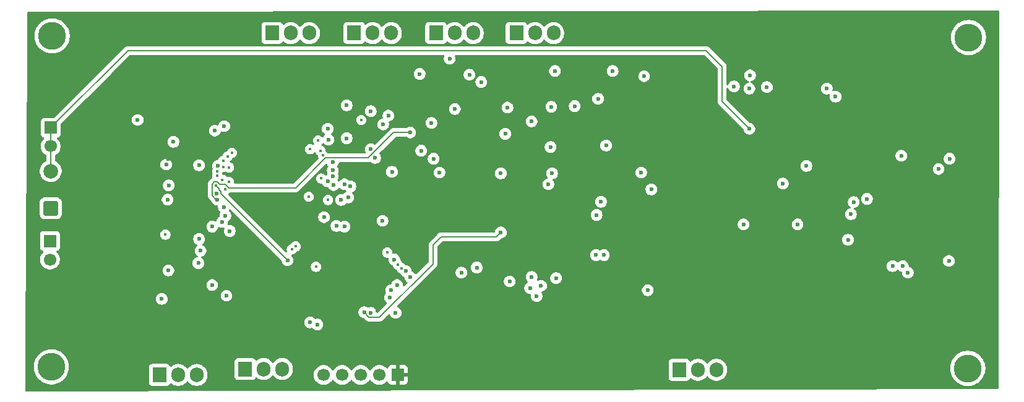
<source format=gbr>
%TF.GenerationSoftware,KiCad,Pcbnew,9.0.2*%
%TF.CreationDate,2025-07-10T19:46:15+05:30*%
%TF.ProjectId,STM32 ESC PCB Design,53544d33-3220-4455-9343-205043422044,rev?*%
%TF.SameCoordinates,Original*%
%TF.FileFunction,Copper,L6,Bot*%
%TF.FilePolarity,Positive*%
%FSLAX46Y46*%
G04 Gerber Fmt 4.6, Leading zero omitted, Abs format (unit mm)*
G04 Created by KiCad (PCBNEW 9.0.2) date 2025-07-10 19:46:15*
%MOMM*%
%LPD*%
G01*
G04 APERTURE LIST*
G04 Aperture macros list*
%AMRoundRect*
0 Rectangle with rounded corners*
0 $1 Rounding radius*
0 $2 $3 $4 $5 $6 $7 $8 $9 X,Y pos of 4 corners*
0 Add a 4 corners polygon primitive as box body*
4,1,4,$2,$3,$4,$5,$6,$7,$8,$9,$2,$3,0*
0 Add four circle primitives for the rounded corners*
1,1,$1+$1,$2,$3*
1,1,$1+$1,$4,$5*
1,1,$1+$1,$6,$7*
1,1,$1+$1,$8,$9*
0 Add four rect primitives between the rounded corners*
20,1,$1+$1,$2,$3,$4,$5,0*
20,1,$1+$1,$4,$5,$6,$7,0*
20,1,$1+$1,$6,$7,$8,$9,0*
20,1,$1+$1,$8,$9,$2,$3,0*%
G04 Aperture macros list end*
%TA.AperFunction,ComponentPad*%
%ADD10C,2.600000*%
%TD*%
%TA.AperFunction,ConnectorPad*%
%ADD11C,3.800000*%
%TD*%
%TA.AperFunction,ComponentPad*%
%ADD12R,1.700000X1.700000*%
%TD*%
%TA.AperFunction,ComponentPad*%
%ADD13C,1.700000*%
%TD*%
%TA.AperFunction,ComponentPad*%
%ADD14R,1.905000X2.000000*%
%TD*%
%TA.AperFunction,ComponentPad*%
%ADD15O,1.905000X2.000000*%
%TD*%
%TA.AperFunction,ComponentPad*%
%ADD16RoundRect,0.250000X0.750000X-0.750000X0.750000X0.750000X-0.750000X0.750000X-0.750000X-0.750000X0*%
%TD*%
%TA.AperFunction,ComponentPad*%
%ADD17C,2.000000*%
%TD*%
%TA.AperFunction,ViaPad*%
%ADD18C,0.600000*%
%TD*%
%TA.AperFunction,ViaPad*%
%ADD19C,0.400000*%
%TD*%
%TA.AperFunction,Conductor*%
%ADD20C,0.200000*%
%TD*%
G04 APERTURE END LIST*
D10*
%TO.P,REF\u002A\u002A,1*%
%TO.N,N/C*%
X171900000Y-77100000D03*
D11*
X171900000Y-77100000D03*
%TD*%
D12*
%TO.P,J4,1,Pin_1*%
%TO.N,POWER_GND*%
X46300000Y-59660000D03*
D13*
%TO.P,J4,2,Pin_2*%
X46300000Y-62200000D03*
%TD*%
D14*
%TO.P,Q7,1,G*%
%TO.N,Net-(Q7-G)*%
X61300000Y-78000000D03*
D15*
%TO.P,Q7,2,D*%
%TO.N,MOTOR_W*%
X63840000Y-78000000D03*
%TO.P,Q7,3,S*%
%TO.N,R_SHUNT1_N*%
X66380000Y-78000000D03*
%TD*%
D16*
%TO.P,D6,1,A1*%
%TO.N,POWER_GND*%
X46400000Y-55180000D03*
D17*
%TO.P,D6,2,A2*%
%TO.N,+12POWER*%
X46400000Y-50100000D03*
%TD*%
D14*
%TO.P,Q4,1,G*%
%TO.N,Net-(Q4-G)*%
X87920000Y-31200000D03*
D15*
%TO.P,Q4,2,D*%
%TO.N,V_Bridge*%
X90460000Y-31200000D03*
%TO.P,Q4,3,S*%
%TO.N,MOTOR_V*%
X93000000Y-31200000D03*
%TD*%
D14*
%TO.P,Q3,1,G*%
%TO.N,Net-(Q3-G)*%
X110120000Y-31200000D03*
D15*
%TO.P,Q3,2,D*%
%TO.N,MOTOR_U*%
X112660000Y-31200000D03*
%TO.P,Q3,3,S*%
%TO.N,R_SHUNT1_P*%
X115200000Y-31200000D03*
%TD*%
D12*
%TO.P,J3,1,Pin_1*%
%TO.N,+12POWER*%
X46400000Y-44160000D03*
D13*
%TO.P,J3,2,Pin_2*%
X46400000Y-46700000D03*
%TD*%
D14*
%TO.P,Q1,1,G*%
%TO.N,Net-(Q1-G)*%
X99120000Y-31200000D03*
D15*
%TO.P,Q1,2,D*%
%TO.N,V_Bridge*%
X101660000Y-31200000D03*
%TO.P,Q1,3,S*%
%TO.N,MOTOR_U*%
X104200000Y-31200000D03*
%TD*%
D10*
%TO.P,REF\u002A\u002A,1*%
%TO.N,N/C*%
X46500000Y-76900000D03*
D11*
X46500000Y-76900000D03*
%TD*%
D14*
%TO.P,Q2,1,G*%
%TO.N,Net-(Q2-G)*%
X132420000Y-77300000D03*
D15*
%TO.P,Q2,2,D*%
%TO.N,POWER_GND*%
X134960000Y-77300000D03*
%TO.P,Q2,3,S*%
%TO.N,R_SHUNT1_N*%
X137500000Y-77300000D03*
%TD*%
D12*
%TO.P,J1,1,Pin_1*%
%TO.N,VDD_3V3*%
X93900000Y-78000000D03*
D13*
%TO.P,J1,2,Pin_2*%
%TO.N,R_SHUNT1_N*%
X91360000Y-78000000D03*
%TO.P,J1,3,Pin_3*%
%TO.N,SWDIO*%
X88820000Y-78000000D03*
%TO.P,J1,4,Pin_4*%
%TO.N,SWDCLK*%
X86280000Y-78000000D03*
%TO.P,J1,5,Pin_5*%
%TO.N,unconnected-(J1-Pin_5-Pad5)*%
X83740000Y-78000000D03*
%TD*%
D10*
%TO.P,REF\u002A\u002A,1*%
%TO.N,N/C*%
X46600000Y-31600000D03*
D11*
X46600000Y-31600000D03*
%TD*%
D10*
%TO.P,REF\u002A\u002A,1*%
%TO.N,N/C*%
X172000000Y-31800000D03*
D11*
X172000000Y-31800000D03*
%TD*%
D14*
%TO.P,Q6,1,G*%
%TO.N,Net-(Q6-G)*%
X73000000Y-77200000D03*
D15*
%TO.P,Q6,2,D*%
%TO.N,V_Bridge*%
X75540000Y-77200000D03*
%TO.P,Q6,3,S*%
%TO.N,MOTOR_W*%
X78080000Y-77200000D03*
%TD*%
D14*
%TO.P,Q5,1,G*%
%TO.N,Net-(Q5-G)*%
X76700000Y-31200000D03*
D15*
%TO.P,Q5,2,D*%
%TO.N,MOTOR_V*%
X79240000Y-31200000D03*
%TO.P,Q5,3,S*%
%TO.N,R_SHUNT2_P*%
X81780000Y-31200000D03*
%TD*%
D18*
%TO.N,PHCM_U*%
X62500000Y-63700000D03*
%TO.N,Net-(U1-REF)*%
X95600000Y-44800000D03*
%TO.N,MOTOR_V*%
X93100000Y-50200000D03*
%TO.N,Net-(U1-BST_A)*%
X127200000Y-50300000D03*
D19*
X83000000Y-45900000D03*
D18*
%TO.N,MOTOR_U*%
X121300000Y-40200000D03*
X122400000Y-46600000D03*
%TO.N,+12POWER*%
X142000000Y-44300000D03*
%TO.N,VDD_3V3*%
X62500000Y-48400000D03*
%TO.N,Net-(C27-Pad1)*%
X127600000Y-37100000D03*
X101000000Y-34700000D03*
%TO.N,BUCK_FB*%
X155500000Y-59500000D03*
X155900000Y-56000000D03*
%TO.N,MOTOR_V*%
X112200000Y-43300000D03*
%TO.N,nOCTW*%
X70150000Y-43950000D03*
%TO.N,nFAULT*%
X68854260Y-44545740D03*
%TO.N,nOCTW*%
X93800000Y-65700000D03*
%TO.N,nFAULT*%
X93000000Y-66400000D03*
%TO.N,PHCM_V*%
X66900000Y-61000000D03*
D19*
%TO.N,Net-(U1-GVDD)*%
X70600000Y-48100000D03*
D18*
X58300000Y-43100000D03*
%TO.N,R_SHUNT1_N*%
X90200000Y-47100000D03*
X87400000Y-52200000D03*
D19*
%TO.N,Net-(U1-CP2)*%
X69990478Y-49515080D03*
D18*
%TO.N,Net-(U1-CP1)*%
X63200000Y-46100000D03*
D19*
X70000000Y-48700000D03*
D18*
%TO.N,Net-(U1-DVDD)*%
X62550000Y-52050000D03*
X69100000Y-53200000D03*
%TO.N,Net-(U1-REF)*%
X69200000Y-54000000D03*
X62400000Y-54000000D03*
%TO.N,V_Bridge*%
X96900000Y-36800000D03*
X61600000Y-67600000D03*
X142000000Y-38800000D03*
D19*
X62100000Y-58800000D03*
D18*
X142100000Y-37000000D03*
X115400000Y-36400000D03*
X152600000Y-38800000D03*
X83800000Y-56400000D03*
X153800000Y-39900000D03*
X123300000Y-36400000D03*
%TO.N,Net-(U1-AVDD)*%
X70900000Y-58300000D03*
X70300000Y-56200000D03*
%TO.N,PHCM_V*%
X122100000Y-61600000D03*
X93400000Y-62200000D03*
D19*
%TO.N,PHCM_U*%
X93900000Y-62900000D03*
D18*
X121000000Y-61600000D03*
D19*
%TO.N,Net-(U1-BST_C)*%
X83400000Y-51100000D03*
D18*
X128600000Y-52600000D03*
%TO.N,MOTOR_W*%
X121100000Y-56100000D03*
X85100000Y-52000000D03*
X87100000Y-53700000D03*
X112900000Y-67200000D03*
X121700000Y-54300000D03*
X113500000Y-65800000D03*
%TO.N,MOTOR_V*%
X115000000Y-50400000D03*
X85000000Y-48900000D03*
%TO.N,MOTOR_U*%
X105300000Y-37900000D03*
D19*
X81900000Y-47100000D03*
D18*
%TO.N,Net-(U1-BIAS)*%
X114900000Y-41300000D03*
X84300000Y-44300000D03*
X92600000Y-42500000D03*
X118100000Y-41200000D03*
%TO.N,BUCK_COMP*%
X156270000Y-54330000D03*
X158100000Y-53900000D03*
X167900000Y-49800000D03*
X169400000Y-48400000D03*
%TO.N,Net-(U2-VIN)*%
X149799000Y-49399000D03*
X139900000Y-38500000D03*
X162800000Y-48000000D03*
X144400000Y-38600000D03*
%TO.N,BUCK_PH*%
X148600000Y-57400000D03*
X141200000Y-57400000D03*
X163700000Y-64000000D03*
%TO.N,BUCK_BOOT*%
X146600000Y-51800000D03*
X169300000Y-62400000D03*
%TO.N,VDD_3V3*%
X140100000Y-59900000D03*
X157000000Y-60900000D03*
X76200000Y-66300000D03*
X165600000Y-72200000D03*
X91100000Y-69200000D03*
X108700000Y-54500000D03*
D19*
%TO.N,R_SHUNT1_P*%
X81700000Y-53600000D03*
X83650000Y-47950000D03*
D18*
%TO.N,R_SHUNT2_P*%
X86900000Y-45600000D03*
X91900000Y-43700000D03*
X85000000Y-50800000D03*
X114800000Y-46800000D03*
D19*
X84350000Y-54050000D03*
D18*
%TO.N,Net-(C31-Pad1)*%
X101700000Y-41600000D03*
X114500000Y-51900000D03*
%TO.N,NRST*%
X115550000Y-64750000D03*
X128100000Y-66400000D03*
D19*
X94400000Y-63400000D03*
D18*
X98800000Y-48400000D03*
%TO.N,Net-(C34-Pad1)*%
X108900000Y-41400000D03*
X108600000Y-45000000D03*
%TO.N,AVDD_3V3*%
X108000000Y-50400000D03*
X85500000Y-57600000D03*
X91800000Y-56900000D03*
X99600000Y-50300000D03*
%TO.N,HSE_IN*%
X95600000Y-64600000D03*
X102600000Y-64000000D03*
X109200000Y-65200000D03*
%TO.N,Net-(C39-Pad1)*%
X112224265Y-64575735D03*
X112000000Y-66100000D03*
%TO.N,SWDCLK*%
X82900000Y-71100000D03*
%TO.N,SWDIO*%
X81900000Y-70800000D03*
%TO.N,Net-(Q3-G)*%
X103700000Y-36900000D03*
%TO.N,Net-(Q4-G)*%
X98500000Y-43500000D03*
%TO.N,Net-(Q6-G)*%
X93600000Y-69500000D03*
%TO.N,Net-(U1-OC_ADJ)*%
X66700000Y-49300000D03*
X69300000Y-49400000D03*
%TO.N,Net-(U1-GAIN)*%
X68500000Y-65700000D03*
X68500000Y-57700000D03*
%TO.N,BUCK_FB*%
X163000000Y-63100000D03*
X161600000Y-63100000D03*
%TO.N,SO1*%
X66600000Y-62700000D03*
X69850000Y-57050000D03*
%TO.N,SO2*%
X66700000Y-59400000D03*
X70100000Y-55000000D03*
%TO.N,GH_A*%
X86900000Y-41100000D03*
X84400000Y-45800000D03*
D19*
%TO.N,GL_A*%
X83300000Y-47300000D03*
X88900000Y-43100000D03*
D18*
%TO.N,GH_B*%
X97100000Y-47300000D03*
X90800000Y-48300000D03*
%TO.N,GL_B*%
X90200000Y-41900000D03*
X85000000Y-50000000D03*
%TO.N,GH_C*%
X86150000Y-54050000D03*
X84300000Y-51500000D03*
%TO.N,GL_C*%
X86600000Y-51900000D03*
X70450000Y-67150000D03*
%TO.N,BOOT0*%
X108000000Y-58500000D03*
X89300000Y-69400000D03*
%TO.N,HSE_OUT*%
X104700000Y-63300000D03*
X95000000Y-63800000D03*
D19*
%TO.N,DC_CAL*%
X71200000Y-47600000D03*
X92450000Y-61250000D03*
%TO.N,PWM2_H*%
X69900000Y-51300000D03*
X79400000Y-60800000D03*
%TO.N,PWM3_L*%
X70300000Y-52600000D03*
D18*
X90200000Y-69500000D03*
D19*
%TO.N,PWM1_L*%
X69200000Y-50700003D03*
D18*
X92800000Y-67400000D03*
D19*
%TO.N,GDR_EN*%
X70800000Y-49600000D03*
D18*
X86600000Y-57700000D03*
D19*
%TO.N,PWM3_H*%
X69000000Y-52100000D03*
D18*
X78800000Y-62300000D03*
D19*
%TO.N,PWM1_H*%
X82700000Y-63200000D03*
X69200000Y-50100000D03*
%TO.N,PWM2_L*%
X70800000Y-51600000D03*
X79900000Y-60400000D03*
D18*
%TO.N,Net-(U1-CP2)*%
X62200000Y-49200000D03*
%TD*%
D20*
%TO.N,Net-(U1-REF)*%
X69050057Y-54000000D02*
X69200000Y-54000000D01*
X68499000Y-51892479D02*
X68499000Y-53448943D01*
X68792479Y-51599000D02*
X68499000Y-51892479D01*
X69207521Y-51599000D02*
X68792479Y-51599000D01*
X69501000Y-51892479D02*
X69207521Y-51599000D01*
X70301000Y-51892479D02*
X69501000Y-51892479D01*
X79916042Y-52392479D02*
X70801000Y-52392479D01*
X84009521Y-48299000D02*
X79916042Y-52392479D01*
X68499000Y-53448943D02*
X69050057Y-54000000D01*
X89850943Y-48299000D02*
X84009521Y-48299000D01*
X93349943Y-44800000D02*
X89850943Y-48299000D01*
X70801000Y-52392479D02*
X70301000Y-51892479D01*
X95600000Y-44800000D02*
X93349943Y-44800000D01*
%TO.N,+12POWER*%
X56960000Y-33600000D02*
X46400000Y-44160000D01*
X136100000Y-33600000D02*
X56960000Y-33600000D01*
X138300000Y-35800000D02*
X136100000Y-33600000D01*
X142000000Y-44300000D02*
X138300000Y-40600000D01*
X138300000Y-40600000D02*
X138300000Y-35800000D01*
X46400000Y-46700000D02*
X46400000Y-44160000D01*
X46400000Y-50100000D02*
X46400000Y-46700000D01*
%TO.N,BOOT0*%
X89300000Y-69400000D02*
X89300000Y-69449943D01*
X98700000Y-60215623D02*
X99807812Y-59107812D01*
X91399000Y-70101000D02*
X98700000Y-62800000D01*
X107400000Y-59100000D02*
X108000000Y-58500000D01*
X89951057Y-70101000D02*
X91399000Y-70101000D01*
X99807812Y-59107812D02*
X99800000Y-59100000D01*
X89300000Y-69449943D02*
X89951057Y-70101000D01*
X99800000Y-59100000D02*
X107400000Y-59100000D01*
X98700000Y-62800000D02*
X98700000Y-60215623D01*
%TO.N,PWM3_H*%
X69400000Y-52650057D02*
X69400000Y-52500000D01*
X69701000Y-53201000D02*
X69701000Y-52951057D01*
X69400000Y-52500000D02*
X69000000Y-52100000D01*
X78800000Y-62300000D02*
X69701000Y-53201000D01*
X69701000Y-52951057D02*
X69400000Y-52650057D01*
%TD*%
%TA.AperFunction,Conductor*%
%TO.N,VDD_3V3*%
G36*
X176142641Y-28119771D02*
G01*
X176188476Y-28172506D01*
X176199759Y-28224426D01*
X176100238Y-79776610D01*
X176080424Y-79843612D01*
X176027532Y-79889265D01*
X175976610Y-79900370D01*
X43025091Y-80299624D01*
X42957993Y-80280141D01*
X42912080Y-80227475D01*
X42900721Y-80174913D01*
X42920393Y-76765186D01*
X44099500Y-76765186D01*
X44099500Y-77034813D01*
X44129686Y-77302719D01*
X44129688Y-77302731D01*
X44189684Y-77565594D01*
X44189687Y-77565602D01*
X44278734Y-77820082D01*
X44395714Y-78062994D01*
X44398166Y-78066896D01*
X44539162Y-78291289D01*
X44616083Y-78387745D01*
X44697801Y-78490217D01*
X44707266Y-78502085D01*
X44897915Y-78692734D01*
X45108711Y-78860838D01*
X45337003Y-79004284D01*
X45579921Y-79121267D01*
X45771049Y-79188145D01*
X45834397Y-79210312D01*
X45834405Y-79210315D01*
X45834408Y-79210315D01*
X45834409Y-79210316D01*
X46097268Y-79270312D01*
X46365187Y-79300499D01*
X46365188Y-79300500D01*
X46365191Y-79300500D01*
X46634812Y-79300500D01*
X46634812Y-79300499D01*
X46902732Y-79270312D01*
X47165591Y-79210316D01*
X47420079Y-79121267D01*
X47662997Y-79004284D01*
X47891289Y-78860838D01*
X48102085Y-78692734D01*
X48292734Y-78502085D01*
X48460838Y-78291289D01*
X48604284Y-78062997D01*
X48721267Y-77820079D01*
X48810316Y-77565591D01*
X48870312Y-77302732D01*
X48900500Y-77034809D01*
X48900500Y-76952135D01*
X59847000Y-76952135D01*
X59847000Y-79047870D01*
X59847001Y-79047876D01*
X59853408Y-79107483D01*
X59903702Y-79242328D01*
X59903706Y-79242335D01*
X59989952Y-79357544D01*
X59989955Y-79357547D01*
X60105164Y-79443793D01*
X60105171Y-79443797D01*
X60240017Y-79494091D01*
X60240016Y-79494091D01*
X60246944Y-79494835D01*
X60299627Y-79500500D01*
X62300372Y-79500499D01*
X62359983Y-79494091D01*
X62494831Y-79443796D01*
X62610046Y-79357546D01*
X62696296Y-79242331D01*
X62706690Y-79214460D01*
X62748560Y-79158527D01*
X62814023Y-79134108D01*
X62882297Y-79148958D01*
X62895746Y-79157465D01*
X63078462Y-79290217D01*
X63210599Y-79357544D01*
X63282244Y-79394049D01*
X63499751Y-79464721D01*
X63499752Y-79464721D01*
X63499755Y-79464722D01*
X63725646Y-79500500D01*
X63725647Y-79500500D01*
X63954353Y-79500500D01*
X63954354Y-79500500D01*
X64180245Y-79464722D01*
X64180248Y-79464721D01*
X64180249Y-79464721D01*
X64397755Y-79394049D01*
X64397755Y-79394048D01*
X64397758Y-79394048D01*
X64601538Y-79290217D01*
X64786566Y-79155786D01*
X64948286Y-78994066D01*
X65009683Y-78909559D01*
X65065012Y-78866896D01*
X65134625Y-78860917D01*
X65196420Y-78893523D01*
X65210314Y-78909556D01*
X65271714Y-78994066D01*
X65433434Y-79155786D01*
X65618462Y-79290217D01*
X65750599Y-79357544D01*
X65822244Y-79394049D01*
X66039751Y-79464721D01*
X66039752Y-79464721D01*
X66039755Y-79464722D01*
X66265646Y-79500500D01*
X66265647Y-79500500D01*
X66494353Y-79500500D01*
X66494354Y-79500500D01*
X66720245Y-79464722D01*
X66720248Y-79464721D01*
X66720249Y-79464721D01*
X66937755Y-79394049D01*
X66937755Y-79394048D01*
X66937758Y-79394048D01*
X67141538Y-79290217D01*
X67326566Y-79155786D01*
X67488286Y-78994066D01*
X67622717Y-78809038D01*
X67726548Y-78605258D01*
X67797222Y-78387745D01*
X67833000Y-78161854D01*
X67833000Y-77838146D01*
X67797222Y-77612255D01*
X67797221Y-77612251D01*
X67797221Y-77612250D01*
X67726549Y-77394744D01*
X67701712Y-77345998D01*
X67622717Y-77190962D01*
X67488286Y-77005934D01*
X67326566Y-76844214D01*
X67141538Y-76709783D01*
X67135379Y-76706645D01*
X66937755Y-76605950D01*
X66720248Y-76535278D01*
X66534812Y-76505908D01*
X66494354Y-76499500D01*
X66265646Y-76499500D01*
X66225188Y-76505908D01*
X66039753Y-76535278D01*
X66039750Y-76535278D01*
X65822244Y-76605950D01*
X65618461Y-76709783D01*
X65514194Y-76785538D01*
X65433434Y-76844214D01*
X65433432Y-76844216D01*
X65433431Y-76844216D01*
X65271715Y-77005932D01*
X65210318Y-77090438D01*
X65154987Y-77133103D01*
X65085374Y-77139082D01*
X65023579Y-77106476D01*
X65009682Y-77090438D01*
X64969265Y-77034809D01*
X64948286Y-77005934D01*
X64786566Y-76844214D01*
X64601538Y-76709783D01*
X64595379Y-76706645D01*
X64397755Y-76605950D01*
X64180248Y-76535278D01*
X63994812Y-76505908D01*
X63954354Y-76499500D01*
X63725646Y-76499500D01*
X63685188Y-76505908D01*
X63499753Y-76535278D01*
X63499750Y-76535278D01*
X63282244Y-76605950D01*
X63078461Y-76709783D01*
X62895759Y-76842525D01*
X62829952Y-76866005D01*
X62761898Y-76850180D01*
X62713203Y-76800074D01*
X62706690Y-76785538D01*
X62699101Y-76765191D01*
X62696296Y-76757669D01*
X62696293Y-76757664D01*
X62610047Y-76642455D01*
X62610044Y-76642452D01*
X62494835Y-76556206D01*
X62494828Y-76556202D01*
X62359982Y-76505908D01*
X62359983Y-76505908D01*
X62300383Y-76499501D01*
X62300381Y-76499500D01*
X62300373Y-76499500D01*
X62300364Y-76499500D01*
X60299629Y-76499500D01*
X60299623Y-76499501D01*
X60240016Y-76505908D01*
X60105171Y-76556202D01*
X60105164Y-76556206D01*
X59989955Y-76642452D01*
X59989952Y-76642455D01*
X59903706Y-76757664D01*
X59903702Y-76757671D01*
X59853408Y-76892517D01*
X59847001Y-76952116D01*
X59847000Y-76952135D01*
X48900500Y-76952135D01*
X48900500Y-76765191D01*
X48870312Y-76497268D01*
X48810316Y-76234409D01*
X48800352Y-76205934D01*
X48794693Y-76189760D01*
X48794692Y-76189757D01*
X48781527Y-76152135D01*
X71547000Y-76152135D01*
X71547000Y-78247870D01*
X71547001Y-78247876D01*
X71553408Y-78307483D01*
X71603702Y-78442328D01*
X71603706Y-78442335D01*
X71689952Y-78557544D01*
X71689955Y-78557547D01*
X71805164Y-78643793D01*
X71805171Y-78643797D01*
X71940017Y-78694091D01*
X71940016Y-78694091D01*
X71946944Y-78694835D01*
X71999627Y-78700500D01*
X74000372Y-78700499D01*
X74059983Y-78694091D01*
X74194831Y-78643796D01*
X74310046Y-78557546D01*
X74396296Y-78442331D01*
X74406690Y-78414460D01*
X74448560Y-78358527D01*
X74514023Y-78334108D01*
X74582297Y-78348958D01*
X74595746Y-78357465D01*
X74778462Y-78490217D01*
X74910599Y-78557544D01*
X74982244Y-78594049D01*
X75199751Y-78664721D01*
X75199752Y-78664721D01*
X75199755Y-78664722D01*
X75425646Y-78700500D01*
X75425647Y-78700500D01*
X75654353Y-78700500D01*
X75654354Y-78700500D01*
X75880245Y-78664722D01*
X75880248Y-78664721D01*
X75880249Y-78664721D01*
X76097755Y-78594049D01*
X76097755Y-78594048D01*
X76097758Y-78594048D01*
X76301538Y-78490217D01*
X76486566Y-78355786D01*
X76648286Y-78194066D01*
X76709683Y-78109559D01*
X76765012Y-78066896D01*
X76834625Y-78060917D01*
X76896420Y-78093523D01*
X76910314Y-78109556D01*
X76971714Y-78194066D01*
X77133434Y-78355786D01*
X77318462Y-78490217D01*
X77450599Y-78557544D01*
X77522244Y-78594049D01*
X77739751Y-78664721D01*
X77739752Y-78664721D01*
X77739755Y-78664722D01*
X77965646Y-78700500D01*
X77965647Y-78700500D01*
X78194353Y-78700500D01*
X78194354Y-78700500D01*
X78420245Y-78664722D01*
X78420248Y-78664721D01*
X78420249Y-78664721D01*
X78637755Y-78594049D01*
X78637755Y-78594048D01*
X78637758Y-78594048D01*
X78841538Y-78490217D01*
X79026566Y-78355786D01*
X79188286Y-78194066D01*
X79322717Y-78009038D01*
X79381478Y-77893713D01*
X82389500Y-77893713D01*
X82389500Y-78106286D01*
X82422612Y-78315351D01*
X82422754Y-78316243D01*
X82479630Y-78491289D01*
X82488444Y-78518414D01*
X82584951Y-78707820D01*
X82709890Y-78879786D01*
X82860213Y-79030109D01*
X83032179Y-79155048D01*
X83032181Y-79155049D01*
X83032184Y-79155051D01*
X83221588Y-79251557D01*
X83423757Y-79317246D01*
X83633713Y-79350500D01*
X83633714Y-79350500D01*
X83846286Y-79350500D01*
X83846287Y-79350500D01*
X84056243Y-79317246D01*
X84258412Y-79251557D01*
X84447816Y-79155051D01*
X84534478Y-79092088D01*
X84619786Y-79030109D01*
X84619788Y-79030106D01*
X84619792Y-79030104D01*
X84770104Y-78879792D01*
X84770106Y-78879788D01*
X84770109Y-78879786D01*
X84895048Y-78707820D01*
X84895047Y-78707820D01*
X84895051Y-78707816D01*
X84899514Y-78699054D01*
X84947488Y-78648259D01*
X85015308Y-78631463D01*
X85081444Y-78653999D01*
X85120484Y-78699054D01*
X85122029Y-78702085D01*
X85124951Y-78707820D01*
X85249890Y-78879786D01*
X85400213Y-79030109D01*
X85572179Y-79155048D01*
X85572181Y-79155049D01*
X85572184Y-79155051D01*
X85761588Y-79251557D01*
X85963757Y-79317246D01*
X86173713Y-79350500D01*
X86173714Y-79350500D01*
X86386286Y-79350500D01*
X86386287Y-79350500D01*
X86596243Y-79317246D01*
X86798412Y-79251557D01*
X86987816Y-79155051D01*
X87074478Y-79092088D01*
X87159786Y-79030109D01*
X87159788Y-79030106D01*
X87159792Y-79030104D01*
X87310104Y-78879792D01*
X87310106Y-78879788D01*
X87310109Y-78879786D01*
X87435048Y-78707820D01*
X87435047Y-78707820D01*
X87435051Y-78707816D01*
X87439514Y-78699054D01*
X87487488Y-78648259D01*
X87555308Y-78631463D01*
X87621444Y-78653999D01*
X87660484Y-78699054D01*
X87662029Y-78702085D01*
X87664951Y-78707820D01*
X87789890Y-78879786D01*
X87940213Y-79030109D01*
X88112179Y-79155048D01*
X88112181Y-79155049D01*
X88112184Y-79155051D01*
X88301588Y-79251557D01*
X88503757Y-79317246D01*
X88713713Y-79350500D01*
X88713714Y-79350500D01*
X88926286Y-79350500D01*
X88926287Y-79350500D01*
X89136243Y-79317246D01*
X89338412Y-79251557D01*
X89527816Y-79155051D01*
X89614478Y-79092088D01*
X89699786Y-79030109D01*
X89699788Y-79030106D01*
X89699792Y-79030104D01*
X89850104Y-78879792D01*
X89850106Y-78879788D01*
X89850109Y-78879786D01*
X89975048Y-78707820D01*
X89975047Y-78707820D01*
X89975051Y-78707816D01*
X89979514Y-78699054D01*
X90027488Y-78648259D01*
X90095308Y-78631463D01*
X90161444Y-78653999D01*
X90200484Y-78699054D01*
X90202029Y-78702085D01*
X90204951Y-78707820D01*
X90329890Y-78879786D01*
X90480213Y-79030109D01*
X90652179Y-79155048D01*
X90652181Y-79155049D01*
X90652184Y-79155051D01*
X90841588Y-79251557D01*
X91043757Y-79317246D01*
X91253713Y-79350500D01*
X91253714Y-79350500D01*
X91466286Y-79350500D01*
X91466287Y-79350500D01*
X91676243Y-79317246D01*
X91878412Y-79251557D01*
X92067816Y-79155051D01*
X92154478Y-79092088D01*
X92239784Y-79030110D01*
X92239784Y-79030109D01*
X92239792Y-79030104D01*
X92353717Y-78916178D01*
X92415036Y-78882696D01*
X92484728Y-78887680D01*
X92540662Y-78929551D01*
X92557577Y-78960528D01*
X92606646Y-79092088D01*
X92606649Y-79092093D01*
X92692809Y-79207187D01*
X92692812Y-79207190D01*
X92807906Y-79293350D01*
X92807913Y-79293354D01*
X92942620Y-79343596D01*
X92942627Y-79343598D01*
X93002155Y-79349999D01*
X93002172Y-79350000D01*
X93650000Y-79350000D01*
X93650000Y-78433012D01*
X93707007Y-78465925D01*
X93834174Y-78500000D01*
X93965826Y-78500000D01*
X94092993Y-78465925D01*
X94150000Y-78433012D01*
X94150000Y-79350000D01*
X94797828Y-79350000D01*
X94797844Y-79349999D01*
X94857372Y-79343598D01*
X94857379Y-79343596D01*
X94992086Y-79293354D01*
X94992093Y-79293350D01*
X95107187Y-79207190D01*
X95107190Y-79207187D01*
X95193350Y-79092093D01*
X95193354Y-79092086D01*
X95243596Y-78957379D01*
X95243598Y-78957372D01*
X95249999Y-78897844D01*
X95250000Y-78897827D01*
X95250000Y-78250000D01*
X94333012Y-78250000D01*
X94365925Y-78192993D01*
X94400000Y-78065826D01*
X94400000Y-77934174D01*
X94365925Y-77807007D01*
X94333012Y-77750000D01*
X95250000Y-77750000D01*
X95250000Y-77102172D01*
X95249999Y-77102155D01*
X95243598Y-77042627D01*
X95243596Y-77042620D01*
X95193354Y-76907913D01*
X95193350Y-76907906D01*
X95107190Y-76792812D01*
X95107187Y-76792809D01*
X94992093Y-76706649D01*
X94992086Y-76706645D01*
X94857379Y-76656403D01*
X94857372Y-76656401D01*
X94797844Y-76650000D01*
X94150000Y-76650000D01*
X94150000Y-77566988D01*
X94092993Y-77534075D01*
X93965826Y-77500000D01*
X93834174Y-77500000D01*
X93707007Y-77534075D01*
X93650000Y-77566988D01*
X93650000Y-76650000D01*
X93002155Y-76650000D01*
X92942627Y-76656401D01*
X92942620Y-76656403D01*
X92807913Y-76706645D01*
X92807906Y-76706649D01*
X92692812Y-76792809D01*
X92692809Y-76792812D01*
X92606649Y-76907906D01*
X92606646Y-76907912D01*
X92557577Y-77039471D01*
X92515705Y-77095404D01*
X92450241Y-77119821D01*
X92381968Y-77104969D01*
X92353714Y-77083818D01*
X92239786Y-76969890D01*
X92067820Y-76844951D01*
X91878414Y-76748444D01*
X91878413Y-76748443D01*
X91878412Y-76748443D01*
X91676243Y-76682754D01*
X91676241Y-76682753D01*
X91676240Y-76682753D01*
X91514957Y-76657208D01*
X91466287Y-76649500D01*
X91253713Y-76649500D01*
X91205042Y-76657208D01*
X91043760Y-76682753D01*
X90841585Y-76748444D01*
X90652179Y-76844951D01*
X90480213Y-76969890D01*
X90329890Y-77120213D01*
X90204949Y-77292182D01*
X90200484Y-77300946D01*
X90152509Y-77351742D01*
X90084688Y-77368536D01*
X90018553Y-77345998D01*
X89979516Y-77300946D01*
X89975050Y-77292182D01*
X89850109Y-77120213D01*
X89699786Y-76969890D01*
X89527820Y-76844951D01*
X89338414Y-76748444D01*
X89338413Y-76748443D01*
X89338412Y-76748443D01*
X89136243Y-76682754D01*
X89136241Y-76682753D01*
X89136240Y-76682753D01*
X88974957Y-76657208D01*
X88926287Y-76649500D01*
X88713713Y-76649500D01*
X88665042Y-76657208D01*
X88503760Y-76682753D01*
X88301585Y-76748444D01*
X88112179Y-76844951D01*
X87940213Y-76969890D01*
X87789890Y-77120213D01*
X87664949Y-77292182D01*
X87660484Y-77300946D01*
X87612509Y-77351742D01*
X87544688Y-77368536D01*
X87478553Y-77345998D01*
X87439516Y-77300946D01*
X87435050Y-77292182D01*
X87310109Y-77120213D01*
X87159786Y-76969890D01*
X86987820Y-76844951D01*
X86798414Y-76748444D01*
X86798413Y-76748443D01*
X86798412Y-76748443D01*
X86596243Y-76682754D01*
X86596241Y-76682753D01*
X86596240Y-76682753D01*
X86434957Y-76657208D01*
X86386287Y-76649500D01*
X86173713Y-76649500D01*
X86125042Y-76657208D01*
X85963760Y-76682753D01*
X85761585Y-76748444D01*
X85572179Y-76844951D01*
X85400213Y-76969890D01*
X85249890Y-77120213D01*
X85124949Y-77292182D01*
X85120484Y-77300946D01*
X85072509Y-77351742D01*
X85004688Y-77368536D01*
X84938553Y-77345998D01*
X84899516Y-77300946D01*
X84895050Y-77292182D01*
X84770109Y-77120213D01*
X84619786Y-76969890D01*
X84447820Y-76844951D01*
X84258414Y-76748444D01*
X84258413Y-76748443D01*
X84258412Y-76748443D01*
X84056243Y-76682754D01*
X84056241Y-76682753D01*
X84056240Y-76682753D01*
X83894957Y-76657208D01*
X83846287Y-76649500D01*
X83633713Y-76649500D01*
X83585042Y-76657208D01*
X83423760Y-76682753D01*
X83221585Y-76748444D01*
X83032179Y-76844951D01*
X82860213Y-76969890D01*
X82709890Y-77120213D01*
X82584951Y-77292179D01*
X82488444Y-77481585D01*
X82422753Y-77683760D01*
X82389500Y-77893713D01*
X79381478Y-77893713D01*
X79418997Y-77820079D01*
X79426546Y-77805262D01*
X79426548Y-77805257D01*
X79439436Y-77765594D01*
X79489260Y-77612250D01*
X79497221Y-77587749D01*
X79497221Y-77587748D01*
X79497222Y-77587745D01*
X79533000Y-77361854D01*
X79533000Y-77038146D01*
X79497222Y-76812255D01*
X79497221Y-76812251D01*
X79497221Y-76812250D01*
X79426549Y-76594744D01*
X79400952Y-76544507D01*
X79322717Y-76390962D01*
X79221853Y-76252135D01*
X130967000Y-76252135D01*
X130967000Y-78347870D01*
X130967001Y-78347876D01*
X130973408Y-78407483D01*
X131023702Y-78542328D01*
X131023706Y-78542335D01*
X131109952Y-78657544D01*
X131109955Y-78657547D01*
X131225164Y-78743793D01*
X131225171Y-78743797D01*
X131360017Y-78794091D01*
X131360016Y-78794091D01*
X131366944Y-78794835D01*
X131419627Y-78800500D01*
X133420372Y-78800499D01*
X133479983Y-78794091D01*
X133614831Y-78743796D01*
X133730046Y-78657546D01*
X133816296Y-78542331D01*
X133826690Y-78514460D01*
X133868560Y-78458527D01*
X133934023Y-78434108D01*
X134002297Y-78448958D01*
X134015746Y-78457465D01*
X134198462Y-78590217D01*
X134399663Y-78692734D01*
X134402244Y-78694049D01*
X134619751Y-78764721D01*
X134619752Y-78764721D01*
X134619755Y-78764722D01*
X134845646Y-78800500D01*
X134845647Y-78800500D01*
X135074353Y-78800500D01*
X135074354Y-78800500D01*
X135300245Y-78764722D01*
X135300248Y-78764721D01*
X135300249Y-78764721D01*
X135517755Y-78694049D01*
X135517755Y-78694048D01*
X135517758Y-78694048D01*
X135721538Y-78590217D01*
X135906566Y-78455786D01*
X136068286Y-78294066D01*
X136129683Y-78209559D01*
X136185012Y-78166896D01*
X136254625Y-78160917D01*
X136316420Y-78193523D01*
X136330314Y-78209556D01*
X136391714Y-78294066D01*
X136553434Y-78455786D01*
X136738462Y-78590217D01*
X136939663Y-78692734D01*
X136942244Y-78694049D01*
X137159751Y-78764721D01*
X137159752Y-78764721D01*
X137159755Y-78764722D01*
X137385646Y-78800500D01*
X137385647Y-78800500D01*
X137614353Y-78800500D01*
X137614354Y-78800500D01*
X137840245Y-78764722D01*
X137840248Y-78764721D01*
X137840249Y-78764721D01*
X138057755Y-78694049D01*
X138057755Y-78694048D01*
X138057758Y-78694048D01*
X138261538Y-78590217D01*
X138446566Y-78455786D01*
X138608286Y-78294066D01*
X138742717Y-78109038D01*
X138846548Y-77905258D01*
X138868354Y-77838146D01*
X138917221Y-77687749D01*
X138917221Y-77687748D01*
X138917222Y-77687745D01*
X138953000Y-77461854D01*
X138953000Y-77138146D01*
X138937371Y-77039471D01*
X138928128Y-76981110D01*
X138925605Y-76965186D01*
X169499500Y-76965186D01*
X169499500Y-77234813D01*
X169529686Y-77502719D01*
X169529688Y-77502731D01*
X169589684Y-77765594D01*
X169589687Y-77765602D01*
X169678734Y-78020082D01*
X169795714Y-78262994D01*
X169828612Y-78315351D01*
X169939162Y-78491289D01*
X170021110Y-78594049D01*
X170100857Y-78694049D01*
X170107266Y-78702085D01*
X170297915Y-78892734D01*
X170508711Y-79060838D01*
X170737003Y-79204284D01*
X170737005Y-79204285D01*
X170749529Y-79210316D01*
X170979921Y-79321267D01*
X171083601Y-79357546D01*
X171234397Y-79410312D01*
X171234405Y-79410315D01*
X171234408Y-79410315D01*
X171234409Y-79410316D01*
X171497268Y-79470312D01*
X171765187Y-79500499D01*
X171765188Y-79500500D01*
X171765191Y-79500500D01*
X172034812Y-79500500D01*
X172034812Y-79500499D01*
X172302732Y-79470312D01*
X172565591Y-79410316D01*
X172820079Y-79321267D01*
X173062997Y-79204284D01*
X173291289Y-79060838D01*
X173502085Y-78892734D01*
X173692734Y-78702085D01*
X173860838Y-78491289D01*
X174004284Y-78262997D01*
X174121267Y-78020079D01*
X174210316Y-77765591D01*
X174270312Y-77502732D01*
X174300500Y-77234809D01*
X174300500Y-76965191D01*
X174270312Y-76697268D01*
X174210316Y-76434409D01*
X174121267Y-76179921D01*
X174004284Y-75937003D01*
X173860838Y-75708711D01*
X173692734Y-75497915D01*
X173502085Y-75307266D01*
X173291289Y-75139162D01*
X173062997Y-74995716D01*
X173062994Y-74995714D01*
X172820082Y-74878734D01*
X172565602Y-74789687D01*
X172565594Y-74789684D01*
X172368446Y-74744687D01*
X172302732Y-74729688D01*
X172302728Y-74729687D01*
X172302719Y-74729686D01*
X172034813Y-74699500D01*
X172034809Y-74699500D01*
X171765191Y-74699500D01*
X171765186Y-74699500D01*
X171497280Y-74729686D01*
X171497268Y-74729688D01*
X171234405Y-74789684D01*
X171234397Y-74789687D01*
X170979917Y-74878734D01*
X170737005Y-74995714D01*
X170508712Y-75139161D01*
X170297915Y-75307265D01*
X170107265Y-75497915D01*
X169939161Y-75708712D01*
X169795714Y-75937005D01*
X169678734Y-76179917D01*
X169589687Y-76434397D01*
X169589684Y-76434405D01*
X169529688Y-76697268D01*
X169529686Y-76697280D01*
X169499500Y-76965186D01*
X138925605Y-76965186D01*
X138923535Y-76952116D01*
X138917222Y-76912255D01*
X138917221Y-76912251D01*
X138917221Y-76912250D01*
X138846549Y-76694744D01*
X138801306Y-76605950D01*
X138742717Y-76490962D01*
X138608286Y-76305934D01*
X138446566Y-76144214D01*
X138261538Y-76009783D01*
X138242483Y-76000074D01*
X138057755Y-75905950D01*
X137840248Y-75835278D01*
X137654812Y-75805908D01*
X137614354Y-75799500D01*
X137385646Y-75799500D01*
X137310349Y-75811426D01*
X137159753Y-75835278D01*
X137159750Y-75835278D01*
X136942244Y-75905950D01*
X136738461Y-76009783D01*
X136672550Y-76057671D01*
X136553434Y-76144214D01*
X136553432Y-76144216D01*
X136553431Y-76144216D01*
X136391715Y-76305932D01*
X136330318Y-76390438D01*
X136274987Y-76433103D01*
X136205374Y-76439082D01*
X136143579Y-76406476D01*
X136129682Y-76390438D01*
X136088025Y-76333103D01*
X136068286Y-76305934D01*
X135906566Y-76144214D01*
X135721538Y-76009783D01*
X135702483Y-76000074D01*
X135517755Y-75905950D01*
X135300248Y-75835278D01*
X135114812Y-75805908D01*
X135074354Y-75799500D01*
X134845646Y-75799500D01*
X134770349Y-75811426D01*
X134619753Y-75835278D01*
X134619750Y-75835278D01*
X134402244Y-75905950D01*
X134198461Y-76009783D01*
X134015759Y-76142525D01*
X133949952Y-76166005D01*
X133881898Y-76150180D01*
X133833203Y-76100074D01*
X133826690Y-76085538D01*
X133816296Y-76057669D01*
X133816293Y-76057664D01*
X133730047Y-75942455D01*
X133730044Y-75942452D01*
X133614835Y-75856206D01*
X133614828Y-75856202D01*
X133479982Y-75805908D01*
X133479983Y-75805908D01*
X133420383Y-75799501D01*
X133420381Y-75799500D01*
X133420373Y-75799500D01*
X133420364Y-75799500D01*
X131419629Y-75799500D01*
X131419623Y-75799501D01*
X131360016Y-75805908D01*
X131225171Y-75856202D01*
X131225164Y-75856206D01*
X131109955Y-75942452D01*
X131109952Y-75942455D01*
X131023706Y-76057664D01*
X131023702Y-76057671D01*
X130973408Y-76192517D01*
X130967001Y-76252116D01*
X130967000Y-76252135D01*
X79221853Y-76252135D01*
X79188286Y-76205934D01*
X79026566Y-76044214D01*
X78841538Y-75909783D01*
X78834015Y-75905950D01*
X78637755Y-75805950D01*
X78420248Y-75735278D01*
X78234812Y-75705908D01*
X78194354Y-75699500D01*
X77965646Y-75699500D01*
X77890349Y-75711426D01*
X77739753Y-75735278D01*
X77739750Y-75735278D01*
X77522244Y-75805950D01*
X77318461Y-75909783D01*
X77214194Y-75985538D01*
X77133434Y-76044214D01*
X77133432Y-76044216D01*
X77133431Y-76044216D01*
X76971715Y-76205932D01*
X76910318Y-76290438D01*
X76854987Y-76333103D01*
X76785374Y-76339082D01*
X76723579Y-76306476D01*
X76709682Y-76290438D01*
X76668971Y-76234405D01*
X76648286Y-76205934D01*
X76486566Y-76044214D01*
X76301538Y-75909783D01*
X76294015Y-75905950D01*
X76097755Y-75805950D01*
X75880248Y-75735278D01*
X75694812Y-75705908D01*
X75654354Y-75699500D01*
X75425646Y-75699500D01*
X75350349Y-75711426D01*
X75199753Y-75735278D01*
X75199750Y-75735278D01*
X74982244Y-75805950D01*
X74778461Y-75909783D01*
X74595759Y-76042525D01*
X74529952Y-76066005D01*
X74461898Y-76050180D01*
X74413203Y-76000074D01*
X74406690Y-75985538D01*
X74396296Y-75957669D01*
X74396293Y-75957664D01*
X74310047Y-75842455D01*
X74310044Y-75842452D01*
X74194835Y-75756206D01*
X74194828Y-75756202D01*
X74059982Y-75705908D01*
X74059983Y-75705908D01*
X74000383Y-75699501D01*
X74000381Y-75699500D01*
X74000373Y-75699500D01*
X74000364Y-75699500D01*
X71999629Y-75699500D01*
X71999623Y-75699501D01*
X71940016Y-75705908D01*
X71805171Y-75756202D01*
X71805164Y-75756206D01*
X71689955Y-75842452D01*
X71689952Y-75842455D01*
X71603706Y-75957664D01*
X71603702Y-75957671D01*
X71553408Y-76092517D01*
X71547001Y-76152116D01*
X71547000Y-76152135D01*
X48781527Y-76152135D01*
X48748470Y-76057664D01*
X48721267Y-75979921D01*
X48604284Y-75737003D01*
X48460838Y-75508711D01*
X48292734Y-75297915D01*
X48102085Y-75107266D01*
X47891289Y-74939162D01*
X47662997Y-74795716D01*
X47662994Y-74795714D01*
X47420082Y-74678734D01*
X47165602Y-74589687D01*
X47165594Y-74589684D01*
X46968446Y-74544687D01*
X46902732Y-74529688D01*
X46902728Y-74529687D01*
X46902719Y-74529686D01*
X46634813Y-74499500D01*
X46634809Y-74499500D01*
X46365191Y-74499500D01*
X46365186Y-74499500D01*
X46097280Y-74529686D01*
X46097268Y-74529688D01*
X45834405Y-74589684D01*
X45834397Y-74589687D01*
X45579917Y-74678734D01*
X45337005Y-74795714D01*
X45108712Y-74939161D01*
X44897915Y-75107265D01*
X44707265Y-75297915D01*
X44539161Y-75508712D01*
X44395714Y-75737005D01*
X44278734Y-75979917D01*
X44189687Y-76234397D01*
X44189684Y-76234405D01*
X44129688Y-76497268D01*
X44129686Y-76497280D01*
X44099500Y-76765186D01*
X42920393Y-76765186D01*
X42955263Y-70721153D01*
X81099500Y-70721153D01*
X81099500Y-70878846D01*
X81130261Y-71033489D01*
X81130264Y-71033501D01*
X81190602Y-71179172D01*
X81190609Y-71179185D01*
X81278210Y-71310288D01*
X81278213Y-71310292D01*
X81389707Y-71421786D01*
X81389711Y-71421789D01*
X81520814Y-71509390D01*
X81520827Y-71509397D01*
X81666208Y-71569615D01*
X81666503Y-71569737D01*
X81789813Y-71594265D01*
X81821153Y-71600499D01*
X81821156Y-71600500D01*
X81821158Y-71600500D01*
X81978844Y-71600500D01*
X81978845Y-71600499D01*
X82133497Y-71569737D01*
X82133509Y-71569731D01*
X82139324Y-71567969D01*
X82139823Y-71569615D01*
X82201131Y-71563007D01*
X82263619Y-71594265D01*
X82275003Y-71606380D01*
X82278215Y-71610294D01*
X82389707Y-71721786D01*
X82389711Y-71721789D01*
X82520814Y-71809390D01*
X82520827Y-71809397D01*
X82666498Y-71869735D01*
X82666503Y-71869737D01*
X82821153Y-71900499D01*
X82821156Y-71900500D01*
X82821158Y-71900500D01*
X82978844Y-71900500D01*
X82978845Y-71900499D01*
X83133497Y-71869737D01*
X83279179Y-71809394D01*
X83410289Y-71721789D01*
X83521789Y-71610289D01*
X83609394Y-71479179D01*
X83669737Y-71333497D01*
X83700500Y-71178842D01*
X83700500Y-71021158D01*
X83700500Y-71021155D01*
X83700499Y-71021153D01*
X83669738Y-70866510D01*
X83669737Y-70866503D01*
X83609532Y-70721153D01*
X83609397Y-70720827D01*
X83609390Y-70720814D01*
X83521789Y-70589711D01*
X83521786Y-70589707D01*
X83410292Y-70478213D01*
X83410288Y-70478210D01*
X83279185Y-70390609D01*
X83279172Y-70390602D01*
X83133501Y-70330264D01*
X83133489Y-70330261D01*
X82978845Y-70299500D01*
X82978842Y-70299500D01*
X82821158Y-70299500D01*
X82821155Y-70299500D01*
X82666505Y-70330261D01*
X82660670Y-70332032D01*
X82660173Y-70330396D01*
X82598806Y-70336980D01*
X82536333Y-70305691D01*
X82524993Y-70293616D01*
X82521791Y-70289715D01*
X82521789Y-70289711D01*
X82521785Y-70289707D01*
X82521781Y-70289702D01*
X82410292Y-70178213D01*
X82410288Y-70178210D01*
X82279185Y-70090609D01*
X82279172Y-70090602D01*
X82133501Y-70030264D01*
X82133489Y-70030261D01*
X81978845Y-69999500D01*
X81978842Y-69999500D01*
X81821158Y-69999500D01*
X81821155Y-69999500D01*
X81666510Y-70030261D01*
X81666498Y-70030264D01*
X81520827Y-70090602D01*
X81520814Y-70090609D01*
X81389711Y-70178210D01*
X81389707Y-70178213D01*
X81278213Y-70289707D01*
X81278210Y-70289711D01*
X81190609Y-70420814D01*
X81190602Y-70420827D01*
X81130264Y-70566498D01*
X81130261Y-70566510D01*
X81099500Y-70721153D01*
X42955263Y-70721153D01*
X42963340Y-69321153D01*
X88499500Y-69321153D01*
X88499500Y-69478846D01*
X88530261Y-69633489D01*
X88530264Y-69633501D01*
X88590602Y-69779172D01*
X88590609Y-69779185D01*
X88678210Y-69910288D01*
X88678213Y-69910292D01*
X88789707Y-70021786D01*
X88789711Y-70021789D01*
X88920814Y-70109390D01*
X88920827Y-70109397D01*
X88950745Y-70121789D01*
X89066503Y-70169737D01*
X89159506Y-70188236D01*
X89221413Y-70220619D01*
X89222989Y-70222167D01*
X89582341Y-70581520D01*
X89582343Y-70581521D01*
X89582347Y-70581524D01*
X89719266Y-70660573D01*
X89719269Y-70660575D01*
X89719273Y-70660577D01*
X89872000Y-70701501D01*
X89872002Y-70701501D01*
X90037711Y-70701501D01*
X90037727Y-70701500D01*
X91312331Y-70701500D01*
X91312347Y-70701501D01*
X91319943Y-70701501D01*
X91478054Y-70701501D01*
X91478057Y-70701501D01*
X91630785Y-70660577D01*
X91717943Y-70610256D01*
X91753536Y-70589707D01*
X91767709Y-70581524D01*
X91767708Y-70581524D01*
X91767716Y-70581520D01*
X91879520Y-70469716D01*
X91879520Y-70469714D01*
X91889724Y-70459511D01*
X91889727Y-70459506D01*
X92636209Y-69713025D01*
X92697528Y-69679543D01*
X92767220Y-69684527D01*
X92823153Y-69726399D01*
X92838447Y-69753256D01*
X92890604Y-69879176D01*
X92890609Y-69879185D01*
X92978210Y-70010288D01*
X92978213Y-70010292D01*
X93089707Y-70121786D01*
X93089711Y-70121789D01*
X93220814Y-70209390D01*
X93220827Y-70209397D01*
X93366498Y-70269735D01*
X93366503Y-70269737D01*
X93486550Y-70293616D01*
X93521153Y-70300499D01*
X93521156Y-70300500D01*
X93521158Y-70300500D01*
X93678844Y-70300500D01*
X93678845Y-70300499D01*
X93833497Y-70269737D01*
X93979179Y-70209394D01*
X94110289Y-70121789D01*
X94221789Y-70010289D01*
X94309394Y-69879179D01*
X94369737Y-69733497D01*
X94400500Y-69578842D01*
X94400500Y-69421158D01*
X94400500Y-69421155D01*
X94400499Y-69421153D01*
X94369737Y-69266503D01*
X94328314Y-69166498D01*
X94309397Y-69120827D01*
X94309390Y-69120814D01*
X94221789Y-68989711D01*
X94221786Y-68989707D01*
X94110292Y-68878213D01*
X94110288Y-68878210D01*
X93979185Y-68790609D01*
X93979175Y-68790604D01*
X93853257Y-68738447D01*
X93798854Y-68694606D01*
X93776789Y-68628312D01*
X93794068Y-68560612D01*
X93813025Y-68536209D01*
X96328080Y-66021153D01*
X111199500Y-66021153D01*
X111199500Y-66178846D01*
X111230261Y-66333489D01*
X111230264Y-66333501D01*
X111290602Y-66479172D01*
X111290609Y-66479185D01*
X111378210Y-66610288D01*
X111378213Y-66610292D01*
X111489707Y-66721786D01*
X111489711Y-66721789D01*
X111620814Y-66809390D01*
X111620827Y-66809397D01*
X111766498Y-66869735D01*
X111766503Y-66869737D01*
X111921153Y-66900499D01*
X111921156Y-66900500D01*
X111992297Y-66900500D01*
X112059336Y-66920185D01*
X112105091Y-66972989D01*
X112115035Y-67042147D01*
X112113914Y-67048691D01*
X112099500Y-67121153D01*
X112099500Y-67278846D01*
X112130261Y-67433489D01*
X112130264Y-67433501D01*
X112190602Y-67579172D01*
X112190609Y-67579185D01*
X112278210Y-67710288D01*
X112278213Y-67710292D01*
X112389707Y-67821786D01*
X112389711Y-67821789D01*
X112520814Y-67909390D01*
X112520827Y-67909397D01*
X112620060Y-67950500D01*
X112666503Y-67969737D01*
X112821153Y-68000499D01*
X112821156Y-68000500D01*
X112821158Y-68000500D01*
X112978844Y-68000500D01*
X112978845Y-68000499D01*
X113133497Y-67969737D01*
X113279179Y-67909394D01*
X113410289Y-67821789D01*
X113521789Y-67710289D01*
X113609394Y-67579179D01*
X113669737Y-67433497D01*
X113700500Y-67278842D01*
X113700500Y-67121158D01*
X113700500Y-67121155D01*
X113700499Y-67121153D01*
X113686085Y-67048691D01*
X113669737Y-66966503D01*
X113650552Y-66920185D01*
X113609397Y-66820827D01*
X113609390Y-66820814D01*
X113578969Y-66775286D01*
X113558091Y-66708609D01*
X113576575Y-66641228D01*
X113628554Y-66594538D01*
X113657873Y-66584779D01*
X113733497Y-66569737D01*
X113879179Y-66509394D01*
X114010289Y-66421789D01*
X114110925Y-66321153D01*
X127299500Y-66321153D01*
X127299500Y-66478846D01*
X127330261Y-66633489D01*
X127330264Y-66633501D01*
X127390602Y-66779172D01*
X127390609Y-66779185D01*
X127478210Y-66910288D01*
X127478213Y-66910292D01*
X127589707Y-67021786D01*
X127589711Y-67021789D01*
X127720814Y-67109390D01*
X127720827Y-67109397D01*
X127858683Y-67166498D01*
X127866503Y-67169737D01*
X128021153Y-67200499D01*
X128021156Y-67200500D01*
X128021158Y-67200500D01*
X128178844Y-67200500D01*
X128178845Y-67200499D01*
X128333497Y-67169737D01*
X128479179Y-67109394D01*
X128610289Y-67021789D01*
X128721789Y-66910289D01*
X128809394Y-66779179D01*
X128812854Y-66770827D01*
X128823067Y-66746166D01*
X128869737Y-66633497D01*
X128900500Y-66478842D01*
X128900500Y-66321158D01*
X128900500Y-66321155D01*
X128900499Y-66321153D01*
X128878447Y-66210292D01*
X128869737Y-66166503D01*
X128833569Y-66079185D01*
X128809397Y-66020827D01*
X128809390Y-66020814D01*
X128721789Y-65889711D01*
X128721786Y-65889707D01*
X128610292Y-65778213D01*
X128610288Y-65778210D01*
X128479185Y-65690609D01*
X128479172Y-65690602D01*
X128333501Y-65630264D01*
X128333489Y-65630261D01*
X128178845Y-65599500D01*
X128178842Y-65599500D01*
X128021158Y-65599500D01*
X128021155Y-65599500D01*
X127866510Y-65630261D01*
X127866498Y-65630264D01*
X127720827Y-65690602D01*
X127720814Y-65690609D01*
X127589711Y-65778210D01*
X127589707Y-65778213D01*
X127478213Y-65889707D01*
X127478210Y-65889711D01*
X127390609Y-66020814D01*
X127390602Y-66020827D01*
X127330264Y-66166498D01*
X127330261Y-66166510D01*
X127299500Y-66321153D01*
X114110925Y-66321153D01*
X114121789Y-66310289D01*
X114209394Y-66179179D01*
X114269737Y-66033497D01*
X114300500Y-65878842D01*
X114300500Y-65721158D01*
X114300500Y-65721155D01*
X114300499Y-65721153D01*
X114282419Y-65630261D01*
X114269737Y-65566503D01*
X114268299Y-65563032D01*
X114209397Y-65420827D01*
X114209390Y-65420814D01*
X114121789Y-65289711D01*
X114121786Y-65289707D01*
X114010292Y-65178213D01*
X114010288Y-65178210D01*
X113879185Y-65090609D01*
X113879172Y-65090602D01*
X113733501Y-65030264D01*
X113733489Y-65030261D01*
X113578845Y-64999500D01*
X113578842Y-64999500D01*
X113421158Y-64999500D01*
X113421155Y-64999500D01*
X113266510Y-65030261D01*
X113266498Y-65030264D01*
X113120827Y-65090602D01*
X113115446Y-65093479D01*
X113114354Y-65091437D01*
X113057482Y-65109223D01*
X112990108Y-65090714D01*
X112943437Y-65038718D01*
X112932285Y-64969744D01*
X112940752Y-64937789D01*
X112943869Y-64930264D01*
X112994002Y-64809232D01*
X113021468Y-64671153D01*
X114749500Y-64671153D01*
X114749500Y-64828846D01*
X114780261Y-64983489D01*
X114780264Y-64983501D01*
X114840602Y-65129172D01*
X114840609Y-65129185D01*
X114928210Y-65260288D01*
X114928213Y-65260292D01*
X115039707Y-65371786D01*
X115039711Y-65371789D01*
X115170814Y-65459390D01*
X115170827Y-65459397D01*
X115216254Y-65478213D01*
X115316503Y-65519737D01*
X115471153Y-65550499D01*
X115471156Y-65550500D01*
X115471158Y-65550500D01*
X115628844Y-65550500D01*
X115628845Y-65550499D01*
X115783497Y-65519737D01*
X115911999Y-65466510D01*
X115929172Y-65459397D01*
X115929172Y-65459396D01*
X115929179Y-65459394D01*
X116060289Y-65371789D01*
X116171789Y-65260289D01*
X116259394Y-65129179D01*
X116262719Y-65121153D01*
X116296864Y-65038718D01*
X116319737Y-64983497D01*
X116350500Y-64828842D01*
X116350500Y-64671158D01*
X116350500Y-64671155D01*
X116350499Y-64671153D01*
X116332012Y-64578213D01*
X116319737Y-64516503D01*
X116316791Y-64509390D01*
X116259397Y-64370827D01*
X116259390Y-64370814D01*
X116171789Y-64239711D01*
X116171786Y-64239707D01*
X116060292Y-64128213D01*
X116060288Y-64128210D01*
X115929185Y-64040609D01*
X115929172Y-64040602D01*
X115783501Y-63980264D01*
X115783489Y-63980261D01*
X115628845Y-63949500D01*
X115628842Y-63949500D01*
X115471158Y-63949500D01*
X115471155Y-63949500D01*
X115316510Y-63980261D01*
X115316498Y-63980264D01*
X115170827Y-64040602D01*
X115170814Y-64040609D01*
X115039711Y-64128210D01*
X115039707Y-64128213D01*
X114928213Y-64239707D01*
X114928210Y-64239711D01*
X114840609Y-64370814D01*
X114840602Y-64370827D01*
X114780264Y-64516498D01*
X114780261Y-64516510D01*
X114749500Y-64671153D01*
X113021468Y-64671153D01*
X113024765Y-64654577D01*
X113024765Y-64496893D01*
X113024765Y-64496890D01*
X113024764Y-64496888D01*
X113019363Y-64469735D01*
X112994002Y-64342238D01*
X112980770Y-64310292D01*
X112933662Y-64196562D01*
X112933655Y-64196549D01*
X112846054Y-64065446D01*
X112846051Y-64065442D01*
X112734557Y-63953948D01*
X112734553Y-63953945D01*
X112603450Y-63866344D01*
X112603437Y-63866337D01*
X112457766Y-63805999D01*
X112457754Y-63805996D01*
X112303110Y-63775235D01*
X112303107Y-63775235D01*
X112145423Y-63775235D01*
X112145420Y-63775235D01*
X111990775Y-63805996D01*
X111990763Y-63805999D01*
X111845092Y-63866337D01*
X111845079Y-63866344D01*
X111713976Y-63953945D01*
X111713972Y-63953948D01*
X111602478Y-64065442D01*
X111602475Y-64065446D01*
X111514874Y-64196549D01*
X111514867Y-64196562D01*
X111454529Y-64342233D01*
X111454526Y-64342245D01*
X111423765Y-64496888D01*
X111423765Y-64654581D01*
X111454526Y-64809224D01*
X111454529Y-64809236D01*
X111514867Y-64954907D01*
X111514874Y-64954920D01*
X111602475Y-65086023D01*
X111602478Y-65086027D01*
X111691996Y-65175545D01*
X111725481Y-65236868D01*
X111720497Y-65306560D01*
X111678625Y-65362493D01*
X111651768Y-65377787D01*
X111620824Y-65390604D01*
X111620814Y-65390609D01*
X111489711Y-65478210D01*
X111489707Y-65478213D01*
X111378213Y-65589707D01*
X111378210Y-65589711D01*
X111290609Y-65720814D01*
X111290602Y-65720827D01*
X111230264Y-65866498D01*
X111230261Y-65866510D01*
X111199500Y-66021153D01*
X96328080Y-66021153D01*
X97228080Y-65121153D01*
X108399500Y-65121153D01*
X108399500Y-65278846D01*
X108430261Y-65433489D01*
X108430264Y-65433501D01*
X108490602Y-65579172D01*
X108490609Y-65579185D01*
X108578210Y-65710288D01*
X108578213Y-65710292D01*
X108689707Y-65821786D01*
X108689711Y-65821789D01*
X108820814Y-65909390D01*
X108820827Y-65909397D01*
X108966498Y-65969735D01*
X108966503Y-65969737D01*
X109121153Y-66000499D01*
X109121156Y-66000500D01*
X109121158Y-66000500D01*
X109278844Y-66000500D01*
X109278845Y-66000499D01*
X109433497Y-65969737D01*
X109579179Y-65909394D01*
X109710289Y-65821789D01*
X109821789Y-65710289D01*
X109909394Y-65579179D01*
X109969737Y-65433497D01*
X110000500Y-65278842D01*
X110000500Y-65121158D01*
X110000500Y-65121155D01*
X110000499Y-65121153D01*
X109991957Y-65078210D01*
X109969737Y-64966503D01*
X109964934Y-64954907D01*
X109909397Y-64820827D01*
X109909390Y-64820814D01*
X109821789Y-64689711D01*
X109821786Y-64689707D01*
X109710292Y-64578213D01*
X109710288Y-64578210D01*
X109579185Y-64490609D01*
X109579172Y-64490602D01*
X109433501Y-64430264D01*
X109433489Y-64430261D01*
X109278845Y-64399500D01*
X109278842Y-64399500D01*
X109121158Y-64399500D01*
X109121155Y-64399500D01*
X108966510Y-64430261D01*
X108966498Y-64430264D01*
X108820827Y-64490602D01*
X108820814Y-64490609D01*
X108689711Y-64578210D01*
X108689707Y-64578213D01*
X108578213Y-64689707D01*
X108578210Y-64689711D01*
X108490609Y-64820814D01*
X108490602Y-64820827D01*
X108430264Y-64966498D01*
X108430261Y-64966510D01*
X108399500Y-65121153D01*
X97228080Y-65121153D01*
X98428080Y-63921153D01*
X101799500Y-63921153D01*
X101799500Y-64078846D01*
X101830261Y-64233489D01*
X101830264Y-64233501D01*
X101890602Y-64379172D01*
X101890609Y-64379185D01*
X101978210Y-64510288D01*
X101978213Y-64510292D01*
X102089707Y-64621786D01*
X102089711Y-64621789D01*
X102220814Y-64709390D01*
X102220827Y-64709397D01*
X102366498Y-64769735D01*
X102366503Y-64769737D01*
X102521153Y-64800499D01*
X102521156Y-64800500D01*
X102521158Y-64800500D01*
X102678844Y-64800500D01*
X102678845Y-64800499D01*
X102833497Y-64769737D01*
X102979179Y-64709394D01*
X103110289Y-64621789D01*
X103221789Y-64510289D01*
X103309394Y-64379179D01*
X103312854Y-64370827D01*
X103324697Y-64342233D01*
X103369737Y-64233497D01*
X103400500Y-64078842D01*
X103400500Y-63921158D01*
X103400500Y-63921155D01*
X103400499Y-63921153D01*
X103385658Y-63846542D01*
X103369737Y-63766503D01*
X103350955Y-63721158D01*
X103309397Y-63620827D01*
X103309390Y-63620814D01*
X103221789Y-63489711D01*
X103221786Y-63489707D01*
X103110292Y-63378213D01*
X103110288Y-63378210D01*
X103020429Y-63318168D01*
X102979185Y-63290609D01*
X102979172Y-63290602D01*
X102833501Y-63230264D01*
X102833489Y-63230261D01*
X102787701Y-63221153D01*
X103899500Y-63221153D01*
X103899500Y-63378846D01*
X103930261Y-63533489D01*
X103930264Y-63533501D01*
X103990602Y-63679172D01*
X103990609Y-63679185D01*
X104078210Y-63810288D01*
X104078213Y-63810292D01*
X104189707Y-63921786D01*
X104189711Y-63921789D01*
X104320814Y-64009390D01*
X104320827Y-64009397D01*
X104466498Y-64069735D01*
X104466503Y-64069737D01*
X104621153Y-64100499D01*
X104621156Y-64100500D01*
X104621158Y-64100500D01*
X104778844Y-64100500D01*
X104778845Y-64100499D01*
X104933497Y-64069737D01*
X105079179Y-64009394D01*
X105210289Y-63921789D01*
X105321789Y-63810289D01*
X105409394Y-63679179D01*
X105469737Y-63533497D01*
X105500500Y-63378842D01*
X105500500Y-63221158D01*
X105500500Y-63221155D01*
X105500499Y-63221153D01*
X105494244Y-63189707D01*
X105469737Y-63066503D01*
X105455357Y-63031786D01*
X105450953Y-63021153D01*
X160799500Y-63021153D01*
X160799500Y-63178846D01*
X160830261Y-63333489D01*
X160830264Y-63333501D01*
X160890602Y-63479172D01*
X160890609Y-63479185D01*
X160978210Y-63610288D01*
X160978213Y-63610292D01*
X161089707Y-63721786D01*
X161089711Y-63721789D01*
X161220814Y-63809390D01*
X161220827Y-63809397D01*
X161366498Y-63869735D01*
X161366503Y-63869737D01*
X161521153Y-63900499D01*
X161521156Y-63900500D01*
X161521158Y-63900500D01*
X161678844Y-63900500D01*
X161678845Y-63900499D01*
X161833497Y-63869737D01*
X161979179Y-63809394D01*
X162110289Y-63721789D01*
X162152906Y-63679172D01*
X162212319Y-63619760D01*
X162273642Y-63586275D01*
X162343334Y-63591259D01*
X162387681Y-63619760D01*
X162489707Y-63721786D01*
X162489711Y-63721789D01*
X162620814Y-63809390D01*
X162620827Y-63809397D01*
X162730082Y-63854651D01*
X162766503Y-63869737D01*
X162799690Y-63876338D01*
X162861600Y-63908721D01*
X162896176Y-63969435D01*
X162899500Y-63997955D01*
X162899500Y-64078846D01*
X162930261Y-64233489D01*
X162930264Y-64233501D01*
X162990602Y-64379172D01*
X162990609Y-64379185D01*
X163078210Y-64510288D01*
X163078213Y-64510292D01*
X163189707Y-64621786D01*
X163189711Y-64621789D01*
X163320814Y-64709390D01*
X163320827Y-64709397D01*
X163466498Y-64769735D01*
X163466503Y-64769737D01*
X163621153Y-64800499D01*
X163621156Y-64800500D01*
X163621158Y-64800500D01*
X163778844Y-64800500D01*
X163778845Y-64800499D01*
X163933497Y-64769737D01*
X164079179Y-64709394D01*
X164210289Y-64621789D01*
X164321789Y-64510289D01*
X164409394Y-64379179D01*
X164412854Y-64370827D01*
X164424697Y-64342233D01*
X164469737Y-64233497D01*
X164500500Y-64078842D01*
X164500500Y-63921158D01*
X164500500Y-63921155D01*
X164500499Y-63921153D01*
X164485658Y-63846542D01*
X164469737Y-63766503D01*
X164450955Y-63721158D01*
X164409397Y-63620827D01*
X164409390Y-63620814D01*
X164321789Y-63489711D01*
X164321786Y-63489707D01*
X164210292Y-63378213D01*
X164210288Y-63378210D01*
X164079185Y-63290609D01*
X164079172Y-63290602D01*
X163933501Y-63230264D01*
X163933493Y-63230262D01*
X163900306Y-63223660D01*
X163838396Y-63191273D01*
X163803823Y-63130557D01*
X163800500Y-63102043D01*
X163800500Y-63021155D01*
X163800499Y-63021153D01*
X163790272Y-62969737D01*
X163769737Y-62866503D01*
X163737929Y-62789711D01*
X163709397Y-62720827D01*
X163709390Y-62720814D01*
X163621789Y-62589711D01*
X163621786Y-62589707D01*
X163510292Y-62478213D01*
X163510288Y-62478210D01*
X163420429Y-62418168D01*
X163379185Y-62390609D01*
X163379172Y-62390602D01*
X163233501Y-62330264D01*
X163233489Y-62330261D01*
X163187701Y-62321153D01*
X168499500Y-62321153D01*
X168499500Y-62478846D01*
X168530261Y-62633489D01*
X168530264Y-62633501D01*
X168590602Y-62779172D01*
X168590609Y-62779185D01*
X168678210Y-62910288D01*
X168678213Y-62910292D01*
X168789707Y-63021786D01*
X168789711Y-63021789D01*
X168920814Y-63109390D01*
X168920827Y-63109397D01*
X169064038Y-63168716D01*
X169066503Y-63169737D01*
X169216131Y-63199500D01*
X169221153Y-63200499D01*
X169221156Y-63200500D01*
X169221158Y-63200500D01*
X169378844Y-63200500D01*
X169378845Y-63200499D01*
X169533497Y-63169737D01*
X169679179Y-63109394D01*
X169810289Y-63021789D01*
X169921789Y-62910289D01*
X170009394Y-62779179D01*
X170069737Y-62633497D01*
X170100500Y-62478842D01*
X170100500Y-62321158D01*
X170100500Y-62321155D01*
X170100499Y-62321153D01*
X170092159Y-62279225D01*
X170069737Y-62166503D01*
X170050955Y-62121158D01*
X170009397Y-62020827D01*
X170009390Y-62020814D01*
X169921789Y-61889711D01*
X169921786Y-61889707D01*
X169810292Y-61778213D01*
X169810288Y-61778210D01*
X169679185Y-61690609D01*
X169679172Y-61690602D01*
X169533501Y-61630264D01*
X169533489Y-61630261D01*
X169378845Y-61599500D01*
X169378842Y-61599500D01*
X169221158Y-61599500D01*
X169221155Y-61599500D01*
X169066510Y-61630261D01*
X169066498Y-61630264D01*
X168920827Y-61690602D01*
X168920814Y-61690609D01*
X168789711Y-61778210D01*
X168789707Y-61778213D01*
X168678213Y-61889707D01*
X168678210Y-61889711D01*
X168590609Y-62020814D01*
X168590602Y-62020827D01*
X168530264Y-62166498D01*
X168530261Y-62166510D01*
X168499500Y-62321153D01*
X163187701Y-62321153D01*
X163078845Y-62299500D01*
X163078842Y-62299500D01*
X162921158Y-62299500D01*
X162921155Y-62299500D01*
X162766510Y-62330261D01*
X162766498Y-62330264D01*
X162620827Y-62390602D01*
X162620814Y-62390609D01*
X162489711Y-62478210D01*
X162489707Y-62478213D01*
X162387681Y-62580240D01*
X162326358Y-62613725D01*
X162256666Y-62608741D01*
X162212319Y-62580240D01*
X162110292Y-62478213D01*
X162110288Y-62478210D01*
X161979185Y-62390609D01*
X161979172Y-62390602D01*
X161833501Y-62330264D01*
X161833489Y-62330261D01*
X161678845Y-62299500D01*
X161678842Y-62299500D01*
X161521158Y-62299500D01*
X161521155Y-62299500D01*
X161366510Y-62330261D01*
X161366498Y-62330264D01*
X161220827Y-62390602D01*
X161220814Y-62390609D01*
X161089711Y-62478210D01*
X161089707Y-62478213D01*
X160978213Y-62589707D01*
X160978210Y-62589711D01*
X160890609Y-62720814D01*
X160890602Y-62720827D01*
X160830264Y-62866498D01*
X160830261Y-62866510D01*
X160799500Y-63021153D01*
X105450953Y-63021153D01*
X105409397Y-62920827D01*
X105409390Y-62920814D01*
X105321789Y-62789711D01*
X105321786Y-62789707D01*
X105210292Y-62678213D01*
X105210288Y-62678210D01*
X105079185Y-62590609D01*
X105079172Y-62590602D01*
X104933501Y-62530264D01*
X104933489Y-62530261D01*
X104778845Y-62499500D01*
X104778842Y-62499500D01*
X104621158Y-62499500D01*
X104621155Y-62499500D01*
X104466510Y-62530261D01*
X104466498Y-62530264D01*
X104320827Y-62590602D01*
X104320814Y-62590609D01*
X104189711Y-62678210D01*
X104189707Y-62678213D01*
X104078213Y-62789707D01*
X104078210Y-62789711D01*
X103990609Y-62920814D01*
X103990602Y-62920827D01*
X103930264Y-63066498D01*
X103930261Y-63066510D01*
X103899500Y-63221153D01*
X102787701Y-63221153D01*
X102678845Y-63199500D01*
X102678842Y-63199500D01*
X102521158Y-63199500D01*
X102521155Y-63199500D01*
X102366510Y-63230261D01*
X102366498Y-63230264D01*
X102220827Y-63290602D01*
X102220814Y-63290609D01*
X102089711Y-63378210D01*
X102089707Y-63378213D01*
X101978213Y-63489707D01*
X101978210Y-63489711D01*
X101890609Y-63620814D01*
X101890602Y-63620827D01*
X101830264Y-63766498D01*
X101830261Y-63766510D01*
X101799500Y-63921153D01*
X98428080Y-63921153D01*
X99058506Y-63290727D01*
X99058511Y-63290724D01*
X99068714Y-63280520D01*
X99068716Y-63280520D01*
X99180520Y-63168716D01*
X99239532Y-63066503D01*
X99259577Y-63031785D01*
X99300500Y-62879058D01*
X99300500Y-62720943D01*
X99300500Y-61521153D01*
X120199500Y-61521153D01*
X120199500Y-61678846D01*
X120230261Y-61833489D01*
X120230264Y-61833501D01*
X120290602Y-61979172D01*
X120290609Y-61979185D01*
X120378210Y-62110288D01*
X120378213Y-62110292D01*
X120489707Y-62221786D01*
X120489711Y-62221789D01*
X120620814Y-62309390D01*
X120620827Y-62309397D01*
X120715799Y-62348735D01*
X120766503Y-62369737D01*
X120921153Y-62400499D01*
X120921156Y-62400500D01*
X120921158Y-62400500D01*
X121078844Y-62400500D01*
X121078845Y-62400499D01*
X121233497Y-62369737D01*
X121351592Y-62320821D01*
X121379172Y-62309397D01*
X121379172Y-62309396D01*
X121379179Y-62309394D01*
X121481111Y-62241284D01*
X121547786Y-62220408D01*
X121615166Y-62238892D01*
X121618847Y-62241257D01*
X121720821Y-62309394D01*
X121720823Y-62309395D01*
X121720827Y-62309397D01*
X121815799Y-62348735D01*
X121866503Y-62369737D01*
X122021153Y-62400499D01*
X122021156Y-62400500D01*
X122021158Y-62400500D01*
X122178844Y-62400500D01*
X122178845Y-62400499D01*
X122333497Y-62369737D01*
X122451592Y-62320821D01*
X122479172Y-62309397D01*
X122479172Y-62309396D01*
X122479179Y-62309394D01*
X122610289Y-62221789D01*
X122721789Y-62110289D01*
X122809394Y-61979179D01*
X122869737Y-61833497D01*
X122900500Y-61678842D01*
X122900500Y-61521158D01*
X122900500Y-61521155D01*
X122900499Y-61521153D01*
X122887207Y-61454332D01*
X122869737Y-61366503D01*
X122837629Y-61288987D01*
X122809397Y-61220827D01*
X122809390Y-61220814D01*
X122721789Y-61089711D01*
X122721786Y-61089707D01*
X122610292Y-60978213D01*
X122610288Y-60978210D01*
X122479185Y-60890609D01*
X122479172Y-60890602D01*
X122333501Y-60830264D01*
X122333489Y-60830261D01*
X122178845Y-60799500D01*
X122178842Y-60799500D01*
X122021158Y-60799500D01*
X122021155Y-60799500D01*
X121866510Y-60830261D01*
X121866498Y-60830264D01*
X121720827Y-60890602D01*
X121720814Y-60890609D01*
X121618891Y-60958713D01*
X121552213Y-60979591D01*
X121484833Y-60961107D01*
X121481109Y-60958713D01*
X121379185Y-60890609D01*
X121379172Y-60890602D01*
X121233501Y-60830264D01*
X121233489Y-60830261D01*
X121078845Y-60799500D01*
X121078842Y-60799500D01*
X120921158Y-60799500D01*
X120921155Y-60799500D01*
X120766510Y-60830261D01*
X120766498Y-60830264D01*
X120620827Y-60890602D01*
X120620814Y-60890609D01*
X120489711Y-60978210D01*
X120489707Y-60978213D01*
X120378213Y-61089707D01*
X120378210Y-61089711D01*
X120290609Y-61220814D01*
X120290602Y-61220827D01*
X120230264Y-61366498D01*
X120230261Y-61366510D01*
X120199500Y-61521153D01*
X99300500Y-61521153D01*
X99300500Y-60515721D01*
X99320185Y-60448682D01*
X99336819Y-60428040D01*
X100028040Y-59736819D01*
X100089363Y-59703334D01*
X100115721Y-59700500D01*
X107313331Y-59700500D01*
X107313347Y-59700501D01*
X107320943Y-59700501D01*
X107479054Y-59700501D01*
X107479057Y-59700501D01*
X107631785Y-59659577D01*
X107708781Y-59615123D01*
X107768716Y-59580520D01*
X107880520Y-59468716D01*
X107880520Y-59468714D01*
X107890724Y-59458511D01*
X107890730Y-59458504D01*
X107928081Y-59421153D01*
X154699500Y-59421153D01*
X154699500Y-59578846D01*
X154730261Y-59733489D01*
X154730264Y-59733501D01*
X154790602Y-59879172D01*
X154790609Y-59879185D01*
X154878210Y-60010288D01*
X154878213Y-60010292D01*
X154989707Y-60121786D01*
X154989711Y-60121789D01*
X155120814Y-60209390D01*
X155120827Y-60209397D01*
X155266498Y-60269735D01*
X155266503Y-60269737D01*
X155421153Y-60300499D01*
X155421156Y-60300500D01*
X155421158Y-60300500D01*
X155578844Y-60300500D01*
X155578845Y-60300499D01*
X155733497Y-60269737D01*
X155879179Y-60209394D01*
X156010289Y-60121789D01*
X156121789Y-60010289D01*
X156209394Y-59879179D01*
X156269737Y-59733497D01*
X156300500Y-59578842D01*
X156300500Y-59421158D01*
X156300500Y-59421155D01*
X156300499Y-59421153D01*
X156283277Y-59334573D01*
X156269737Y-59266503D01*
X156213949Y-59131817D01*
X156209397Y-59120827D01*
X156209390Y-59120814D01*
X156121789Y-58989711D01*
X156121786Y-58989707D01*
X156010292Y-58878213D01*
X156010288Y-58878210D01*
X155879185Y-58790609D01*
X155879172Y-58790602D01*
X155733501Y-58730264D01*
X155733489Y-58730261D01*
X155578845Y-58699500D01*
X155578842Y-58699500D01*
X155421158Y-58699500D01*
X155421155Y-58699500D01*
X155266510Y-58730261D01*
X155266498Y-58730264D01*
X155120827Y-58790602D01*
X155120814Y-58790609D01*
X154989711Y-58878210D01*
X154989707Y-58878213D01*
X154878213Y-58989707D01*
X154878210Y-58989711D01*
X154790609Y-59120814D01*
X154790602Y-59120827D01*
X154730264Y-59266498D01*
X154730261Y-59266510D01*
X154699500Y-59421153D01*
X107928081Y-59421153D01*
X107928463Y-59420771D01*
X108014662Y-59334572D01*
X108075984Y-59301088D01*
X108078151Y-59300637D01*
X108078840Y-59300500D01*
X108078842Y-59300500D01*
X108233497Y-59269737D01*
X108379179Y-59209394D01*
X108510289Y-59121789D01*
X108621789Y-59010289D01*
X108709394Y-58879179D01*
X108769737Y-58733497D01*
X108800500Y-58578842D01*
X108800500Y-58421158D01*
X108800500Y-58421155D01*
X108800499Y-58421153D01*
X108796230Y-58399692D01*
X108769737Y-58266503D01*
X108750955Y-58221158D01*
X108709397Y-58120827D01*
X108709390Y-58120814D01*
X108621789Y-57989711D01*
X108621786Y-57989707D01*
X108510292Y-57878213D01*
X108510288Y-57878210D01*
X108379185Y-57790609D01*
X108379172Y-57790602D01*
X108233501Y-57730264D01*
X108233489Y-57730261D01*
X108078845Y-57699500D01*
X108078842Y-57699500D01*
X107921158Y-57699500D01*
X107921155Y-57699500D01*
X107766510Y-57730261D01*
X107766498Y-57730264D01*
X107620827Y-57790602D01*
X107620814Y-57790609D01*
X107489711Y-57878210D01*
X107489707Y-57878213D01*
X107378213Y-57989707D01*
X107378210Y-57989711D01*
X107290609Y-58120814D01*
X107290602Y-58120827D01*
X107230264Y-58266498D01*
X107230261Y-58266508D01*
X107203769Y-58399692D01*
X107171384Y-58461603D01*
X107110668Y-58496177D01*
X107082152Y-58499500D01*
X99886669Y-58499500D01*
X99886653Y-58499499D01*
X99879057Y-58499499D01*
X99720943Y-58499499D01*
X99613587Y-58528265D01*
X99568210Y-58540424D01*
X99568209Y-58540425D01*
X99521025Y-58567668D01*
X99521024Y-58567669D01*
X99501672Y-58578842D01*
X99431286Y-58619478D01*
X99319479Y-58731284D01*
X99306295Y-58754119D01*
X99286591Y-58779796D01*
X98219481Y-59846905D01*
X98219479Y-59846908D01*
X98214296Y-59855886D01*
X98185781Y-59905276D01*
X98163102Y-59944557D01*
X98140423Y-59983837D01*
X98099500Y-60136565D01*
X98099499Y-60136567D01*
X98099499Y-60304668D01*
X98099500Y-60304681D01*
X98099500Y-62499902D01*
X98079815Y-62566941D01*
X98063181Y-62587583D01*
X96464519Y-64186244D01*
X96403196Y-64219729D01*
X96333504Y-64214745D01*
X96277571Y-64172873D01*
X96273736Y-64167454D01*
X96221789Y-64089711D01*
X96221786Y-64089707D01*
X96110292Y-63978213D01*
X96110288Y-63978210D01*
X95979185Y-63890609D01*
X95979175Y-63890604D01*
X95877047Y-63848301D01*
X95822644Y-63804460D01*
X95800579Y-63738166D01*
X95800500Y-63733740D01*
X95800500Y-63721155D01*
X95800499Y-63721153D01*
X95785658Y-63646542D01*
X95769737Y-63566503D01*
X95768256Y-63562928D01*
X95709397Y-63420827D01*
X95709390Y-63420814D01*
X95621789Y-63289711D01*
X95621786Y-63289707D01*
X95510292Y-63178213D01*
X95510288Y-63178210D01*
X95379185Y-63090609D01*
X95379172Y-63090602D01*
X95233501Y-63030264D01*
X95233489Y-63030261D01*
X95078845Y-62999500D01*
X95078842Y-62999500D01*
X95040547Y-62999500D01*
X94973508Y-62979815D01*
X94948572Y-62957614D01*
X94948422Y-62957765D01*
X94945835Y-62955178D01*
X94944687Y-62954156D01*
X94944110Y-62953453D01*
X94846545Y-62855888D01*
X94846541Y-62855885D01*
X94731817Y-62779228D01*
X94731804Y-62779221D01*
X94630038Y-62737069D01*
X94575634Y-62693228D01*
X94562933Y-62669969D01*
X94520775Y-62568189D01*
X94520771Y-62568182D01*
X94444114Y-62453458D01*
X94444111Y-62453454D01*
X94346545Y-62355888D01*
X94346541Y-62355885D01*
X94255609Y-62295126D01*
X94210804Y-62241514D01*
X94200500Y-62192024D01*
X94200500Y-62121155D01*
X94200499Y-62121153D01*
X94180543Y-62020827D01*
X94169737Y-61966503D01*
X94165702Y-61956762D01*
X94109397Y-61820827D01*
X94109390Y-61820814D01*
X94021789Y-61689711D01*
X94021786Y-61689707D01*
X93910292Y-61578213D01*
X93910288Y-61578210D01*
X93779185Y-61490609D01*
X93779172Y-61490602D01*
X93633501Y-61430264D01*
X93633489Y-61430261D01*
X93478845Y-61399500D01*
X93478842Y-61399500D01*
X93321158Y-61399500D01*
X93298690Y-61403969D01*
X93229099Y-61397740D01*
X93173922Y-61354877D01*
X93150678Y-61288987D01*
X93150500Y-61282351D01*
X93150500Y-61181004D01*
X93123581Y-61045677D01*
X93123580Y-61045676D01*
X93123580Y-61045672D01*
X93113269Y-61020778D01*
X93070778Y-60918195D01*
X93070771Y-60918182D01*
X92994114Y-60803458D01*
X92994111Y-60803454D01*
X92896545Y-60705888D01*
X92896541Y-60705885D01*
X92781817Y-60629228D01*
X92781804Y-60629221D01*
X92654332Y-60576421D01*
X92654322Y-60576418D01*
X92518995Y-60549500D01*
X92518993Y-60549500D01*
X92381007Y-60549500D01*
X92381005Y-60549500D01*
X92245677Y-60576418D01*
X92245667Y-60576421D01*
X92118195Y-60629221D01*
X92118182Y-60629228D01*
X92003458Y-60705885D01*
X92003454Y-60705888D01*
X91905888Y-60803454D01*
X91905885Y-60803458D01*
X91829228Y-60918182D01*
X91829221Y-60918195D01*
X91776421Y-61045667D01*
X91776418Y-61045677D01*
X91749500Y-61181004D01*
X91749500Y-61181007D01*
X91749500Y-61318993D01*
X91749500Y-61318995D01*
X91749499Y-61318995D01*
X91776418Y-61454322D01*
X91776421Y-61454332D01*
X91829221Y-61581804D01*
X91829228Y-61581817D01*
X91905885Y-61696541D01*
X91905888Y-61696545D01*
X92003454Y-61794111D01*
X92003458Y-61794114D01*
X92118182Y-61870771D01*
X92118195Y-61870778D01*
X92245667Y-61923578D01*
X92245672Y-61923580D01*
X92245676Y-61923580D01*
X92245677Y-61923581D01*
X92381004Y-61950500D01*
X92482351Y-61950500D01*
X92549390Y-61970185D01*
X92595145Y-62022989D01*
X92605089Y-62092147D01*
X92603969Y-62098690D01*
X92599500Y-62121158D01*
X92599500Y-62278846D01*
X92630261Y-62433489D01*
X92630264Y-62433501D01*
X92690602Y-62579172D01*
X92690609Y-62579185D01*
X92778210Y-62710288D01*
X92778213Y-62710292D01*
X92889707Y-62821786D01*
X92889711Y-62821789D01*
X93020814Y-62909390D01*
X93020827Y-62909397D01*
X93141389Y-62959335D01*
X93195793Y-63003176D01*
X93215554Y-63049704D01*
X93226418Y-63104322D01*
X93226421Y-63104332D01*
X93279221Y-63231804D01*
X93279228Y-63231817D01*
X93355885Y-63346541D01*
X93355888Y-63346545D01*
X93453454Y-63444111D01*
X93453458Y-63444114D01*
X93568182Y-63520771D01*
X93568189Y-63520775D01*
X93669962Y-63562930D01*
X93724363Y-63606769D01*
X93737069Y-63630038D01*
X93779221Y-63731804D01*
X93779228Y-63731817D01*
X93855885Y-63846541D01*
X93855888Y-63846545D01*
X93953454Y-63944111D01*
X93953458Y-63944114D01*
X94068182Y-64020771D01*
X94068195Y-64020778D01*
X94144678Y-64052458D01*
X94195672Y-64073580D01*
X94195679Y-64073581D01*
X94198094Y-64074314D01*
X94199210Y-64075045D01*
X94201300Y-64075911D01*
X94201135Y-64076307D01*
X94256534Y-64112608D01*
X94276665Y-64145523D01*
X94290604Y-64179175D01*
X94290609Y-64179185D01*
X94378210Y-64310288D01*
X94378213Y-64310292D01*
X94489707Y-64421786D01*
X94489711Y-64421789D01*
X94620814Y-64509390D01*
X94620827Y-64509397D01*
X94722952Y-64551698D01*
X94777356Y-64595538D01*
X94799421Y-64661833D01*
X94799500Y-64666259D01*
X94799500Y-64678846D01*
X94830261Y-64833489D01*
X94830264Y-64833501D01*
X94890602Y-64979172D01*
X94890609Y-64979185D01*
X94978210Y-65110288D01*
X94978213Y-65110292D01*
X95089707Y-65221786D01*
X95089711Y-65221789D01*
X95167454Y-65273736D01*
X95212259Y-65327348D01*
X95220966Y-65396673D01*
X95190811Y-65459701D01*
X95186244Y-65464519D01*
X94812181Y-65838583D01*
X94750858Y-65872068D01*
X94681167Y-65867084D01*
X94625233Y-65825213D01*
X94600816Y-65759748D01*
X94600500Y-65750902D01*
X94600500Y-65621155D01*
X94600499Y-65621153D01*
X94580326Y-65519737D01*
X94569737Y-65466503D01*
X94532990Y-65377787D01*
X94509397Y-65320827D01*
X94509390Y-65320814D01*
X94421789Y-65189711D01*
X94421786Y-65189707D01*
X94310292Y-65078213D01*
X94310288Y-65078210D01*
X94179185Y-64990609D01*
X94179172Y-64990602D01*
X94033501Y-64930264D01*
X94033489Y-64930261D01*
X93878845Y-64899500D01*
X93878842Y-64899500D01*
X93721158Y-64899500D01*
X93721155Y-64899500D01*
X93566510Y-64930261D01*
X93566498Y-64930264D01*
X93420827Y-64990602D01*
X93420814Y-64990609D01*
X93289711Y-65078210D01*
X93289707Y-65078213D01*
X93178213Y-65189707D01*
X93178210Y-65189711D01*
X93090609Y-65320814D01*
X93090602Y-65320827D01*
X93030264Y-65466498D01*
X93030262Y-65466505D01*
X93023376Y-65501122D01*
X92990989Y-65563032D01*
X92930273Y-65597605D01*
X92925951Y-65598545D01*
X92766508Y-65630261D01*
X92766498Y-65630264D01*
X92620827Y-65690602D01*
X92620814Y-65690609D01*
X92489711Y-65778210D01*
X92489707Y-65778213D01*
X92378213Y-65889707D01*
X92378210Y-65889711D01*
X92290609Y-66020814D01*
X92290602Y-66020827D01*
X92230264Y-66166498D01*
X92230261Y-66166510D01*
X92199500Y-66321153D01*
X92199500Y-66478846D01*
X92230260Y-66633488D01*
X92230261Y-66633489D01*
X92230263Y-66633497D01*
X92258354Y-66701316D01*
X92265822Y-66770784D01*
X92234546Y-66833263D01*
X92231474Y-66836446D01*
X92178214Y-66889706D01*
X92178210Y-66889711D01*
X92090609Y-67020814D01*
X92090602Y-67020827D01*
X92030264Y-67166498D01*
X92030261Y-67166510D01*
X91999500Y-67321153D01*
X91999500Y-67478846D01*
X92030261Y-67633489D01*
X92030264Y-67633501D01*
X92090602Y-67779172D01*
X92090609Y-67779185D01*
X92178210Y-67910288D01*
X92178213Y-67910292D01*
X92289707Y-68021786D01*
X92289711Y-68021789D01*
X92367454Y-68073736D01*
X92412259Y-68127348D01*
X92420966Y-68196673D01*
X92390811Y-68259701D01*
X92386244Y-68264519D01*
X91202551Y-69448213D01*
X91141228Y-69481698D01*
X91071536Y-69476714D01*
X91015603Y-69434842D01*
X90993253Y-69384723D01*
X90969738Y-69266510D01*
X90969737Y-69266503D01*
X90928314Y-69166498D01*
X90909397Y-69120827D01*
X90909390Y-69120814D01*
X90821789Y-68989711D01*
X90821786Y-68989707D01*
X90710292Y-68878213D01*
X90710288Y-68878210D01*
X90579185Y-68790609D01*
X90579172Y-68790602D01*
X90433501Y-68730264D01*
X90433489Y-68730261D01*
X90278845Y-68699500D01*
X90278842Y-68699500D01*
X90121158Y-68699500D01*
X90121155Y-68699500D01*
X89966511Y-68730260D01*
X89966506Y-68730262D01*
X89966504Y-68730262D01*
X89966503Y-68730263D01*
X89899638Y-68757958D01*
X89887004Y-68763192D01*
X89817535Y-68770659D01*
X89770663Y-68751732D01*
X89679190Y-68690612D01*
X89679172Y-68690602D01*
X89533501Y-68630264D01*
X89533489Y-68630261D01*
X89378845Y-68599500D01*
X89378842Y-68599500D01*
X89221158Y-68599500D01*
X89221155Y-68599500D01*
X89066510Y-68630261D01*
X89066498Y-68630264D01*
X88920827Y-68690602D01*
X88920814Y-68690609D01*
X88789711Y-68778210D01*
X88789707Y-68778213D01*
X88678213Y-68889707D01*
X88678210Y-68889711D01*
X88590609Y-69020814D01*
X88590602Y-69020827D01*
X88530264Y-69166498D01*
X88530261Y-69166510D01*
X88499500Y-69321153D01*
X42963340Y-69321153D01*
X42973725Y-67521153D01*
X60799500Y-67521153D01*
X60799500Y-67678846D01*
X60830261Y-67833489D01*
X60830264Y-67833501D01*
X60890602Y-67979172D01*
X60890609Y-67979185D01*
X60978210Y-68110288D01*
X60978213Y-68110292D01*
X61089707Y-68221786D01*
X61089711Y-68221789D01*
X61220814Y-68309390D01*
X61220827Y-68309397D01*
X61366498Y-68369735D01*
X61366503Y-68369737D01*
X61521153Y-68400499D01*
X61521156Y-68400500D01*
X61521158Y-68400500D01*
X61678844Y-68400500D01*
X61678845Y-68400499D01*
X61833497Y-68369737D01*
X61979179Y-68309394D01*
X62110289Y-68221789D01*
X62221789Y-68110289D01*
X62309394Y-67979179D01*
X62369737Y-67833497D01*
X62400500Y-67678842D01*
X62400500Y-67521158D01*
X62400500Y-67521155D01*
X62400499Y-67521153D01*
X62369737Y-67366503D01*
X62333427Y-67278842D01*
X62309397Y-67220827D01*
X62309390Y-67220814D01*
X62251354Y-67133957D01*
X62221789Y-67089711D01*
X62221786Y-67089707D01*
X62203232Y-67071153D01*
X69649500Y-67071153D01*
X69649500Y-67228846D01*
X69680261Y-67383489D01*
X69680264Y-67383501D01*
X69740602Y-67529172D01*
X69740609Y-67529185D01*
X69828210Y-67660288D01*
X69828213Y-67660292D01*
X69939707Y-67771786D01*
X69939711Y-67771789D01*
X70070814Y-67859390D01*
X70070827Y-67859397D01*
X70216498Y-67919735D01*
X70216503Y-67919737D01*
X70371153Y-67950499D01*
X70371156Y-67950500D01*
X70371158Y-67950500D01*
X70528844Y-67950500D01*
X70528845Y-67950499D01*
X70683497Y-67919737D01*
X70829179Y-67859394D01*
X70960289Y-67771789D01*
X71071789Y-67660289D01*
X71159394Y-67529179D01*
X71162719Y-67521153D01*
X71219735Y-67383501D01*
X71219737Y-67383497D01*
X71250500Y-67228842D01*
X71250500Y-67071158D01*
X71250500Y-67071155D01*
X71250499Y-67071153D01*
X71232012Y-66978213D01*
X71219737Y-66916503D01*
X71217163Y-66910288D01*
X71159397Y-66770827D01*
X71159390Y-66770814D01*
X71071789Y-66639711D01*
X71071786Y-66639707D01*
X70960292Y-66528213D01*
X70960288Y-66528210D01*
X70829185Y-66440609D01*
X70829172Y-66440602D01*
X70683501Y-66380264D01*
X70683489Y-66380261D01*
X70528845Y-66349500D01*
X70528842Y-66349500D01*
X70371158Y-66349500D01*
X70371155Y-66349500D01*
X70216510Y-66380261D01*
X70216498Y-66380264D01*
X70070827Y-66440602D01*
X70070814Y-66440609D01*
X69939711Y-66528210D01*
X69939707Y-66528213D01*
X69828213Y-66639707D01*
X69828210Y-66639711D01*
X69740609Y-66770814D01*
X69740602Y-66770827D01*
X69680264Y-66916498D01*
X69680261Y-66916510D01*
X69649500Y-67071153D01*
X62203232Y-67071153D01*
X62110292Y-66978213D01*
X62110288Y-66978210D01*
X61979185Y-66890609D01*
X61979172Y-66890602D01*
X61833501Y-66830264D01*
X61833489Y-66830261D01*
X61678845Y-66799500D01*
X61678842Y-66799500D01*
X61521158Y-66799500D01*
X61521155Y-66799500D01*
X61366510Y-66830261D01*
X61366498Y-66830264D01*
X61220827Y-66890602D01*
X61220814Y-66890609D01*
X61089711Y-66978210D01*
X61089707Y-66978213D01*
X60978213Y-67089707D01*
X60978210Y-67089711D01*
X60890609Y-67220814D01*
X60890602Y-67220827D01*
X60830264Y-67366498D01*
X60830261Y-67366510D01*
X60799500Y-67521153D01*
X42973725Y-67521153D01*
X42984686Y-65621153D01*
X67699500Y-65621153D01*
X67699500Y-65778846D01*
X67730261Y-65933489D01*
X67730264Y-65933501D01*
X67790602Y-66079172D01*
X67790609Y-66079185D01*
X67878210Y-66210288D01*
X67878213Y-66210292D01*
X67989707Y-66321786D01*
X67989711Y-66321789D01*
X68120814Y-66409390D01*
X68120827Y-66409397D01*
X68196181Y-66440609D01*
X68266503Y-66469737D01*
X68421153Y-66500499D01*
X68421156Y-66500500D01*
X68421158Y-66500500D01*
X68578844Y-66500500D01*
X68578845Y-66500499D01*
X68733497Y-66469737D01*
X68879179Y-66409394D01*
X69010289Y-66321789D01*
X69121789Y-66210289D01*
X69209394Y-66079179D01*
X69269737Y-65933497D01*
X69300500Y-65778842D01*
X69300500Y-65621158D01*
X69300500Y-65621155D01*
X69300499Y-65621153D01*
X69280326Y-65519737D01*
X69269737Y-65466503D01*
X69232990Y-65377787D01*
X69209397Y-65320827D01*
X69209390Y-65320814D01*
X69121789Y-65189711D01*
X69121786Y-65189707D01*
X69010292Y-65078213D01*
X69010288Y-65078210D01*
X68879185Y-64990609D01*
X68879172Y-64990602D01*
X68733501Y-64930264D01*
X68733489Y-64930261D01*
X68578845Y-64899500D01*
X68578842Y-64899500D01*
X68421158Y-64899500D01*
X68421155Y-64899500D01*
X68266510Y-64930261D01*
X68266498Y-64930264D01*
X68120827Y-64990602D01*
X68120814Y-64990609D01*
X67989711Y-65078210D01*
X67989707Y-65078213D01*
X67878213Y-65189707D01*
X67878210Y-65189711D01*
X67790609Y-65320814D01*
X67790602Y-65320827D01*
X67730264Y-65466498D01*
X67730261Y-65466510D01*
X67699500Y-65621153D01*
X42984686Y-65621153D01*
X42985842Y-65420814D01*
X42996224Y-63621153D01*
X61699500Y-63621153D01*
X61699500Y-63778846D01*
X61730261Y-63933489D01*
X61730264Y-63933501D01*
X61790602Y-64079172D01*
X61790609Y-64079185D01*
X61878210Y-64210288D01*
X61878213Y-64210292D01*
X61989707Y-64321786D01*
X61989711Y-64321789D01*
X62120814Y-64409390D01*
X62120827Y-64409397D01*
X62266498Y-64469735D01*
X62266503Y-64469737D01*
X62403025Y-64496893D01*
X62421153Y-64500499D01*
X62421156Y-64500500D01*
X62421158Y-64500500D01*
X62578844Y-64500500D01*
X62578845Y-64500499D01*
X62733497Y-64469737D01*
X62879179Y-64409394D01*
X63010289Y-64321789D01*
X63121789Y-64210289D01*
X63209394Y-64079179D01*
X63269737Y-63933497D01*
X63300500Y-63778842D01*
X63300500Y-63621158D01*
X63300500Y-63621155D01*
X63300499Y-63621153D01*
X63282729Y-63531817D01*
X63269737Y-63466503D01*
X63243985Y-63404332D01*
X63209397Y-63320827D01*
X63209390Y-63320814D01*
X63121789Y-63189711D01*
X63121786Y-63189707D01*
X63010292Y-63078213D01*
X63010288Y-63078210D01*
X62879185Y-62990609D01*
X62879172Y-62990602D01*
X62733501Y-62930264D01*
X62733489Y-62930261D01*
X62578845Y-62899500D01*
X62578842Y-62899500D01*
X62421158Y-62899500D01*
X62421155Y-62899500D01*
X62266510Y-62930261D01*
X62266498Y-62930264D01*
X62120827Y-62990602D01*
X62120814Y-62990609D01*
X61989711Y-63078210D01*
X61989707Y-63078213D01*
X61878213Y-63189707D01*
X61878210Y-63189711D01*
X61790609Y-63320814D01*
X61790602Y-63320827D01*
X61730264Y-63466498D01*
X61730261Y-63466510D01*
X61699500Y-63621153D01*
X42996224Y-63621153D01*
X42999753Y-63009397D01*
X43024257Y-58762135D01*
X44949500Y-58762135D01*
X44949500Y-60557870D01*
X44949501Y-60557876D01*
X44955908Y-60617483D01*
X45006202Y-60752328D01*
X45006206Y-60752335D01*
X45092452Y-60867544D01*
X45092455Y-60867547D01*
X45207664Y-60953793D01*
X45207671Y-60953797D01*
X45339082Y-61002810D01*
X45395016Y-61044681D01*
X45419433Y-61110145D01*
X45404582Y-61178418D01*
X45383431Y-61206673D01*
X45269889Y-61320215D01*
X45144951Y-61492179D01*
X45048444Y-61681585D01*
X44982753Y-61883760D01*
X44951955Y-62078210D01*
X44949500Y-62093713D01*
X44949500Y-62306287D01*
X44953298Y-62330264D01*
X44980165Y-62499902D01*
X44982754Y-62516243D01*
X45045803Y-62710288D01*
X45048444Y-62718414D01*
X45144951Y-62907820D01*
X45269890Y-63079786D01*
X45420213Y-63230109D01*
X45592179Y-63355048D01*
X45592181Y-63355049D01*
X45592184Y-63355051D01*
X45781588Y-63451557D01*
X45983757Y-63517246D01*
X46193713Y-63550500D01*
X46193714Y-63550500D01*
X46406286Y-63550500D01*
X46406287Y-63550500D01*
X46616243Y-63517246D01*
X46818412Y-63451557D01*
X47007816Y-63355051D01*
X47054940Y-63320814D01*
X47179786Y-63230109D01*
X47179788Y-63230106D01*
X47179792Y-63230104D01*
X47330104Y-63079792D01*
X47330106Y-63079788D01*
X47330109Y-63079786D01*
X47453902Y-62909397D01*
X47455051Y-62907816D01*
X47551557Y-62718412D01*
X47583159Y-62621153D01*
X65799500Y-62621153D01*
X65799500Y-62778846D01*
X65830261Y-62933489D01*
X65830264Y-62933501D01*
X65890602Y-63079172D01*
X65890609Y-63079185D01*
X65978210Y-63210288D01*
X65978213Y-63210292D01*
X66089707Y-63321786D01*
X66089711Y-63321789D01*
X66220814Y-63409390D01*
X66220827Y-63409397D01*
X66304643Y-63444114D01*
X66366503Y-63469737D01*
X66484650Y-63493238D01*
X66521153Y-63500499D01*
X66521156Y-63500500D01*
X66521158Y-63500500D01*
X66678844Y-63500500D01*
X66678845Y-63500499D01*
X66833497Y-63469737D01*
X66951592Y-63420821D01*
X66979172Y-63409397D01*
X66979172Y-63409396D01*
X66979179Y-63409394D01*
X67110289Y-63321789D01*
X67163083Y-63268995D01*
X81999499Y-63268995D01*
X82026418Y-63404322D01*
X82026421Y-63404332D01*
X82079221Y-63531804D01*
X82079228Y-63531817D01*
X82155885Y-63646541D01*
X82155888Y-63646545D01*
X82253454Y-63744111D01*
X82253458Y-63744114D01*
X82368182Y-63820771D01*
X82368195Y-63820778D01*
X82495667Y-63873578D01*
X82495672Y-63873580D01*
X82495676Y-63873580D01*
X82495677Y-63873581D01*
X82631004Y-63900500D01*
X82631007Y-63900500D01*
X82768995Y-63900500D01*
X82860041Y-63882389D01*
X82904328Y-63873580D01*
X83031811Y-63820775D01*
X83146542Y-63744114D01*
X83244114Y-63646542D01*
X83320775Y-63531811D01*
X83373580Y-63404328D01*
X83385075Y-63346541D01*
X83400500Y-63268995D01*
X83400500Y-63131004D01*
X83373581Y-62995677D01*
X83373580Y-62995676D01*
X83373580Y-62995672D01*
X83365681Y-62976601D01*
X83320778Y-62868195D01*
X83320771Y-62868182D01*
X83244114Y-62753458D01*
X83244111Y-62753454D01*
X83146545Y-62655888D01*
X83146541Y-62655885D01*
X83031817Y-62579228D01*
X83031804Y-62579221D01*
X82904332Y-62526421D01*
X82904322Y-62526418D01*
X82768995Y-62499500D01*
X82768993Y-62499500D01*
X82631007Y-62499500D01*
X82631005Y-62499500D01*
X82495677Y-62526418D01*
X82495667Y-62526421D01*
X82368195Y-62579221D01*
X82368182Y-62579228D01*
X82253458Y-62655885D01*
X82253454Y-62655888D01*
X82155888Y-62753454D01*
X82155885Y-62753458D01*
X82079228Y-62868182D01*
X82079221Y-62868195D01*
X82026421Y-62995667D01*
X82026418Y-62995677D01*
X81999500Y-63131004D01*
X81999500Y-63131007D01*
X81999500Y-63268993D01*
X81999500Y-63268995D01*
X81999499Y-63268995D01*
X67163083Y-63268995D01*
X67221789Y-63210289D01*
X67309394Y-63079179D01*
X67369737Y-62933497D01*
X67400500Y-62778842D01*
X67400500Y-62621158D01*
X67400500Y-62621155D01*
X67400499Y-62621153D01*
X67392361Y-62580240D01*
X67369737Y-62466503D01*
X67342398Y-62400500D01*
X67309397Y-62320827D01*
X67309390Y-62320814D01*
X67221789Y-62189711D01*
X67221786Y-62189707D01*
X67110292Y-62078213D01*
X67110288Y-62078210D01*
X67008767Y-62010375D01*
X66963962Y-61956762D01*
X66955255Y-61887437D01*
X66985410Y-61824410D01*
X67044853Y-61787691D01*
X67053467Y-61785656D01*
X67133497Y-61769737D01*
X67279179Y-61709394D01*
X67410289Y-61621789D01*
X67521789Y-61510289D01*
X67609394Y-61379179D01*
X67669737Y-61233497D01*
X67700500Y-61078842D01*
X67700500Y-60921158D01*
X67700500Y-60921155D01*
X67700499Y-60921153D01*
X67685658Y-60846542D01*
X67669737Y-60766503D01*
X67669735Y-60766498D01*
X67609397Y-60620827D01*
X67609390Y-60620814D01*
X67521789Y-60489711D01*
X67521786Y-60489707D01*
X67410292Y-60378213D01*
X67410288Y-60378210D01*
X67279185Y-60290609D01*
X67279172Y-60290602D01*
X67202627Y-60258897D01*
X67148223Y-60215057D01*
X67126158Y-60148762D01*
X67143437Y-60081063D01*
X67181188Y-60041234D01*
X67190441Y-60035050D01*
X67210289Y-60021789D01*
X67321789Y-59910289D01*
X67409394Y-59779179D01*
X67469737Y-59633497D01*
X67500500Y-59478842D01*
X67500500Y-59321158D01*
X67500500Y-59321155D01*
X67500499Y-59321153D01*
X67485658Y-59246542D01*
X67469737Y-59166503D01*
X67442398Y-59100500D01*
X67409397Y-59020827D01*
X67409390Y-59020814D01*
X67321789Y-58889711D01*
X67321786Y-58889707D01*
X67210292Y-58778213D01*
X67210288Y-58778210D01*
X67079185Y-58690609D01*
X67079172Y-58690602D01*
X66933501Y-58630264D01*
X66933489Y-58630261D01*
X66778845Y-58599500D01*
X66778842Y-58599500D01*
X66621158Y-58599500D01*
X66621155Y-58599500D01*
X66466510Y-58630261D01*
X66466498Y-58630264D01*
X66320827Y-58690602D01*
X66320814Y-58690609D01*
X66189711Y-58778210D01*
X66189707Y-58778213D01*
X66078213Y-58889707D01*
X66078210Y-58889711D01*
X65990609Y-59020814D01*
X65990602Y-59020827D01*
X65930264Y-59166498D01*
X65930261Y-59166510D01*
X65899500Y-59321153D01*
X65899500Y-59478846D01*
X65930261Y-59633489D01*
X65930264Y-59633501D01*
X65990602Y-59779172D01*
X65990609Y-59779185D01*
X66078210Y-59910288D01*
X66078213Y-59910292D01*
X66189707Y-60021786D01*
X66189711Y-60021789D01*
X66320814Y-60109390D01*
X66320821Y-60109394D01*
X66397373Y-60141102D01*
X66451775Y-60184942D01*
X66473841Y-60251236D01*
X66456562Y-60318935D01*
X66418814Y-60358763D01*
X66389712Y-60378209D01*
X66389707Y-60378213D01*
X66278213Y-60489707D01*
X66278210Y-60489711D01*
X66190609Y-60620814D01*
X66190602Y-60620827D01*
X66130264Y-60766498D01*
X66130261Y-60766510D01*
X66099500Y-60921153D01*
X66099500Y-61078846D01*
X66130261Y-61233489D01*
X66130264Y-61233501D01*
X66190602Y-61379172D01*
X66190609Y-61379185D01*
X66278210Y-61510288D01*
X66278213Y-61510292D01*
X66389707Y-61621786D01*
X66389711Y-61621789D01*
X66491232Y-61689624D01*
X66536037Y-61743236D01*
X66544744Y-61812561D01*
X66514589Y-61875589D01*
X66455146Y-61912308D01*
X66446533Y-61914343D01*
X66366508Y-61930261D01*
X66366498Y-61930264D01*
X66220827Y-61990602D01*
X66220814Y-61990609D01*
X66089711Y-62078210D01*
X66089707Y-62078213D01*
X65978213Y-62189707D01*
X65978210Y-62189711D01*
X65890609Y-62320814D01*
X65890602Y-62320827D01*
X65830264Y-62466498D01*
X65830261Y-62466510D01*
X65799500Y-62621153D01*
X47583159Y-62621153D01*
X47617246Y-62516243D01*
X47650500Y-62306287D01*
X47650500Y-62093713D01*
X47617246Y-61883757D01*
X47551557Y-61681588D01*
X47455051Y-61492184D01*
X47455049Y-61492181D01*
X47455048Y-61492179D01*
X47330109Y-61320213D01*
X47216569Y-61206673D01*
X47183084Y-61145350D01*
X47188068Y-61075658D01*
X47229940Y-61019725D01*
X47260915Y-61002810D01*
X47392331Y-60953796D01*
X47507546Y-60867546D01*
X47593796Y-60752331D01*
X47644091Y-60617483D01*
X47650500Y-60557873D01*
X47650499Y-58868995D01*
X61399499Y-58868995D01*
X61426418Y-59004322D01*
X61426421Y-59004332D01*
X61479221Y-59131804D01*
X61479228Y-59131817D01*
X61555885Y-59246541D01*
X61555888Y-59246545D01*
X61653454Y-59344111D01*
X61653458Y-59344114D01*
X61768182Y-59420771D01*
X61768195Y-59420778D01*
X61859275Y-59458504D01*
X61895672Y-59473580D01*
X61895676Y-59473580D01*
X61895677Y-59473581D01*
X62031004Y-59500500D01*
X62031007Y-59500500D01*
X62168995Y-59500500D01*
X62277874Y-59478842D01*
X62304328Y-59473580D01*
X62402924Y-59432740D01*
X62431804Y-59420778D01*
X62431804Y-59420777D01*
X62431811Y-59420775D01*
X62546542Y-59344114D01*
X62644114Y-59246542D01*
X62720775Y-59131811D01*
X62724928Y-59121786D01*
X62766751Y-59020814D01*
X62773580Y-59004328D01*
X62798474Y-58879179D01*
X62800500Y-58868995D01*
X62800500Y-58731004D01*
X62773581Y-58595677D01*
X62773580Y-58595676D01*
X62773580Y-58595672D01*
X62773578Y-58595667D01*
X62720778Y-58468195D01*
X62720771Y-58468182D01*
X62644114Y-58353458D01*
X62644111Y-58353454D01*
X62546545Y-58255888D01*
X62546541Y-58255885D01*
X62431817Y-58179228D01*
X62431804Y-58179221D01*
X62304332Y-58126421D01*
X62304322Y-58126418D01*
X62168995Y-58099500D01*
X62168993Y-58099500D01*
X62031007Y-58099500D01*
X62031005Y-58099500D01*
X61895677Y-58126418D01*
X61895667Y-58126421D01*
X61768195Y-58179221D01*
X61768182Y-58179228D01*
X61653458Y-58255885D01*
X61653454Y-58255888D01*
X61555888Y-58353454D01*
X61555885Y-58353458D01*
X61479228Y-58468182D01*
X61479221Y-58468195D01*
X61426421Y-58595667D01*
X61426418Y-58595677D01*
X61399500Y-58731004D01*
X61399500Y-58731007D01*
X61399500Y-58868993D01*
X61399500Y-58868995D01*
X61399499Y-58868995D01*
X47650499Y-58868995D01*
X47650499Y-58762128D01*
X47649638Y-58754119D01*
X47647924Y-58738166D01*
X47646063Y-58720863D01*
X47644091Y-58702517D01*
X47613120Y-58619480D01*
X47593797Y-58567670D01*
X47593793Y-58567664D01*
X47507547Y-58452455D01*
X47507544Y-58452452D01*
X47392335Y-58366206D01*
X47392328Y-58366202D01*
X47257482Y-58315908D01*
X47257483Y-58315908D01*
X47197883Y-58309501D01*
X47197881Y-58309500D01*
X47197873Y-58309500D01*
X47197864Y-58309500D01*
X45402129Y-58309500D01*
X45402123Y-58309501D01*
X45342516Y-58315908D01*
X45207671Y-58366202D01*
X45207664Y-58366206D01*
X45092455Y-58452452D01*
X45092452Y-58452455D01*
X45006206Y-58567664D01*
X45006203Y-58567670D01*
X44955908Y-58702517D01*
X44949501Y-58762116D01*
X44949500Y-58762135D01*
X43024257Y-58762135D01*
X43027675Y-58169735D01*
X43030840Y-57621153D01*
X67699500Y-57621153D01*
X67699500Y-57778846D01*
X67730261Y-57933489D01*
X67730264Y-57933501D01*
X67790602Y-58079172D01*
X67790609Y-58079185D01*
X67878210Y-58210288D01*
X67878213Y-58210292D01*
X67989707Y-58321786D01*
X67989711Y-58321789D01*
X68120814Y-58409390D01*
X68120827Y-58409397D01*
X68262749Y-58468182D01*
X68266503Y-58469737D01*
X68399425Y-58496177D01*
X68421153Y-58500499D01*
X68421156Y-58500500D01*
X68421158Y-58500500D01*
X68578844Y-58500500D01*
X68578845Y-58500499D01*
X68733497Y-58469737D01*
X68879179Y-58409394D01*
X69010289Y-58321789D01*
X69121789Y-58210289D01*
X69209394Y-58079179D01*
X69269737Y-57933497D01*
X69286246Y-57850500D01*
X69287747Y-57842956D01*
X69320132Y-57781045D01*
X69380847Y-57746471D01*
X69450617Y-57750210D01*
X69467817Y-57757788D01*
X69470815Y-57759390D01*
X69470821Y-57759394D01*
X69470827Y-57759396D01*
X69470828Y-57759397D01*
X69544013Y-57789711D01*
X69616503Y-57819737D01*
X69771153Y-57850499D01*
X69771156Y-57850500D01*
X69771158Y-57850500D01*
X69928844Y-57850500D01*
X69988275Y-57838677D01*
X70018322Y-57832701D01*
X70087913Y-57838928D01*
X70143091Y-57881790D01*
X70166336Y-57947680D01*
X70157076Y-58001769D01*
X70130263Y-58066503D01*
X70130261Y-58066510D01*
X70099500Y-58221153D01*
X70099500Y-58378846D01*
X70130261Y-58533489D01*
X70130264Y-58533501D01*
X70190602Y-58679172D01*
X70190609Y-58679185D01*
X70278210Y-58810288D01*
X70278213Y-58810292D01*
X70389707Y-58921786D01*
X70389711Y-58921789D01*
X70520814Y-59009390D01*
X70520827Y-59009397D01*
X70666498Y-59069735D01*
X70666503Y-59069737D01*
X70821153Y-59100499D01*
X70821156Y-59100500D01*
X70821158Y-59100500D01*
X70978844Y-59100500D01*
X70978845Y-59100499D01*
X71133497Y-59069737D01*
X71251592Y-59020821D01*
X71279172Y-59009397D01*
X71279172Y-59009396D01*
X71279179Y-59009394D01*
X71410289Y-58921789D01*
X71521789Y-58810289D01*
X71609394Y-58679179D01*
X71669737Y-58533497D01*
X71700500Y-58378842D01*
X71700500Y-58221158D01*
X71700500Y-58221155D01*
X71700499Y-58221153D01*
X71696391Y-58200499D01*
X71669737Y-58066503D01*
X71637929Y-57989711D01*
X71609397Y-57920827D01*
X71609390Y-57920814D01*
X71521789Y-57789711D01*
X71521786Y-57789707D01*
X71410292Y-57678213D01*
X71410288Y-57678210D01*
X71279185Y-57590609D01*
X71279172Y-57590602D01*
X71133501Y-57530264D01*
X71133489Y-57530261D01*
X70978845Y-57499500D01*
X70978842Y-57499500D01*
X70821158Y-57499500D01*
X70821153Y-57499500D01*
X70731676Y-57517298D01*
X70662084Y-57511071D01*
X70606907Y-57468207D01*
X70583663Y-57402318D01*
X70592923Y-57348231D01*
X70619737Y-57283497D01*
X70650500Y-57128842D01*
X70650500Y-56994836D01*
X70670185Y-56927797D01*
X70705609Y-56891734D01*
X70810289Y-56821789D01*
X70921786Y-56710292D01*
X70921789Y-56710289D01*
X71009394Y-56579179D01*
X71069737Y-56433497D01*
X71100500Y-56278842D01*
X71100500Y-56121158D01*
X71100500Y-56121155D01*
X71100499Y-56121153D01*
X71092869Y-56082795D01*
X71069737Y-55966503D01*
X71058452Y-55939258D01*
X71009397Y-55820827D01*
X71009390Y-55820814D01*
X70921789Y-55689711D01*
X70921786Y-55689707D01*
X70807760Y-55575681D01*
X70806840Y-55575245D01*
X70806040Y-55573961D01*
X70805982Y-55573903D01*
X70805995Y-55573889D01*
X70789657Y-55547657D01*
X70771361Y-55520795D01*
X70771290Y-55518167D01*
X70769902Y-55515938D01*
X70770362Y-55483454D01*
X70769493Y-55450951D01*
X70770866Y-55447893D01*
X70770892Y-55446075D01*
X70784803Y-55416861D01*
X70786007Y-55414181D01*
X70786083Y-55414065D01*
X70809394Y-55379179D01*
X70809702Y-55378433D01*
X70813406Y-55372847D01*
X70835817Y-55353976D01*
X70856348Y-55333070D01*
X70862235Y-55331733D01*
X70866853Y-55327845D01*
X70895910Y-55324086D01*
X70924483Y-55317599D01*
X70930158Y-55319657D01*
X70936145Y-55318883D01*
X70962621Y-55331430D01*
X70990166Y-55341420D01*
X70998132Y-55348259D01*
X70999283Y-55348805D01*
X70999875Y-55349756D01*
X71004442Y-55353677D01*
X77965425Y-62314660D01*
X77998910Y-62375983D01*
X77999361Y-62378149D01*
X78030261Y-62533491D01*
X78030264Y-62533501D01*
X78090602Y-62679172D01*
X78090609Y-62679185D01*
X78178210Y-62810288D01*
X78178213Y-62810292D01*
X78289707Y-62921786D01*
X78289711Y-62921789D01*
X78420814Y-63009390D01*
X78420827Y-63009397D01*
X78558695Y-63066503D01*
X78566503Y-63069737D01*
X78721153Y-63100499D01*
X78721156Y-63100500D01*
X78721158Y-63100500D01*
X78878844Y-63100500D01*
X78878845Y-63100499D01*
X79033497Y-63069737D01*
X79179179Y-63009394D01*
X79310289Y-62921789D01*
X79421789Y-62810289D01*
X79509394Y-62679179D01*
X79569737Y-62533497D01*
X79600500Y-62378842D01*
X79600500Y-62221158D01*
X79600500Y-62221155D01*
X79600499Y-62221153D01*
X79589627Y-62166498D01*
X79569737Y-62066503D01*
X79533569Y-61979185D01*
X79509397Y-61920827D01*
X79509390Y-61920814D01*
X79421789Y-61789711D01*
X79421786Y-61789707D01*
X79344260Y-61712181D01*
X79310775Y-61650858D01*
X79315759Y-61581166D01*
X79357631Y-61525233D01*
X79423095Y-61500816D01*
X79431941Y-61500500D01*
X79468995Y-61500500D01*
X79560041Y-61482389D01*
X79604328Y-61473580D01*
X79731811Y-61420775D01*
X79846542Y-61344114D01*
X79944114Y-61246542D01*
X80020775Y-61131811D01*
X80020775Y-61131810D01*
X80024160Y-61126745D01*
X80026607Y-61128380D01*
X80066455Y-61087420D01*
X80098548Y-61075526D01*
X80098495Y-61075349D01*
X80101434Y-61074457D01*
X80103192Y-61073805D01*
X80104328Y-61073580D01*
X80231811Y-61020775D01*
X80346542Y-60944114D01*
X80444114Y-60846542D01*
X80520775Y-60731811D01*
X80573580Y-60604328D01*
X80600500Y-60468993D01*
X80600500Y-60331007D01*
X80600500Y-60331004D01*
X80573581Y-60195677D01*
X80573580Y-60195676D01*
X80573580Y-60195672D01*
X80566769Y-60179228D01*
X80520778Y-60068195D01*
X80520771Y-60068182D01*
X80444114Y-59953458D01*
X80444111Y-59953454D01*
X80346545Y-59855888D01*
X80346541Y-59855885D01*
X80231817Y-59779228D01*
X80231804Y-59779221D01*
X80104332Y-59726421D01*
X80104322Y-59726418D01*
X79968995Y-59699500D01*
X79968993Y-59699500D01*
X79831007Y-59699500D01*
X79831005Y-59699500D01*
X79695677Y-59726418D01*
X79695667Y-59726421D01*
X79568195Y-59779221D01*
X79568182Y-59779228D01*
X79453458Y-59855885D01*
X79453454Y-59855888D01*
X79355888Y-59953454D01*
X79355882Y-59953462D01*
X79275841Y-60073253D01*
X79273571Y-60071736D01*
X79232535Y-60113141D01*
X79201459Y-60124496D01*
X79201506Y-60124650D01*
X79198758Y-60125483D01*
X79196828Y-60126189D01*
X79195681Y-60126417D01*
X79195669Y-60126420D01*
X79068195Y-60179221D01*
X79068182Y-60179228D01*
X78953458Y-60255885D01*
X78953454Y-60255888D01*
X78855888Y-60353454D01*
X78855885Y-60353458D01*
X78779228Y-60468182D01*
X78779221Y-60468195D01*
X78726421Y-60595667D01*
X78726418Y-60595677D01*
X78699500Y-60731004D01*
X78699500Y-60731007D01*
X78699500Y-60868993D01*
X78699500Y-60868995D01*
X78699499Y-60868995D01*
X78726418Y-61004322D01*
X78726421Y-61004332D01*
X78751508Y-61064898D01*
X78758977Y-61134368D01*
X78727701Y-61196847D01*
X78667612Y-61232499D01*
X78597787Y-61230004D01*
X78549266Y-61200031D01*
X74870388Y-57521153D01*
X84699500Y-57521153D01*
X84699500Y-57678846D01*
X84730261Y-57833489D01*
X84730264Y-57833501D01*
X84790602Y-57979172D01*
X84790609Y-57979185D01*
X84878210Y-58110288D01*
X84878213Y-58110292D01*
X84989707Y-58221786D01*
X84989711Y-58221789D01*
X85120814Y-58309390D01*
X85120827Y-58309397D01*
X85257978Y-58366206D01*
X85266503Y-58369737D01*
X85417096Y-58399692D01*
X85421153Y-58400499D01*
X85421156Y-58400500D01*
X85421158Y-58400500D01*
X85578844Y-58400500D01*
X85578845Y-58400499D01*
X85733497Y-58369737D01*
X85879179Y-58309394D01*
X85913341Y-58286567D01*
X85980013Y-58265690D01*
X86047393Y-58284173D01*
X86069910Y-58301989D01*
X86089707Y-58321786D01*
X86089711Y-58321789D01*
X86220814Y-58409390D01*
X86220827Y-58409397D01*
X86362749Y-58468182D01*
X86366503Y-58469737D01*
X86499425Y-58496177D01*
X86521153Y-58500499D01*
X86521156Y-58500500D01*
X86521158Y-58500500D01*
X86678844Y-58500500D01*
X86678845Y-58500499D01*
X86833497Y-58469737D01*
X86979179Y-58409394D01*
X87110289Y-58321789D01*
X87221789Y-58210289D01*
X87309394Y-58079179D01*
X87369737Y-57933497D01*
X87400500Y-57778842D01*
X87400500Y-57621158D01*
X87400500Y-57621155D01*
X87400499Y-57621153D01*
X87380734Y-57521789D01*
X87369737Y-57466503D01*
X87328314Y-57366498D01*
X87309397Y-57320827D01*
X87309390Y-57320814D01*
X87221789Y-57189711D01*
X87221786Y-57189707D01*
X87110292Y-57078213D01*
X87110288Y-57078210D01*
X86979185Y-56990609D01*
X86979172Y-56990602D01*
X86833501Y-56930264D01*
X86833489Y-56930261D01*
X86678845Y-56899500D01*
X86678842Y-56899500D01*
X86521158Y-56899500D01*
X86521155Y-56899500D01*
X86366510Y-56930261D01*
X86366498Y-56930264D01*
X86220828Y-56990602D01*
X86220814Y-56990610D01*
X86186657Y-57013432D01*
X86119979Y-57034308D01*
X86052599Y-57015822D01*
X86030088Y-56998009D01*
X86010292Y-56978213D01*
X86010288Y-56978210D01*
X85879185Y-56890609D01*
X85879172Y-56890602D01*
X85733501Y-56830264D01*
X85733489Y-56830261D01*
X85687701Y-56821153D01*
X90999500Y-56821153D01*
X90999500Y-56978846D01*
X91030261Y-57133489D01*
X91030264Y-57133501D01*
X91090602Y-57279172D01*
X91090609Y-57279185D01*
X91178210Y-57410288D01*
X91178213Y-57410292D01*
X91289707Y-57521786D01*
X91289711Y-57521789D01*
X91420814Y-57609390D01*
X91420827Y-57609397D01*
X91566498Y-57669735D01*
X91566503Y-57669737D01*
X91716131Y-57699500D01*
X91721153Y-57700499D01*
X91721156Y-57700500D01*
X91721158Y-57700500D01*
X91878844Y-57700500D01*
X91878845Y-57700499D01*
X92033497Y-57669737D01*
X92179179Y-57609394D01*
X92310289Y-57521789D01*
X92421789Y-57410289D01*
X92481348Y-57321153D01*
X140399500Y-57321153D01*
X140399500Y-57478846D01*
X140430261Y-57633489D01*
X140430264Y-57633501D01*
X140490602Y-57779172D01*
X140490609Y-57779185D01*
X140578210Y-57910288D01*
X140578213Y-57910292D01*
X140689707Y-58021786D01*
X140689711Y-58021789D01*
X140820814Y-58109390D01*
X140820827Y-58109397D01*
X140966498Y-58169735D01*
X140966503Y-58169737D01*
X141121153Y-58200499D01*
X141121156Y-58200500D01*
X141121158Y-58200500D01*
X141278844Y-58200500D01*
X141278845Y-58200499D01*
X141433497Y-58169737D01*
X141551592Y-58120821D01*
X141579172Y-58109397D01*
X141579172Y-58109396D01*
X141579179Y-58109394D01*
X141710289Y-58021789D01*
X141821789Y-57910289D01*
X141909394Y-57779179D01*
X141969737Y-57633497D01*
X142000500Y-57478842D01*
X142000500Y-57321158D01*
X142000500Y-57321155D01*
X142000499Y-57321153D01*
X147799500Y-57321153D01*
X147799500Y-57478846D01*
X147830261Y-57633489D01*
X147830264Y-57633501D01*
X147890602Y-57779172D01*
X147890609Y-57779185D01*
X147978210Y-57910288D01*
X147978213Y-57910292D01*
X148089707Y-58021786D01*
X148089711Y-58021789D01*
X148220814Y-58109390D01*
X148220827Y-58109397D01*
X148366498Y-58169735D01*
X148366503Y-58169737D01*
X148521153Y-58200499D01*
X148521156Y-58200500D01*
X148521158Y-58200500D01*
X148678844Y-58200500D01*
X148678845Y-58200499D01*
X148833497Y-58169737D01*
X148951592Y-58120821D01*
X148979172Y-58109397D01*
X148979172Y-58109396D01*
X148979179Y-58109394D01*
X149110289Y-58021789D01*
X149221789Y-57910289D01*
X149309394Y-57779179D01*
X149369737Y-57633497D01*
X149400500Y-57478842D01*
X149400500Y-57321158D01*
X149400500Y-57321155D01*
X149400499Y-57321153D01*
X149380543Y-57220827D01*
X149369737Y-57166503D01*
X149354138Y-57128844D01*
X149309397Y-57020827D01*
X149309390Y-57020814D01*
X149221789Y-56889711D01*
X149221786Y-56889707D01*
X149110292Y-56778213D01*
X149110288Y-56778210D01*
X148979185Y-56690609D01*
X148979172Y-56690602D01*
X148833501Y-56630264D01*
X148833489Y-56630261D01*
X148678845Y-56599500D01*
X148678842Y-56599500D01*
X148521158Y-56599500D01*
X148521155Y-56599500D01*
X148366510Y-56630261D01*
X148366498Y-56630264D01*
X148220827Y-56690602D01*
X148220814Y-56690609D01*
X148089711Y-56778210D01*
X148089707Y-56778213D01*
X147978213Y-56889707D01*
X147978210Y-56889711D01*
X147890609Y-57020814D01*
X147890602Y-57020827D01*
X147830264Y-57166498D01*
X147830261Y-57166510D01*
X147799500Y-57321153D01*
X142000499Y-57321153D01*
X141980543Y-57220827D01*
X141969737Y-57166503D01*
X141954138Y-57128844D01*
X141909397Y-57020827D01*
X141909390Y-57020814D01*
X141821789Y-56889711D01*
X141821786Y-56889707D01*
X141710292Y-56778213D01*
X141710288Y-56778210D01*
X141579185Y-56690609D01*
X141579172Y-56690602D01*
X141433501Y-56630264D01*
X141433489Y-56630261D01*
X141278845Y-56599500D01*
X141278842Y-56599500D01*
X141121158Y-56599500D01*
X141121155Y-56599500D01*
X140966510Y-56630261D01*
X140966498Y-56630264D01*
X140820827Y-56690602D01*
X140820814Y-56690609D01*
X140689711Y-56778210D01*
X140689707Y-56778213D01*
X140578213Y-56889707D01*
X140578210Y-56889711D01*
X140490609Y-57020814D01*
X140490602Y-57020827D01*
X140430264Y-57166498D01*
X140430261Y-57166510D01*
X140399500Y-57321153D01*
X92481348Y-57321153D01*
X92509394Y-57279179D01*
X92569737Y-57133497D01*
X92600500Y-56978842D01*
X92600500Y-56821158D01*
X92600500Y-56821155D01*
X92600499Y-56821153D01*
X92580734Y-56721789D01*
X92569737Y-56666503D01*
X92556062Y-56633489D01*
X92509397Y-56520827D01*
X92509390Y-56520814D01*
X92421789Y-56389711D01*
X92421786Y-56389707D01*
X92310292Y-56278213D01*
X92310288Y-56278210D01*
X92179185Y-56190609D01*
X92179172Y-56190602D01*
X92033501Y-56130264D01*
X92033489Y-56130261D01*
X91878845Y-56099500D01*
X91878842Y-56099500D01*
X91721158Y-56099500D01*
X91721155Y-56099500D01*
X91566510Y-56130261D01*
X91566498Y-56130264D01*
X91420827Y-56190602D01*
X91420814Y-56190609D01*
X91289711Y-56278210D01*
X91289707Y-56278213D01*
X91178213Y-56389707D01*
X91178210Y-56389711D01*
X91090609Y-56520814D01*
X91090602Y-56520827D01*
X91030264Y-56666498D01*
X91030261Y-56666510D01*
X90999500Y-56821153D01*
X85687701Y-56821153D01*
X85578845Y-56799500D01*
X85578842Y-56799500D01*
X85421158Y-56799500D01*
X85421155Y-56799500D01*
X85266510Y-56830261D01*
X85266498Y-56830264D01*
X85120827Y-56890602D01*
X85120814Y-56890609D01*
X84989711Y-56978210D01*
X84989707Y-56978213D01*
X84878213Y-57089707D01*
X84878210Y-57089711D01*
X84790609Y-57220814D01*
X84790602Y-57220827D01*
X84730264Y-57366498D01*
X84730261Y-57366510D01*
X84699500Y-57521153D01*
X74870388Y-57521153D01*
X73670388Y-56321153D01*
X82999500Y-56321153D01*
X82999500Y-56478846D01*
X83030261Y-56633489D01*
X83030264Y-56633501D01*
X83090602Y-56779172D01*
X83090609Y-56779185D01*
X83178210Y-56910288D01*
X83178213Y-56910292D01*
X83289707Y-57021786D01*
X83289711Y-57021789D01*
X83420814Y-57109390D01*
X83420827Y-57109397D01*
X83558683Y-57166498D01*
X83566503Y-57169737D01*
X83721153Y-57200499D01*
X83721156Y-57200500D01*
X83721158Y-57200500D01*
X83878844Y-57200500D01*
X83878845Y-57200499D01*
X84033497Y-57169737D01*
X84179179Y-57109394D01*
X84310289Y-57021789D01*
X84421789Y-56910289D01*
X84509394Y-56779179D01*
X84569737Y-56633497D01*
X84600500Y-56478842D01*
X84600500Y-56321158D01*
X84600500Y-56321155D01*
X84600499Y-56321153D01*
X84569737Y-56166503D01*
X84569735Y-56166498D01*
X84509532Y-56021153D01*
X120299500Y-56021153D01*
X120299500Y-56178846D01*
X120330261Y-56333489D01*
X120330264Y-56333501D01*
X120390602Y-56479172D01*
X120390609Y-56479185D01*
X120478210Y-56610288D01*
X120478213Y-56610292D01*
X120589707Y-56721786D01*
X120589711Y-56721789D01*
X120720814Y-56809390D01*
X120720827Y-56809397D01*
X120866498Y-56869735D01*
X120866503Y-56869737D01*
X120977089Y-56891734D01*
X121021153Y-56900499D01*
X121021156Y-56900500D01*
X121021158Y-56900500D01*
X121178844Y-56900500D01*
X121178845Y-56900499D01*
X121333497Y-56869737D01*
X121479179Y-56809394D01*
X121610289Y-56721789D01*
X121721789Y-56610289D01*
X121809394Y-56479179D01*
X121869737Y-56333497D01*
X121900500Y-56178842D01*
X121900500Y-56021158D01*
X121900500Y-56021155D01*
X121884209Y-55939258D01*
X121884209Y-55939257D01*
X121880608Y-55921153D01*
X155099500Y-55921153D01*
X155099500Y-56078846D01*
X155130261Y-56233489D01*
X155130264Y-56233501D01*
X155190602Y-56379172D01*
X155190609Y-56379185D01*
X155278210Y-56510288D01*
X155278213Y-56510292D01*
X155389707Y-56621786D01*
X155389711Y-56621789D01*
X155520814Y-56709390D01*
X155520827Y-56709397D01*
X155666498Y-56769735D01*
X155666503Y-56769737D01*
X155816131Y-56799500D01*
X155821153Y-56800499D01*
X155821156Y-56800500D01*
X155821158Y-56800500D01*
X155978844Y-56800500D01*
X155978845Y-56800499D01*
X156133497Y-56769737D01*
X156279179Y-56709394D01*
X156410289Y-56621789D01*
X156521789Y-56510289D01*
X156609394Y-56379179D01*
X156669737Y-56233497D01*
X156700500Y-56078842D01*
X156700500Y-55921158D01*
X156700500Y-55921155D01*
X156700499Y-55921153D01*
X156680543Y-55820827D01*
X156669737Y-55766503D01*
X156637929Y-55689711D01*
X156609397Y-55620827D01*
X156609390Y-55620814D01*
X156521789Y-55489711D01*
X156521786Y-55489707D01*
X156410292Y-55378213D01*
X156410288Y-55378210D01*
X156359423Y-55344223D01*
X156314618Y-55290611D01*
X156305911Y-55221286D01*
X156336065Y-55158258D01*
X156395509Y-55121539D01*
X156404123Y-55119504D01*
X156424107Y-55115528D01*
X156503497Y-55099737D01*
X156649179Y-55039394D01*
X156780289Y-54951789D01*
X156891789Y-54840289D01*
X156979394Y-54709179D01*
X157039737Y-54563497D01*
X157070500Y-54408842D01*
X157070500Y-54251158D01*
X157070500Y-54251155D01*
X157070499Y-54251153D01*
X157062371Y-54210292D01*
X157039737Y-54096503D01*
X157032423Y-54078846D01*
X156979397Y-53950827D01*
X156979395Y-53950823D01*
X156979394Y-53950821D01*
X156967821Y-53933501D01*
X156934717Y-53883957D01*
X156892753Y-53821153D01*
X157299500Y-53821153D01*
X157299500Y-53978846D01*
X157330261Y-54133489D01*
X157330264Y-54133501D01*
X157390602Y-54279172D01*
X157390609Y-54279185D01*
X157478210Y-54410288D01*
X157478213Y-54410292D01*
X157589707Y-54521786D01*
X157589711Y-54521789D01*
X157720814Y-54609390D01*
X157720827Y-54609397D01*
X157866498Y-54669735D01*
X157866503Y-54669737D01*
X158021153Y-54700499D01*
X158021156Y-54700500D01*
X158021158Y-54700500D01*
X158178844Y-54700500D01*
X158178845Y-54700499D01*
X158333497Y-54669737D01*
X158479179Y-54609394D01*
X158610289Y-54521789D01*
X158721789Y-54410289D01*
X158809394Y-54279179D01*
X158810213Y-54277203D01*
X158828319Y-54233489D01*
X158869737Y-54133497D01*
X158900500Y-53978842D01*
X158900500Y-53821158D01*
X158900500Y-53821155D01*
X158900499Y-53821153D01*
X158894244Y-53789707D01*
X158869737Y-53666503D01*
X158850955Y-53621158D01*
X158809397Y-53520827D01*
X158809390Y-53520814D01*
X158721789Y-53389711D01*
X158721786Y-53389707D01*
X158610292Y-53278213D01*
X158610288Y-53278210D01*
X158479185Y-53190609D01*
X158479172Y-53190602D01*
X158333501Y-53130264D01*
X158333489Y-53130261D01*
X158178845Y-53099500D01*
X158178842Y-53099500D01*
X158021158Y-53099500D01*
X158021155Y-53099500D01*
X157866510Y-53130261D01*
X157866498Y-53130264D01*
X157720827Y-53190602D01*
X157720814Y-53190609D01*
X157589711Y-53278210D01*
X157589707Y-53278213D01*
X157478213Y-53389707D01*
X157478210Y-53389711D01*
X157390609Y-53520814D01*
X157390602Y-53520827D01*
X157330264Y-53666498D01*
X157330261Y-53666510D01*
X157299500Y-53821153D01*
X156892753Y-53821153D01*
X156891789Y-53819710D01*
X156780292Y-53708213D01*
X156780288Y-53708210D01*
X156649185Y-53620609D01*
X156649172Y-53620602D01*
X156503501Y-53560264D01*
X156503489Y-53560261D01*
X156348845Y-53529500D01*
X156348842Y-53529500D01*
X156191158Y-53529500D01*
X156191155Y-53529500D01*
X156036510Y-53560261D01*
X156036498Y-53560264D01*
X155890827Y-53620602D01*
X155890814Y-53620609D01*
X155759711Y-53708210D01*
X155759707Y-53708213D01*
X155648213Y-53819707D01*
X155648210Y-53819711D01*
X155560609Y-53950814D01*
X155560602Y-53950827D01*
X155500264Y-54096498D01*
X155500261Y-54096510D01*
X155469500Y-54251153D01*
X155469500Y-54408846D01*
X155500261Y-54563489D01*
X155500264Y-54563501D01*
X155560602Y-54709172D01*
X155560609Y-54709185D01*
X155648210Y-54840288D01*
X155648213Y-54840292D01*
X155759707Y-54951786D01*
X155759715Y-54951792D01*
X155810575Y-54985776D01*
X155855381Y-55039388D01*
X155864088Y-55108713D01*
X155833934Y-55171740D01*
X155774491Y-55208460D01*
X155765877Y-55210495D01*
X155666508Y-55230261D01*
X155666498Y-55230264D01*
X155520827Y-55290602D01*
X155520814Y-55290609D01*
X155389711Y-55378210D01*
X155389707Y-55378213D01*
X155278213Y-55489707D01*
X155278210Y-55489711D01*
X155190609Y-55620814D01*
X155190602Y-55620827D01*
X155130264Y-55766498D01*
X155130261Y-55766510D01*
X155099500Y-55921153D01*
X121880608Y-55921153D01*
X121874353Y-55889711D01*
X121869737Y-55866503D01*
X121836473Y-55786196D01*
X121809397Y-55720827D01*
X121809390Y-55720814D01*
X121721789Y-55589711D01*
X121721786Y-55589707D01*
X121610292Y-55478213D01*
X121610288Y-55478210D01*
X121479185Y-55390609D01*
X121479172Y-55390602D01*
X121333501Y-55330264D01*
X121333489Y-55330261D01*
X121178845Y-55299500D01*
X121178842Y-55299500D01*
X121021158Y-55299500D01*
X121021155Y-55299500D01*
X120866510Y-55330261D01*
X120866498Y-55330264D01*
X120720827Y-55390602D01*
X120720814Y-55390609D01*
X120589711Y-55478210D01*
X120589707Y-55478213D01*
X120478213Y-55589707D01*
X120478210Y-55589711D01*
X120390609Y-55720814D01*
X120390602Y-55720827D01*
X120330264Y-55866498D01*
X120330261Y-55866510D01*
X120299500Y-56021153D01*
X84509532Y-56021153D01*
X84509397Y-56020827D01*
X84509390Y-56020814D01*
X84421789Y-55889711D01*
X84421786Y-55889707D01*
X84310292Y-55778213D01*
X84310288Y-55778210D01*
X84179185Y-55690609D01*
X84179172Y-55690602D01*
X84033501Y-55630264D01*
X84033489Y-55630261D01*
X83878845Y-55599500D01*
X83878842Y-55599500D01*
X83721158Y-55599500D01*
X83721155Y-55599500D01*
X83566510Y-55630261D01*
X83566498Y-55630264D01*
X83420827Y-55690602D01*
X83420814Y-55690609D01*
X83289711Y-55778210D01*
X83289707Y-55778213D01*
X83178213Y-55889707D01*
X83178210Y-55889711D01*
X83090609Y-56020814D01*
X83090602Y-56020827D01*
X83030264Y-56166498D01*
X83030261Y-56166510D01*
X82999500Y-56321153D01*
X73670388Y-56321153D01*
X71018230Y-53668995D01*
X80999499Y-53668995D01*
X81026418Y-53804322D01*
X81026421Y-53804332D01*
X81079221Y-53931804D01*
X81079228Y-53931817D01*
X81155885Y-54046541D01*
X81155888Y-54046545D01*
X81253454Y-54144111D01*
X81253458Y-54144114D01*
X81368182Y-54220771D01*
X81368195Y-54220778D01*
X81495667Y-54273578D01*
X81495672Y-54273580D01*
X81495676Y-54273580D01*
X81495677Y-54273581D01*
X81631004Y-54300500D01*
X81631007Y-54300500D01*
X81768995Y-54300500D01*
X81876215Y-54279172D01*
X81904328Y-54273580D01*
X82013323Y-54228433D01*
X82031804Y-54220778D01*
X82031804Y-54220777D01*
X82031811Y-54220775D01*
X82146542Y-54144114D01*
X82171661Y-54118995D01*
X83649499Y-54118995D01*
X83676418Y-54254322D01*
X83676421Y-54254332D01*
X83729221Y-54381804D01*
X83729228Y-54381817D01*
X83805885Y-54496541D01*
X83805888Y-54496545D01*
X83903454Y-54594111D01*
X83903458Y-54594114D01*
X84018182Y-54670771D01*
X84018195Y-54670778D01*
X84111431Y-54709397D01*
X84145672Y-54723580D01*
X84145676Y-54723580D01*
X84145677Y-54723581D01*
X84281004Y-54750500D01*
X84281007Y-54750500D01*
X84418995Y-54750500D01*
X84510041Y-54732389D01*
X84554328Y-54723580D01*
X84681811Y-54670775D01*
X84796542Y-54594114D01*
X84894114Y-54496542D01*
X84970775Y-54381811D01*
X84971529Y-54379992D01*
X85015605Y-54273581D01*
X85023580Y-54254328D01*
X85050500Y-54118993D01*
X85050500Y-53981007D01*
X85050500Y-53981004D01*
X85023581Y-53845677D01*
X85023580Y-53845676D01*
X85023580Y-53845672D01*
X85011496Y-53816498D01*
X84970778Y-53718195D01*
X84970771Y-53718182D01*
X84894114Y-53603458D01*
X84894111Y-53603454D01*
X84796545Y-53505888D01*
X84796541Y-53505885D01*
X84681817Y-53429228D01*
X84681804Y-53429221D01*
X84554332Y-53376421D01*
X84554322Y-53376418D01*
X84418995Y-53349500D01*
X84418993Y-53349500D01*
X84281007Y-53349500D01*
X84281005Y-53349500D01*
X84145677Y-53376418D01*
X84145667Y-53376421D01*
X84018195Y-53429221D01*
X84018182Y-53429228D01*
X83903458Y-53505885D01*
X83903454Y-53505888D01*
X83805888Y-53603454D01*
X83805885Y-53603458D01*
X83729228Y-53718182D01*
X83729221Y-53718195D01*
X83676421Y-53845667D01*
X83676418Y-53845677D01*
X83649500Y-53981004D01*
X83649500Y-53981007D01*
X83649500Y-54118993D01*
X83649500Y-54118995D01*
X83649499Y-54118995D01*
X82171661Y-54118995D01*
X82244114Y-54046542D01*
X82320775Y-53931811D01*
X82321230Y-53930711D01*
X82322579Y-53927458D01*
X82322579Y-53927457D01*
X82359927Y-53837289D01*
X82373580Y-53804328D01*
X82392292Y-53710256D01*
X82400500Y-53668995D01*
X82400500Y-53531004D01*
X82373581Y-53395677D01*
X82373580Y-53395676D01*
X82373580Y-53395672D01*
X82366348Y-53378213D01*
X82320778Y-53268195D01*
X82320771Y-53268182D01*
X82244114Y-53153458D01*
X82244111Y-53153454D01*
X82146545Y-53055888D01*
X82146541Y-53055885D01*
X82031817Y-52979228D01*
X82031804Y-52979221D01*
X81904332Y-52926421D01*
X81904322Y-52926418D01*
X81768995Y-52899500D01*
X81768993Y-52899500D01*
X81631007Y-52899500D01*
X81631005Y-52899500D01*
X81495677Y-52926418D01*
X81495667Y-52926421D01*
X81368195Y-52979221D01*
X81368182Y-52979228D01*
X81253458Y-53055885D01*
X81253454Y-53055888D01*
X81155888Y-53153454D01*
X81155885Y-53153458D01*
X81079228Y-53268182D01*
X81079221Y-53268195D01*
X81026421Y-53395667D01*
X81026418Y-53395677D01*
X80999500Y-53531004D01*
X80999500Y-53531007D01*
X80999500Y-53668993D01*
X80999500Y-53668995D01*
X80999499Y-53668995D01*
X71018230Y-53668995D01*
X70701603Y-53352368D01*
X70668118Y-53291045D01*
X70673102Y-53221353D01*
X70704287Y-53174401D01*
X70711800Y-53167327D01*
X70746542Y-53144114D01*
X70844114Y-53046542D01*
X70850917Y-53036360D01*
X70861186Y-53026693D01*
X70880267Y-53017008D01*
X70896686Y-53003286D01*
X70914698Y-52999535D01*
X70923491Y-52995073D01*
X70931974Y-52995937D01*
X70946183Y-52992979D01*
X79829373Y-52992979D01*
X79829389Y-52992980D01*
X79836985Y-52992980D01*
X79995096Y-52992980D01*
X79995099Y-52992980D01*
X80147827Y-52952056D01*
X80221719Y-52909394D01*
X80284758Y-52872999D01*
X80396562Y-52761195D01*
X80396562Y-52761193D01*
X80406766Y-52750990D01*
X80406769Y-52750985D01*
X84038703Y-49119052D01*
X84100024Y-49085569D01*
X84169716Y-49090553D01*
X84225649Y-49132425D01*
X84240943Y-49159282D01*
X84290604Y-49279176D01*
X84290609Y-49279185D01*
X84358713Y-49381109D01*
X84379591Y-49447787D01*
X84361107Y-49515167D01*
X84358713Y-49518891D01*
X84290609Y-49620814D01*
X84290602Y-49620827D01*
X84230264Y-49766498D01*
X84230261Y-49766510D01*
X84199500Y-49921153D01*
X84199500Y-50078846D01*
X84230261Y-50233489D01*
X84230264Y-50233501D01*
X84279574Y-50352548D01*
X84282444Y-50379249D01*
X84288899Y-50405323D01*
X84286441Y-50416424D01*
X84287043Y-50422018D01*
X84282381Y-50440010D01*
X84281094Y-50443784D01*
X84230263Y-50566503D01*
X84217657Y-50629873D01*
X84215007Y-50637649D01*
X84199414Y-50659762D01*
X84186870Y-50683743D01*
X84179578Y-50687895D01*
X84174744Y-50694751D01*
X84149670Y-50704924D01*
X84126153Y-50718316D01*
X84121832Y-50719256D01*
X84085035Y-50726576D01*
X84015443Y-50720350D01*
X83960266Y-50677487D01*
X83957740Y-50673850D01*
X83944114Y-50653458D01*
X83944111Y-50653454D01*
X83846545Y-50555888D01*
X83846541Y-50555885D01*
X83731817Y-50479228D01*
X83731804Y-50479221D01*
X83604332Y-50426421D01*
X83604322Y-50426418D01*
X83468995Y-50399500D01*
X83468993Y-50399500D01*
X83331007Y-50399500D01*
X83331005Y-50399500D01*
X83195677Y-50426418D01*
X83195667Y-50426421D01*
X83068195Y-50479221D01*
X83068182Y-50479228D01*
X82953458Y-50555885D01*
X82953454Y-50555888D01*
X82855888Y-50653454D01*
X82855885Y-50653458D01*
X82779228Y-50768182D01*
X82779221Y-50768195D01*
X82726421Y-50895667D01*
X82726418Y-50895677D01*
X82699500Y-51031004D01*
X82699500Y-51031007D01*
X82699500Y-51168993D01*
X82699500Y-51168995D01*
X82699499Y-51168995D01*
X82726418Y-51304322D01*
X82726421Y-51304332D01*
X82779221Y-51431804D01*
X82779228Y-51431817D01*
X82855885Y-51546541D01*
X82855888Y-51546545D01*
X82953454Y-51644111D01*
X82953458Y-51644114D01*
X83068182Y-51720771D01*
X83068195Y-51720778D01*
X83152409Y-51755660D01*
X83195672Y-51773580D01*
X83195676Y-51773580D01*
X83195677Y-51773581D01*
X83331004Y-51800500D01*
X83475085Y-51800500D01*
X83475085Y-51803625D01*
X83530435Y-51813494D01*
X83581670Y-51861000D01*
X83589717Y-51877034D01*
X83590603Y-51879174D01*
X83590609Y-51879185D01*
X83678210Y-52010288D01*
X83678213Y-52010292D01*
X83789707Y-52121786D01*
X83789711Y-52121789D01*
X83920814Y-52209390D01*
X83920827Y-52209397D01*
X84066498Y-52269735D01*
X84066503Y-52269737D01*
X84221153Y-52300499D01*
X84221156Y-52300500D01*
X84221158Y-52300500D01*
X84275162Y-52300500D01*
X84342201Y-52320185D01*
X84387956Y-52372989D01*
X84389715Y-52377029D01*
X84390606Y-52379179D01*
X84390607Y-52379180D01*
X84390609Y-52379185D01*
X84478210Y-52510288D01*
X84478213Y-52510292D01*
X84589707Y-52621786D01*
X84589711Y-52621789D01*
X84720814Y-52709390D01*
X84720827Y-52709397D01*
X84866498Y-52769735D01*
X84866503Y-52769737D01*
X85021153Y-52800499D01*
X85021156Y-52800500D01*
X85021158Y-52800500D01*
X85178844Y-52800500D01*
X85178845Y-52800499D01*
X85333497Y-52769737D01*
X85479179Y-52709394D01*
X85610289Y-52621789D01*
X85721789Y-52510289D01*
X85780811Y-52421956D01*
X85834421Y-52377152D01*
X85903746Y-52368445D01*
X85966774Y-52398599D01*
X85973867Y-52406017D01*
X85973903Y-52405982D01*
X86089707Y-52521786D01*
X86089711Y-52521789D01*
X86220814Y-52609390D01*
X86220827Y-52609397D01*
X86366498Y-52669735D01*
X86366503Y-52669737D01*
X86501054Y-52696501D01*
X86521153Y-52700499D01*
X86521156Y-52700500D01*
X86521158Y-52700500D01*
X86678842Y-52700500D01*
X86688548Y-52698569D01*
X86696458Y-52699276D01*
X86703901Y-52696501D01*
X86730760Y-52702344D01*
X86758139Y-52704793D01*
X86766151Y-52710043D01*
X86772174Y-52711354D01*
X86800424Y-52732502D01*
X86818902Y-52750980D01*
X86828393Y-52760471D01*
X86861877Y-52821795D01*
X86856891Y-52891487D01*
X86815019Y-52947419D01*
X86788163Y-52962712D01*
X86720823Y-52990604D01*
X86720814Y-52990609D01*
X86589711Y-53078210D01*
X86589707Y-53078213D01*
X86478213Y-53189707D01*
X86478211Y-53189710D01*
X86459722Y-53217380D01*
X86406108Y-53262184D01*
X86336783Y-53270890D01*
X86332430Y-53270104D01*
X86228846Y-53249500D01*
X86228842Y-53249500D01*
X86071158Y-53249500D01*
X86071155Y-53249500D01*
X85916510Y-53280261D01*
X85916498Y-53280264D01*
X85770827Y-53340602D01*
X85770814Y-53340609D01*
X85639711Y-53428210D01*
X85639707Y-53428213D01*
X85528213Y-53539707D01*
X85528210Y-53539711D01*
X85440609Y-53670814D01*
X85440602Y-53670827D01*
X85380264Y-53816498D01*
X85380261Y-53816510D01*
X85349500Y-53971153D01*
X85349500Y-54128846D01*
X85380261Y-54283489D01*
X85380264Y-54283501D01*
X85440602Y-54429172D01*
X85440609Y-54429185D01*
X85528210Y-54560288D01*
X85528213Y-54560292D01*
X85639707Y-54671786D01*
X85639711Y-54671789D01*
X85770814Y-54759390D01*
X85770827Y-54759397D01*
X85916498Y-54819735D01*
X85916503Y-54819737D01*
X86071153Y-54850499D01*
X86071156Y-54850500D01*
X86071158Y-54850500D01*
X86228844Y-54850500D01*
X86228845Y-54850499D01*
X86383497Y-54819737D01*
X86529179Y-54759394D01*
X86660289Y-54671789D01*
X86771789Y-54560289D01*
X86790275Y-54532621D01*
X86843885Y-54487817D01*
X86913210Y-54479108D01*
X86917569Y-54479895D01*
X87021155Y-54500500D01*
X87021158Y-54500500D01*
X87178844Y-54500500D01*
X87178845Y-54500499D01*
X87333497Y-54469737D01*
X87479179Y-54409394D01*
X87610289Y-54321789D01*
X87710925Y-54221153D01*
X120899500Y-54221153D01*
X120899500Y-54378846D01*
X120930261Y-54533489D01*
X120930264Y-54533501D01*
X120990602Y-54679172D01*
X120990609Y-54679185D01*
X121078210Y-54810288D01*
X121078213Y-54810292D01*
X121189707Y-54921786D01*
X121189711Y-54921789D01*
X121320814Y-55009390D01*
X121320827Y-55009397D01*
X121466498Y-55069735D01*
X121466503Y-55069737D01*
X121617312Y-55099735D01*
X121621153Y-55100499D01*
X121621156Y-55100500D01*
X121621158Y-55100500D01*
X121778844Y-55100500D01*
X121778845Y-55100499D01*
X121933497Y-55069737D01*
X122079179Y-55009394D01*
X122210289Y-54921789D01*
X122321789Y-54810289D01*
X122409394Y-54679179D01*
X122469737Y-54533497D01*
X122500500Y-54378842D01*
X122500500Y-54221158D01*
X122500500Y-54221155D01*
X122500499Y-54221153D01*
X122478522Y-54110668D01*
X122469737Y-54066503D01*
X122434324Y-53981007D01*
X122409397Y-53920827D01*
X122409390Y-53920814D01*
X122321789Y-53789711D01*
X122321786Y-53789707D01*
X122210292Y-53678213D01*
X122210288Y-53678210D01*
X122079185Y-53590609D01*
X122079172Y-53590602D01*
X121933501Y-53530264D01*
X121933489Y-53530261D01*
X121778845Y-53499500D01*
X121778842Y-53499500D01*
X121621158Y-53499500D01*
X121621155Y-53499500D01*
X121466510Y-53530261D01*
X121466498Y-53530264D01*
X121320827Y-53590602D01*
X121320814Y-53590609D01*
X121189711Y-53678210D01*
X121189707Y-53678213D01*
X121078213Y-53789707D01*
X121078210Y-53789711D01*
X120990609Y-53920814D01*
X120990602Y-53920827D01*
X120930264Y-54066498D01*
X120930261Y-54066510D01*
X120899500Y-54221153D01*
X87710925Y-54221153D01*
X87721789Y-54210289D01*
X87797819Y-54096503D01*
X87809390Y-54079185D01*
X87809390Y-54079184D01*
X87809394Y-54079179D01*
X87869737Y-53933497D01*
X87900500Y-53778842D01*
X87900500Y-53621158D01*
X87900500Y-53621155D01*
X87900499Y-53621153D01*
X87884298Y-53539707D01*
X87869737Y-53466503D01*
X87854296Y-53429225D01*
X87809397Y-53320827D01*
X87809390Y-53320814D01*
X87721789Y-53189711D01*
X87721786Y-53189707D01*
X87671608Y-53139529D01*
X87638123Y-53078206D01*
X87643107Y-53008514D01*
X87684979Y-52952581D01*
X87711829Y-52937290D01*
X87779179Y-52909394D01*
X87910289Y-52821789D01*
X88021789Y-52710289D01*
X88109394Y-52579179D01*
X88169737Y-52433497D01*
X88200500Y-52278842D01*
X88200500Y-52121158D01*
X88200500Y-52121155D01*
X88200499Y-52121153D01*
X88178447Y-52010292D01*
X88169737Y-51966503D01*
X88138300Y-51890606D01*
X88126666Y-51862518D01*
X88109532Y-51821153D01*
X113699500Y-51821153D01*
X113699500Y-51978846D01*
X113730261Y-52133489D01*
X113730264Y-52133501D01*
X113790602Y-52279172D01*
X113790609Y-52279185D01*
X113878210Y-52410288D01*
X113878213Y-52410292D01*
X113989707Y-52521786D01*
X113989711Y-52521789D01*
X114120814Y-52609390D01*
X114120827Y-52609397D01*
X114266498Y-52669735D01*
X114266503Y-52669737D01*
X114401054Y-52696501D01*
X114421153Y-52700499D01*
X114421156Y-52700500D01*
X114421158Y-52700500D01*
X114578844Y-52700500D01*
X114578845Y-52700499D01*
X114733497Y-52669737D01*
X114879179Y-52609394D01*
X115010289Y-52521789D01*
X115010925Y-52521153D01*
X127799500Y-52521153D01*
X127799500Y-52678846D01*
X127830261Y-52833489D01*
X127830264Y-52833501D01*
X127890602Y-52979172D01*
X127890609Y-52979185D01*
X127978210Y-53110288D01*
X127978213Y-53110292D01*
X128089707Y-53221786D01*
X128089711Y-53221789D01*
X128220814Y-53309390D01*
X128220827Y-53309397D01*
X128366498Y-53369735D01*
X128366503Y-53369737D01*
X128521153Y-53400499D01*
X128521156Y-53400500D01*
X128521158Y-53400500D01*
X128678844Y-53400500D01*
X128678845Y-53400499D01*
X128833497Y-53369737D01*
X128951592Y-53320821D01*
X128979172Y-53309397D01*
X128979172Y-53309396D01*
X128979179Y-53309394D01*
X129110289Y-53221789D01*
X129221789Y-53110289D01*
X129309394Y-52979179D01*
X129369737Y-52833497D01*
X129400500Y-52678842D01*
X129400500Y-52521158D01*
X129400500Y-52521155D01*
X129400499Y-52521153D01*
X129382204Y-52429179D01*
X129369737Y-52366503D01*
X129342398Y-52300500D01*
X129309397Y-52220827D01*
X129309390Y-52220814D01*
X129221789Y-52089711D01*
X129221786Y-52089707D01*
X129110292Y-51978213D01*
X129110288Y-51978210D01*
X128979185Y-51890609D01*
X128979172Y-51890602D01*
X128833501Y-51830264D01*
X128833489Y-51830261D01*
X128678845Y-51799500D01*
X128678842Y-51799500D01*
X128521158Y-51799500D01*
X128521155Y-51799500D01*
X128366510Y-51830261D01*
X128366498Y-51830264D01*
X128220827Y-51890602D01*
X128220814Y-51890609D01*
X128089711Y-51978210D01*
X128089707Y-51978213D01*
X127978213Y-52089707D01*
X127978210Y-52089711D01*
X127890609Y-52220814D01*
X127890602Y-52220827D01*
X127830264Y-52366498D01*
X127830261Y-52366510D01*
X127799500Y-52521153D01*
X115010925Y-52521153D01*
X115022688Y-52509390D01*
X115104694Y-52427385D01*
X115121786Y-52410292D01*
X115121789Y-52410289D01*
X115209394Y-52279179D01*
X115269737Y-52133497D01*
X115300500Y-51978842D01*
X115300500Y-51821158D01*
X115300500Y-51821155D01*
X115300499Y-51821153D01*
X115290780Y-51772294D01*
X115280607Y-51721153D01*
X145799500Y-51721153D01*
X145799500Y-51878846D01*
X145830261Y-52033489D01*
X145830264Y-52033501D01*
X145890602Y-52179172D01*
X145890609Y-52179185D01*
X145978210Y-52310288D01*
X145978213Y-52310292D01*
X146089707Y-52421786D01*
X146089711Y-52421789D01*
X146220814Y-52509390D01*
X146220827Y-52509397D01*
X146366498Y-52569735D01*
X146366503Y-52569737D01*
X146521153Y-52600499D01*
X146521156Y-52600500D01*
X146521158Y-52600500D01*
X146678844Y-52600500D01*
X146678845Y-52600499D01*
X146833497Y-52569737D01*
X146977011Y-52510292D01*
X146979172Y-52509397D01*
X146979172Y-52509396D01*
X146979179Y-52509394D01*
X147110289Y-52421789D01*
X147221789Y-52310289D01*
X147309394Y-52179179D01*
X147369737Y-52033497D01*
X147400500Y-51878842D01*
X147400500Y-51721158D01*
X147400500Y-51721155D01*
X147400499Y-51721153D01*
X147385174Y-51644111D01*
X147369737Y-51566503D01*
X147361469Y-51546541D01*
X147309397Y-51420827D01*
X147309390Y-51420814D01*
X147221789Y-51289711D01*
X147221786Y-51289707D01*
X147110292Y-51178213D01*
X147110288Y-51178210D01*
X146979185Y-51090609D01*
X146979172Y-51090602D01*
X146833501Y-51030264D01*
X146833489Y-51030261D01*
X146678845Y-50999500D01*
X146678842Y-50999500D01*
X146521158Y-50999500D01*
X146521155Y-50999500D01*
X146366510Y-51030261D01*
X146366498Y-51030264D01*
X146220827Y-51090602D01*
X146220814Y-51090609D01*
X146089711Y-51178210D01*
X146089707Y-51178213D01*
X145978213Y-51289707D01*
X145978210Y-51289711D01*
X145890609Y-51420814D01*
X145890602Y-51420827D01*
X145830264Y-51566498D01*
X145830261Y-51566510D01*
X145799500Y-51721153D01*
X115280607Y-51721153D01*
X115269737Y-51666503D01*
X115236115Y-51585331D01*
X115209397Y-51520827D01*
X115209390Y-51520814D01*
X115121789Y-51389711D01*
X115121786Y-51389707D01*
X115120885Y-51388806D01*
X115120563Y-51388217D01*
X115117924Y-51385001D01*
X115118533Y-51384500D01*
X115087400Y-51327483D01*
X115092384Y-51257791D01*
X115134256Y-51201858D01*
X115184372Y-51179508D01*
X115233497Y-51169737D01*
X115379179Y-51109394D01*
X115510289Y-51021789D01*
X115621789Y-50910289D01*
X115709394Y-50779179D01*
X115720106Y-50753319D01*
X115723067Y-50746166D01*
X115769737Y-50633497D01*
X115800500Y-50478842D01*
X115800500Y-50321158D01*
X115800500Y-50321155D01*
X115784209Y-50239258D01*
X115784209Y-50239257D01*
X115780608Y-50221153D01*
X126399500Y-50221153D01*
X126399500Y-50378846D01*
X126430261Y-50533489D01*
X126430264Y-50533501D01*
X126490602Y-50679172D01*
X126490609Y-50679185D01*
X126578210Y-50810288D01*
X126578213Y-50810292D01*
X126689707Y-50921786D01*
X126689711Y-50921789D01*
X126820814Y-51009390D01*
X126820827Y-51009397D01*
X126926984Y-51053368D01*
X126966503Y-51069737D01*
X127109299Y-51098141D01*
X127121153Y-51100499D01*
X127121156Y-51100500D01*
X127121158Y-51100500D01*
X127278844Y-51100500D01*
X127278845Y-51100499D01*
X127433497Y-51069737D01*
X127579179Y-51009394D01*
X127710289Y-50921789D01*
X127821789Y-50810289D01*
X127909394Y-50679179D01*
X127910713Y-50675996D01*
X127941984Y-50600499D01*
X127969737Y-50533497D01*
X128000500Y-50378842D01*
X128000500Y-50221158D01*
X128000500Y-50221155D01*
X128000499Y-50221153D01*
X127989627Y-50166498D01*
X127969737Y-50066503D01*
X127942398Y-50000500D01*
X127909397Y-49920827D01*
X127909390Y-49920814D01*
X127821789Y-49789711D01*
X127821786Y-49789707D01*
X127710292Y-49678213D01*
X127710288Y-49678210D01*
X127579185Y-49590609D01*
X127579172Y-49590602D01*
X127433501Y-49530264D01*
X127433489Y-49530261D01*
X127278845Y-49499500D01*
X127278842Y-49499500D01*
X127121158Y-49499500D01*
X127121155Y-49499500D01*
X126966510Y-49530261D01*
X126966498Y-49530264D01*
X126820827Y-49590602D01*
X126820814Y-49590609D01*
X126689711Y-49678210D01*
X126689707Y-49678213D01*
X126578213Y-49789707D01*
X126578210Y-49789711D01*
X126490609Y-49920814D01*
X126490602Y-49920827D01*
X126430264Y-50066498D01*
X126430261Y-50066510D01*
X126399500Y-50221153D01*
X115780608Y-50221153D01*
X115778348Y-50209791D01*
X115769737Y-50166503D01*
X115750955Y-50121158D01*
X115709397Y-50020827D01*
X115709390Y-50020814D01*
X115621789Y-49889711D01*
X115621786Y-49889707D01*
X115510292Y-49778213D01*
X115510288Y-49778210D01*
X115379185Y-49690609D01*
X115379172Y-49690602D01*
X115233501Y-49630264D01*
X115233489Y-49630261D01*
X115078845Y-49599500D01*
X115078842Y-49599500D01*
X114921158Y-49599500D01*
X114921155Y-49599500D01*
X114766510Y-49630261D01*
X114766498Y-49630264D01*
X114620827Y-49690602D01*
X114620814Y-49690609D01*
X114489711Y-49778210D01*
X114489707Y-49778213D01*
X114378213Y-49889707D01*
X114378210Y-49889711D01*
X114290609Y-50020814D01*
X114290602Y-50020827D01*
X114230264Y-50166498D01*
X114230261Y-50166510D01*
X114199500Y-50321153D01*
X114199500Y-50478846D01*
X114230261Y-50633489D01*
X114230264Y-50633501D01*
X114290602Y-50779172D01*
X114290609Y-50779185D01*
X114378210Y-50910288D01*
X114378213Y-50910292D01*
X114379114Y-50911193D01*
X114379435Y-50911780D01*
X114382076Y-50914999D01*
X114381465Y-50915499D01*
X114412599Y-50972516D01*
X114407615Y-51042208D01*
X114365743Y-51098141D01*
X114315626Y-51120491D01*
X114266507Y-51130261D01*
X114266498Y-51130264D01*
X114120827Y-51190602D01*
X114120814Y-51190609D01*
X113989711Y-51278210D01*
X113989707Y-51278213D01*
X113878213Y-51389707D01*
X113878210Y-51389711D01*
X113790609Y-51520814D01*
X113790602Y-51520827D01*
X113730264Y-51666498D01*
X113730261Y-51666510D01*
X113699500Y-51821153D01*
X88109532Y-51821153D01*
X88109395Y-51820823D01*
X88109390Y-51820814D01*
X88021789Y-51689711D01*
X88021786Y-51689707D01*
X87910292Y-51578213D01*
X87910288Y-51578210D01*
X87779185Y-51490609D01*
X87779172Y-51490602D01*
X87633501Y-51430264D01*
X87633489Y-51430261D01*
X87478845Y-51399500D01*
X87478842Y-51399500D01*
X87321158Y-51399500D01*
X87311444Y-51401432D01*
X87241852Y-51395203D01*
X87199574Y-51367495D01*
X87110292Y-51278213D01*
X87110288Y-51278210D01*
X86979185Y-51190609D01*
X86979172Y-51190602D01*
X86833501Y-51130264D01*
X86833489Y-51130261D01*
X86678845Y-51099500D01*
X86678842Y-51099500D01*
X86521158Y-51099500D01*
X86521155Y-51099500D01*
X86366510Y-51130261D01*
X86366498Y-51130264D01*
X86220827Y-51190602D01*
X86220814Y-51190609D01*
X86089711Y-51278210D01*
X86089707Y-51278213D01*
X85978213Y-51389707D01*
X85978210Y-51389711D01*
X85919189Y-51478042D01*
X85902848Y-51491697D01*
X85890021Y-51508699D01*
X85876572Y-51513657D01*
X85865576Y-51522847D01*
X85844448Y-51525500D01*
X85824465Y-51532868D01*
X85810470Y-51529768D01*
X85796251Y-51531554D01*
X85777042Y-51522363D01*
X85756249Y-51517758D01*
X85741113Y-51505173D01*
X85733224Y-51501399D01*
X85728075Y-51496500D01*
X85722719Y-51491104D01*
X85721789Y-51489711D01*
X85661867Y-51429789D01*
X85661604Y-51429524D01*
X85645083Y-51398994D01*
X85628450Y-51368533D01*
X85628467Y-51368289D01*
X85628351Y-51368074D01*
X85630957Y-51333471D01*
X85633434Y-51298841D01*
X85633588Y-51298538D01*
X85633599Y-51298402D01*
X85633784Y-51298156D01*
X85646512Y-51273287D01*
X85695148Y-51200500D01*
X85709389Y-51179187D01*
X85709390Y-51179184D01*
X85709394Y-51179179D01*
X85769737Y-51033497D01*
X85800500Y-50878842D01*
X85800500Y-50721158D01*
X85800500Y-50721155D01*
X85800499Y-50721153D01*
X85795247Y-50694751D01*
X85769737Y-50566503D01*
X85720425Y-50447452D01*
X85712956Y-50377983D01*
X85720425Y-50352548D01*
X85750954Y-50278844D01*
X85769737Y-50233497D01*
X85787517Y-50144111D01*
X85792084Y-50121153D01*
X92299500Y-50121153D01*
X92299500Y-50278846D01*
X92330261Y-50433489D01*
X92330264Y-50433501D01*
X92390602Y-50579172D01*
X92390609Y-50579185D01*
X92478210Y-50710288D01*
X92478213Y-50710292D01*
X92589707Y-50821786D01*
X92589711Y-50821789D01*
X92720814Y-50909390D01*
X92720827Y-50909397D01*
X92842445Y-50959772D01*
X92866503Y-50969737D01*
X93010209Y-50998322D01*
X93021153Y-51000499D01*
X93021156Y-51000500D01*
X93021158Y-51000500D01*
X93178844Y-51000500D01*
X93178845Y-51000499D01*
X93333497Y-50969737D01*
X93479179Y-50909394D01*
X93610289Y-50821789D01*
X93721789Y-50710289D01*
X93809394Y-50579179D01*
X93869737Y-50433497D01*
X93900500Y-50278842D01*
X93900500Y-50221153D01*
X98799500Y-50221153D01*
X98799500Y-50378846D01*
X98830261Y-50533489D01*
X98830264Y-50533501D01*
X98890602Y-50679172D01*
X98890609Y-50679185D01*
X98978210Y-50810288D01*
X98978213Y-50810292D01*
X99089707Y-50921786D01*
X99089711Y-50921789D01*
X99220814Y-51009390D01*
X99220827Y-51009397D01*
X99326984Y-51053368D01*
X99366503Y-51069737D01*
X99509299Y-51098141D01*
X99521153Y-51100499D01*
X99521156Y-51100500D01*
X99521158Y-51100500D01*
X99678844Y-51100500D01*
X99678845Y-51100499D01*
X99833497Y-51069737D01*
X99979179Y-51009394D01*
X100110289Y-50921789D01*
X100221789Y-50810289D01*
X100309394Y-50679179D01*
X100310713Y-50675996D01*
X100341984Y-50600499D01*
X100369737Y-50533497D01*
X100400500Y-50378842D01*
X100400500Y-50321153D01*
X107199500Y-50321153D01*
X107199500Y-50478846D01*
X107230261Y-50633489D01*
X107230264Y-50633501D01*
X107290602Y-50779172D01*
X107290609Y-50779185D01*
X107378210Y-50910288D01*
X107378213Y-50910292D01*
X107489707Y-51021786D01*
X107489711Y-51021789D01*
X107620814Y-51109390D01*
X107620827Y-51109397D01*
X107766498Y-51169735D01*
X107766503Y-51169737D01*
X107882468Y-51192804D01*
X107921153Y-51200499D01*
X107921156Y-51200500D01*
X107921158Y-51200500D01*
X108078844Y-51200500D01*
X108078845Y-51200499D01*
X108233497Y-51169737D01*
X108379179Y-51109394D01*
X108510289Y-51021789D01*
X108621789Y-50910289D01*
X108709394Y-50779179D01*
X108720106Y-50753319D01*
X108723067Y-50746166D01*
X108769737Y-50633497D01*
X108800500Y-50478842D01*
X108800500Y-50321158D01*
X108800500Y-50321155D01*
X108800499Y-50321153D01*
X108796033Y-50298699D01*
X108769737Y-50166503D01*
X108750955Y-50121158D01*
X108709397Y-50020827D01*
X108709390Y-50020814D01*
X108621789Y-49889711D01*
X108621786Y-49889707D01*
X108510292Y-49778213D01*
X108510288Y-49778210D01*
X108379185Y-49690609D01*
X108379172Y-49690602D01*
X108233501Y-49630264D01*
X108233489Y-49630261D01*
X108078845Y-49599500D01*
X108078842Y-49599500D01*
X107921158Y-49599500D01*
X107921155Y-49599500D01*
X107766510Y-49630261D01*
X107766498Y-49630264D01*
X107620827Y-49690602D01*
X107620814Y-49690609D01*
X107489711Y-49778210D01*
X107489707Y-49778213D01*
X107378213Y-49889707D01*
X107378210Y-49889711D01*
X107290609Y-50020814D01*
X107290602Y-50020827D01*
X107230264Y-50166498D01*
X107230261Y-50166510D01*
X107199500Y-50321153D01*
X100400500Y-50321153D01*
X100400500Y-50221158D01*
X100400500Y-50221155D01*
X100400499Y-50221153D01*
X100389627Y-50166498D01*
X100369737Y-50066503D01*
X100342398Y-50000500D01*
X100309397Y-49920827D01*
X100309390Y-49920814D01*
X100221789Y-49789711D01*
X100221786Y-49789707D01*
X100110292Y-49678213D01*
X100110288Y-49678210D01*
X99979185Y-49590609D01*
X99979172Y-49590602D01*
X99833501Y-49530264D01*
X99833489Y-49530261D01*
X99678845Y-49499500D01*
X99678842Y-49499500D01*
X99521158Y-49499500D01*
X99521155Y-49499500D01*
X99366510Y-49530261D01*
X99366498Y-49530264D01*
X99220827Y-49590602D01*
X99220814Y-49590609D01*
X99089711Y-49678210D01*
X99089707Y-49678213D01*
X98978213Y-49789707D01*
X98978210Y-49789711D01*
X98890609Y-49920814D01*
X98890602Y-49920827D01*
X98830264Y-50066498D01*
X98830261Y-50066510D01*
X98799500Y-50221153D01*
X93900500Y-50221153D01*
X93900500Y-50121158D01*
X93900500Y-50121155D01*
X93900499Y-50121153D01*
X93894476Y-50090874D01*
X93869737Y-49966503D01*
X93850955Y-49921158D01*
X93809397Y-49820827D01*
X93809390Y-49820814D01*
X93721789Y-49689711D01*
X93721786Y-49689707D01*
X93610292Y-49578213D01*
X93610288Y-49578210D01*
X93479185Y-49490609D01*
X93479172Y-49490602D01*
X93333501Y-49430264D01*
X93333489Y-49430261D01*
X93178845Y-49399500D01*
X93178842Y-49399500D01*
X93021158Y-49399500D01*
X93021155Y-49399500D01*
X92866510Y-49430261D01*
X92866498Y-49430264D01*
X92720827Y-49490602D01*
X92720814Y-49490609D01*
X92589711Y-49578210D01*
X92589707Y-49578213D01*
X92478213Y-49689707D01*
X92478210Y-49689711D01*
X92390609Y-49820814D01*
X92390602Y-49820827D01*
X92330264Y-49966498D01*
X92330261Y-49966510D01*
X92299500Y-50121153D01*
X85792084Y-50121153D01*
X85798107Y-50090875D01*
X85798107Y-50090874D01*
X85800500Y-50078844D01*
X85800500Y-49921155D01*
X85800499Y-49921153D01*
X85794244Y-49889707D01*
X85769737Y-49766503D01*
X85750955Y-49721158D01*
X85709397Y-49620827D01*
X85709393Y-49620820D01*
X85709389Y-49620814D01*
X85641284Y-49518888D01*
X85620408Y-49452214D01*
X85638892Y-49384834D01*
X85641257Y-49381152D01*
X85682016Y-49320153D01*
X148998500Y-49320153D01*
X148998500Y-49477846D01*
X149029261Y-49632489D01*
X149029264Y-49632501D01*
X149089602Y-49778172D01*
X149089609Y-49778185D01*
X149177210Y-49909288D01*
X149177213Y-49909292D01*
X149288707Y-50020786D01*
X149288711Y-50020789D01*
X149419814Y-50108390D01*
X149419827Y-50108397D01*
X149563405Y-50167868D01*
X149565503Y-50168737D01*
X149720153Y-50199499D01*
X149720156Y-50199500D01*
X149720158Y-50199500D01*
X149877844Y-50199500D01*
X149877845Y-50199499D01*
X150032497Y-50168737D01*
X150178179Y-50108394D01*
X150309289Y-50020789D01*
X150420789Y-49909289D01*
X150508394Y-49778179D01*
X150532015Y-49721153D01*
X167099500Y-49721153D01*
X167099500Y-49878846D01*
X167130261Y-50033489D01*
X167130264Y-50033501D01*
X167190602Y-50179172D01*
X167190609Y-50179185D01*
X167278210Y-50310288D01*
X167278213Y-50310292D01*
X167389707Y-50421786D01*
X167389711Y-50421789D01*
X167520814Y-50509390D01*
X167520827Y-50509397D01*
X167633061Y-50555885D01*
X167666503Y-50569737D01*
X167816131Y-50599500D01*
X167821153Y-50600499D01*
X167821156Y-50600500D01*
X167821158Y-50600500D01*
X167978844Y-50600500D01*
X167978845Y-50600499D01*
X168133497Y-50569737D01*
X168279179Y-50509394D01*
X168410289Y-50421789D01*
X168521789Y-50310289D01*
X168609394Y-50179179D01*
X168669737Y-50033497D01*
X168700500Y-49878842D01*
X168700500Y-49721158D01*
X168700500Y-49721155D01*
X168700499Y-49721153D01*
X168682864Y-49632496D01*
X168669737Y-49566503D01*
X168655033Y-49531004D01*
X168609397Y-49420827D01*
X168609390Y-49420814D01*
X168521789Y-49289711D01*
X168521786Y-49289707D01*
X168410292Y-49178213D01*
X168410288Y-49178210D01*
X168279185Y-49090609D01*
X168279172Y-49090602D01*
X168133501Y-49030264D01*
X168133489Y-49030261D01*
X167978845Y-48999500D01*
X167978842Y-48999500D01*
X167821158Y-48999500D01*
X167821155Y-48999500D01*
X167666510Y-49030261D01*
X167666498Y-49030264D01*
X167520827Y-49090602D01*
X167520814Y-49090609D01*
X167389711Y-49178210D01*
X167389707Y-49178213D01*
X167278213Y-49289707D01*
X167278210Y-49289711D01*
X167190609Y-49420814D01*
X167190602Y-49420827D01*
X167130264Y-49566498D01*
X167130261Y-49566510D01*
X167099500Y-49721153D01*
X150532015Y-49721153D01*
X150536515Y-49710288D01*
X150554192Y-49667613D01*
X150557476Y-49659682D01*
X150568737Y-49632497D01*
X150599500Y-49477842D01*
X150599500Y-49320158D01*
X150599500Y-49320155D01*
X150599499Y-49320153D01*
X150589161Y-49268182D01*
X150568737Y-49165503D01*
X150563746Y-49153454D01*
X150508397Y-49019827D01*
X150508390Y-49019814D01*
X150420789Y-48888711D01*
X150420786Y-48888707D01*
X150309292Y-48777213D01*
X150309288Y-48777210D01*
X150178185Y-48689609D01*
X150178172Y-48689602D01*
X150032501Y-48629264D01*
X150032489Y-48629261D01*
X149877845Y-48598500D01*
X149877842Y-48598500D01*
X149720158Y-48598500D01*
X149720155Y-48598500D01*
X149565510Y-48629261D01*
X149565498Y-48629264D01*
X149419827Y-48689602D01*
X149419814Y-48689609D01*
X149288711Y-48777210D01*
X149288707Y-48777213D01*
X149177213Y-48888707D01*
X149177210Y-48888711D01*
X149089609Y-49019814D01*
X149089602Y-49019827D01*
X149029264Y-49165498D01*
X149029261Y-49165510D01*
X148998500Y-49320153D01*
X85682016Y-49320153D01*
X85709394Y-49279179D01*
X85769737Y-49133497D01*
X85796429Y-48999309D01*
X85828814Y-48937398D01*
X85889529Y-48902824D01*
X85918046Y-48899500D01*
X89764274Y-48899500D01*
X89764290Y-48899501D01*
X89771886Y-48899501D01*
X89929997Y-48899501D01*
X89930000Y-48899501D01*
X90082728Y-48858577D01*
X90091470Y-48853529D01*
X90159368Y-48837054D01*
X90225396Y-48859903D01*
X90241156Y-48873234D01*
X90289707Y-48921786D01*
X90289711Y-48921789D01*
X90420814Y-49009390D01*
X90420827Y-49009397D01*
X90533061Y-49055885D01*
X90566503Y-49069737D01*
X90721153Y-49100499D01*
X90721156Y-49100500D01*
X90721158Y-49100500D01*
X90878844Y-49100500D01*
X90878845Y-49100499D01*
X91033497Y-49069737D01*
X91151592Y-49020821D01*
X91179172Y-49009397D01*
X91179172Y-49009396D01*
X91179179Y-49009394D01*
X91310289Y-48921789D01*
X91421789Y-48810289D01*
X91509394Y-48679179D01*
X91569737Y-48533497D01*
X91600500Y-48378842D01*
X91600500Y-48321153D01*
X97999500Y-48321153D01*
X97999500Y-48478846D01*
X98030261Y-48633489D01*
X98030264Y-48633501D01*
X98090602Y-48779172D01*
X98090609Y-48779185D01*
X98178210Y-48910288D01*
X98178213Y-48910292D01*
X98289707Y-49021786D01*
X98289711Y-49021789D01*
X98420814Y-49109390D01*
X98420827Y-49109397D01*
X98541262Y-49159282D01*
X98566503Y-49169737D01*
X98721153Y-49200499D01*
X98721156Y-49200500D01*
X98721158Y-49200500D01*
X98878844Y-49200500D01*
X98919319Y-49192449D01*
X98919319Y-49192448D01*
X99033497Y-49169737D01*
X99179179Y-49109394D01*
X99310289Y-49021789D01*
X99421789Y-48910289D01*
X99509394Y-48779179D01*
X99569737Y-48633497D01*
X99600500Y-48478842D01*
X99600500Y-48321158D01*
X99600500Y-48321155D01*
X99600499Y-48321153D01*
X99589849Y-48267614D01*
X99569737Y-48166503D01*
X99542398Y-48100500D01*
X99509397Y-48020827D01*
X99509390Y-48020814D01*
X99484763Y-47983957D01*
X99442798Y-47921153D01*
X161999500Y-47921153D01*
X161999500Y-48078846D01*
X162030261Y-48233489D01*
X162030264Y-48233501D01*
X162090602Y-48379172D01*
X162090609Y-48379185D01*
X162178210Y-48510288D01*
X162178213Y-48510292D01*
X162289707Y-48621786D01*
X162289711Y-48621789D01*
X162420814Y-48709390D01*
X162420827Y-48709397D01*
X162551810Y-48763651D01*
X162566503Y-48769737D01*
X162721153Y-48800499D01*
X162721156Y-48800500D01*
X162721158Y-48800500D01*
X162878844Y-48800500D01*
X162878845Y-48800499D01*
X163033497Y-48769737D01*
X163179179Y-48709394D01*
X163310289Y-48621789D01*
X163421789Y-48510289D01*
X163509394Y-48379179D01*
X163517174Y-48360396D01*
X163533429Y-48321153D01*
X168599500Y-48321153D01*
X168599500Y-48478846D01*
X168630261Y-48633489D01*
X168630264Y-48633501D01*
X168690602Y-48779172D01*
X168690609Y-48779185D01*
X168778210Y-48910288D01*
X168778213Y-48910292D01*
X168889707Y-49021786D01*
X168889711Y-49021789D01*
X169020814Y-49109390D01*
X169020827Y-49109397D01*
X169141262Y-49159282D01*
X169166503Y-49169737D01*
X169321153Y-49200499D01*
X169321156Y-49200500D01*
X169321158Y-49200500D01*
X169478844Y-49200500D01*
X169478845Y-49200499D01*
X169633497Y-49169737D01*
X169779179Y-49109394D01*
X169910289Y-49021789D01*
X170021789Y-48910289D01*
X170109394Y-48779179D01*
X170169737Y-48633497D01*
X170200500Y-48478842D01*
X170200500Y-48321158D01*
X170200500Y-48321155D01*
X170200499Y-48321153D01*
X170189849Y-48267614D01*
X170169737Y-48166503D01*
X170142398Y-48100500D01*
X170109397Y-48020827D01*
X170109390Y-48020814D01*
X170021789Y-47889711D01*
X170021786Y-47889707D01*
X169910292Y-47778213D01*
X169910288Y-47778210D01*
X169779185Y-47690609D01*
X169779172Y-47690602D01*
X169633501Y-47630264D01*
X169633489Y-47630261D01*
X169478845Y-47599500D01*
X169478842Y-47599500D01*
X169321158Y-47599500D01*
X169321155Y-47599500D01*
X169166510Y-47630261D01*
X169166498Y-47630264D01*
X169020827Y-47690602D01*
X169020814Y-47690609D01*
X168889711Y-47778210D01*
X168889707Y-47778213D01*
X168778213Y-47889707D01*
X168778210Y-47889711D01*
X168690609Y-48020814D01*
X168690602Y-48020827D01*
X168630264Y-48166498D01*
X168630261Y-48166510D01*
X168599500Y-48321153D01*
X163533429Y-48321153D01*
X163555603Y-48267621D01*
X163555605Y-48267614D01*
X163569737Y-48233497D01*
X163600500Y-48078842D01*
X163600500Y-47921158D01*
X163600500Y-47921155D01*
X163600499Y-47921153D01*
X163590615Y-47871463D01*
X163569737Y-47766503D01*
X163550796Y-47720775D01*
X163509397Y-47620827D01*
X163509390Y-47620814D01*
X163421789Y-47489711D01*
X163421786Y-47489707D01*
X163310292Y-47378213D01*
X163310288Y-47378210D01*
X163179185Y-47290609D01*
X163179172Y-47290602D01*
X163033501Y-47230264D01*
X163033489Y-47230261D01*
X162878845Y-47199500D01*
X162878842Y-47199500D01*
X162721158Y-47199500D01*
X162721155Y-47199500D01*
X162566510Y-47230261D01*
X162566498Y-47230264D01*
X162420827Y-47290602D01*
X162420814Y-47290609D01*
X162289711Y-47378210D01*
X162289707Y-47378213D01*
X162178213Y-47489707D01*
X162178210Y-47489711D01*
X162090609Y-47620814D01*
X162090602Y-47620827D01*
X162030264Y-47766498D01*
X162030261Y-47766510D01*
X161999500Y-47921153D01*
X99442798Y-47921153D01*
X99421789Y-47889711D01*
X99421786Y-47889707D01*
X99310292Y-47778213D01*
X99310288Y-47778210D01*
X99179185Y-47690609D01*
X99179172Y-47690602D01*
X99033501Y-47630264D01*
X99033489Y-47630261D01*
X98878845Y-47599500D01*
X98878842Y-47599500D01*
X98721158Y-47599500D01*
X98721155Y-47599500D01*
X98566510Y-47630261D01*
X98566498Y-47630264D01*
X98420827Y-47690602D01*
X98420814Y-47690609D01*
X98289711Y-47778210D01*
X98289707Y-47778213D01*
X98178213Y-47889707D01*
X98178210Y-47889711D01*
X98090609Y-48020814D01*
X98090602Y-48020827D01*
X98030264Y-48166498D01*
X98030261Y-48166510D01*
X97999500Y-48321153D01*
X91600500Y-48321153D01*
X91600500Y-48221158D01*
X91600500Y-48221155D01*
X91600499Y-48221153D01*
X91587517Y-48155888D01*
X91569737Y-48066503D01*
X91553134Y-48026420D01*
X91509397Y-47920827D01*
X91509390Y-47920814D01*
X91421789Y-47789711D01*
X91421786Y-47789707D01*
X91403309Y-47771230D01*
X91369824Y-47709907D01*
X91374808Y-47640215D01*
X91403307Y-47595870D01*
X91778024Y-47221153D01*
X96299500Y-47221153D01*
X96299500Y-47378846D01*
X96330261Y-47533489D01*
X96330264Y-47533501D01*
X96390602Y-47679172D01*
X96390609Y-47679185D01*
X96478210Y-47810288D01*
X96478213Y-47810292D01*
X96589707Y-47921786D01*
X96589711Y-47921789D01*
X96720814Y-48009390D01*
X96720827Y-48009397D01*
X96810512Y-48046545D01*
X96866503Y-48069737D01*
X97021153Y-48100499D01*
X97021156Y-48100500D01*
X97021158Y-48100500D01*
X97178844Y-48100500D01*
X97178845Y-48100499D01*
X97333497Y-48069737D01*
X97451592Y-48020821D01*
X97479172Y-48009397D01*
X97479172Y-48009396D01*
X97479179Y-48009394D01*
X97610289Y-47921789D01*
X97721789Y-47810289D01*
X97809394Y-47679179D01*
X97869737Y-47533497D01*
X97900500Y-47378842D01*
X97900500Y-47221158D01*
X97900500Y-47221155D01*
X97900499Y-47221153D01*
X97892148Y-47179172D01*
X97869737Y-47066503D01*
X97833569Y-46979185D01*
X97809397Y-46920827D01*
X97809390Y-46920814D01*
X97721790Y-46789712D01*
X97721784Y-46789705D01*
X97653232Y-46721153D01*
X113999500Y-46721153D01*
X113999500Y-46878846D01*
X114030261Y-47033489D01*
X114030264Y-47033501D01*
X114090602Y-47179172D01*
X114090609Y-47179185D01*
X114178210Y-47310288D01*
X114178213Y-47310292D01*
X114289707Y-47421786D01*
X114289711Y-47421789D01*
X114420814Y-47509390D01*
X114420827Y-47509397D01*
X114510512Y-47546545D01*
X114566503Y-47569737D01*
X114697872Y-47595868D01*
X114721153Y-47600499D01*
X114721156Y-47600500D01*
X114721158Y-47600500D01*
X114878844Y-47600500D01*
X114878845Y-47600499D01*
X115033497Y-47569737D01*
X115179179Y-47509394D01*
X115310289Y-47421789D01*
X115421789Y-47310289D01*
X115509394Y-47179179D01*
X115569737Y-47033497D01*
X115600500Y-46878842D01*
X115600500Y-46721158D01*
X115600500Y-46721155D01*
X115600499Y-46721153D01*
X115600432Y-46720814D01*
X115569737Y-46566503D01*
X115565278Y-46555738D01*
X115550953Y-46521153D01*
X121599500Y-46521153D01*
X121599500Y-46678846D01*
X121630261Y-46833489D01*
X121630264Y-46833501D01*
X121690602Y-46979172D01*
X121690609Y-46979185D01*
X121778210Y-47110288D01*
X121778213Y-47110292D01*
X121889707Y-47221786D01*
X121889711Y-47221789D01*
X122020814Y-47309390D01*
X122020827Y-47309397D01*
X122164707Y-47368993D01*
X122166503Y-47369737D01*
X122321153Y-47400499D01*
X122321156Y-47400500D01*
X122321158Y-47400500D01*
X122478844Y-47400500D01*
X122478845Y-47400499D01*
X122633497Y-47369737D01*
X122779179Y-47309394D01*
X122910289Y-47221789D01*
X123021789Y-47110289D01*
X123109394Y-46979179D01*
X123169737Y-46833497D01*
X123200500Y-46678842D01*
X123200500Y-46521158D01*
X123200500Y-46521155D01*
X123200499Y-46521153D01*
X123192253Y-46479697D01*
X123169737Y-46366503D01*
X123156062Y-46333489D01*
X123109397Y-46220827D01*
X123109390Y-46220814D01*
X123021789Y-46089711D01*
X123021786Y-46089707D01*
X122910292Y-45978213D01*
X122910288Y-45978210D01*
X122779185Y-45890609D01*
X122779172Y-45890602D01*
X122633501Y-45830264D01*
X122633489Y-45830261D01*
X122478845Y-45799500D01*
X122478842Y-45799500D01*
X122321158Y-45799500D01*
X122321155Y-45799500D01*
X122166510Y-45830261D01*
X122166498Y-45830264D01*
X122020827Y-45890602D01*
X122020814Y-45890609D01*
X121889711Y-45978210D01*
X121889707Y-45978213D01*
X121778213Y-46089707D01*
X121778210Y-46089711D01*
X121690609Y-46220814D01*
X121690602Y-46220827D01*
X121630264Y-46366498D01*
X121630261Y-46366510D01*
X121599500Y-46521153D01*
X115550953Y-46521153D01*
X115509397Y-46420827D01*
X115509390Y-46420814D01*
X115421789Y-46289711D01*
X115421786Y-46289707D01*
X115310292Y-46178213D01*
X115310288Y-46178210D01*
X115179185Y-46090609D01*
X115179172Y-46090602D01*
X115033501Y-46030264D01*
X115033489Y-46030261D01*
X114878845Y-45999500D01*
X114878842Y-45999500D01*
X114721158Y-45999500D01*
X114721155Y-45999500D01*
X114566510Y-46030261D01*
X114566498Y-46030264D01*
X114420827Y-46090602D01*
X114420814Y-46090609D01*
X114289711Y-46178210D01*
X114289707Y-46178213D01*
X114178213Y-46289707D01*
X114178210Y-46289711D01*
X114090609Y-46420814D01*
X114090602Y-46420827D01*
X114030264Y-46566498D01*
X114030261Y-46566510D01*
X113999500Y-46721153D01*
X97653232Y-46721153D01*
X97610292Y-46678213D01*
X97610288Y-46678210D01*
X97479185Y-46590609D01*
X97479172Y-46590602D01*
X97333501Y-46530264D01*
X97333489Y-46530261D01*
X97178845Y-46499500D01*
X97178842Y-46499500D01*
X97021158Y-46499500D01*
X97021155Y-46499500D01*
X96866510Y-46530261D01*
X96866498Y-46530264D01*
X96720827Y-46590602D01*
X96720814Y-46590609D01*
X96589711Y-46678210D01*
X96589707Y-46678213D01*
X96478213Y-46789707D01*
X96478210Y-46789711D01*
X96390609Y-46920814D01*
X96390602Y-46920827D01*
X96330264Y-47066498D01*
X96330261Y-47066510D01*
X96299500Y-47221153D01*
X91778024Y-47221153D01*
X93562359Y-45436819D01*
X93623682Y-45403334D01*
X93650040Y-45400500D01*
X95020234Y-45400500D01*
X95087273Y-45420185D01*
X95089125Y-45421398D01*
X95220814Y-45509390D01*
X95220827Y-45509397D01*
X95358695Y-45566503D01*
X95366503Y-45569737D01*
X95521153Y-45600499D01*
X95521156Y-45600500D01*
X95521158Y-45600500D01*
X95678844Y-45600500D01*
X95678845Y-45600499D01*
X95833497Y-45569737D01*
X95979179Y-45509394D01*
X96110289Y-45421789D01*
X96221789Y-45310289D01*
X96309394Y-45179179D01*
X96369737Y-45033497D01*
X96391094Y-44926131D01*
X96392084Y-44921153D01*
X107799500Y-44921153D01*
X107799500Y-45078846D01*
X107830261Y-45233489D01*
X107830264Y-45233501D01*
X107890602Y-45379172D01*
X107890609Y-45379185D01*
X107978210Y-45510288D01*
X107978213Y-45510292D01*
X108089707Y-45621786D01*
X108089711Y-45621789D01*
X108220814Y-45709390D01*
X108220827Y-45709397D01*
X108366498Y-45769735D01*
X108366503Y-45769737D01*
X108516131Y-45799500D01*
X108521153Y-45800499D01*
X108521156Y-45800500D01*
X108521158Y-45800500D01*
X108678844Y-45800500D01*
X108678845Y-45800499D01*
X108833497Y-45769737D01*
X108951592Y-45720821D01*
X108979172Y-45709397D01*
X108979172Y-45709396D01*
X108979179Y-45709394D01*
X109110289Y-45621789D01*
X109221789Y-45510289D01*
X109309394Y-45379179D01*
X109369737Y-45233497D01*
X109400500Y-45078842D01*
X109400500Y-44921158D01*
X109400500Y-44921155D01*
X109400499Y-44921153D01*
X109378447Y-44810292D01*
X109369737Y-44766503D01*
X109367260Y-44760522D01*
X109309397Y-44620827D01*
X109309390Y-44620814D01*
X109221789Y-44489711D01*
X109221786Y-44489707D01*
X109110292Y-44378213D01*
X109110288Y-44378210D01*
X108979185Y-44290609D01*
X108979172Y-44290602D01*
X108833501Y-44230264D01*
X108833489Y-44230261D01*
X108678845Y-44199500D01*
X108678842Y-44199500D01*
X108521158Y-44199500D01*
X108521155Y-44199500D01*
X108366510Y-44230261D01*
X108366498Y-44230264D01*
X108220827Y-44290602D01*
X108220814Y-44290609D01*
X108089711Y-44378210D01*
X108089707Y-44378213D01*
X107978213Y-44489707D01*
X107978210Y-44489711D01*
X107890609Y-44620814D01*
X107890602Y-44620827D01*
X107830264Y-44766498D01*
X107830261Y-44766510D01*
X107799500Y-44921153D01*
X96392084Y-44921153D01*
X96398107Y-44890875D01*
X96398107Y-44890874D01*
X96400500Y-44878844D01*
X96400500Y-44721155D01*
X96400499Y-44721153D01*
X96388213Y-44659390D01*
X96369737Y-44566503D01*
X96342398Y-44500500D01*
X96309397Y-44420827D01*
X96309390Y-44420814D01*
X96221789Y-44289711D01*
X96221786Y-44289707D01*
X96110292Y-44178213D01*
X96110288Y-44178210D01*
X95979185Y-44090609D01*
X95979172Y-44090602D01*
X95833501Y-44030264D01*
X95833489Y-44030261D01*
X95678845Y-43999500D01*
X95678842Y-43999500D01*
X95521158Y-43999500D01*
X95521155Y-43999500D01*
X95366510Y-44030261D01*
X95366498Y-44030264D01*
X95220827Y-44090602D01*
X95220814Y-44090609D01*
X95089125Y-44178602D01*
X95022447Y-44199480D01*
X95020234Y-44199500D01*
X93270885Y-44199500D01*
X93118155Y-44240423D01*
X93087496Y-44258126D01*
X93087494Y-44258127D01*
X92981230Y-44319477D01*
X92981225Y-44319481D01*
X90849511Y-46451196D01*
X90788188Y-46484681D01*
X90718496Y-46479697D01*
X90692939Y-46466617D01*
X90579185Y-46390609D01*
X90579172Y-46390602D01*
X90433501Y-46330264D01*
X90433489Y-46330261D01*
X90278845Y-46299500D01*
X90278842Y-46299500D01*
X90121158Y-46299500D01*
X90121155Y-46299500D01*
X89966510Y-46330261D01*
X89966498Y-46330264D01*
X89820827Y-46390602D01*
X89820814Y-46390609D01*
X89689711Y-46478210D01*
X89689707Y-46478213D01*
X89578213Y-46589707D01*
X89578210Y-46589711D01*
X89490609Y-46720814D01*
X89490602Y-46720827D01*
X89430264Y-46866498D01*
X89430261Y-46866510D01*
X89399500Y-47021153D01*
X89399500Y-47178846D01*
X89430261Y-47333489D01*
X89430264Y-47333501D01*
X89490602Y-47479172D01*
X89490608Y-47479183D01*
X89508266Y-47505610D01*
X89529143Y-47572288D01*
X89510658Y-47639668D01*
X89458679Y-47686357D01*
X89405163Y-47698500D01*
X84386895Y-47698500D01*
X84319856Y-47678815D01*
X84274101Y-47626011D01*
X84272333Y-47621950D01*
X84270776Y-47618192D01*
X84270775Y-47618189D01*
X84270773Y-47618186D01*
X84270771Y-47618182D01*
X84194114Y-47503458D01*
X84194111Y-47503454D01*
X84096545Y-47405888D01*
X84096538Y-47405883D01*
X84055608Y-47378533D01*
X84010803Y-47324920D01*
X84000500Y-47275432D01*
X84000500Y-47231004D01*
X83973581Y-47095677D01*
X83973580Y-47095676D01*
X83973580Y-47095672D01*
X83947828Y-47033501D01*
X83920778Y-46968195D01*
X83920771Y-46968182D01*
X83844114Y-46853458D01*
X83844111Y-46853454D01*
X83746545Y-46755888D01*
X83746541Y-46755885D01*
X83631817Y-46679228D01*
X83631807Y-46679223D01*
X83506010Y-46627116D01*
X83483414Y-46608906D01*
X83459123Y-46593028D01*
X83456537Y-46587248D01*
X83451607Y-46583275D01*
X83442441Y-46555738D01*
X83430592Y-46529249D01*
X83431541Y-46522989D01*
X83429542Y-46516981D01*
X83436719Y-46488858D01*
X83441072Y-46460170D01*
X83445745Y-46453493D01*
X83446821Y-46449281D01*
X83460383Y-46430628D01*
X83462990Y-46427665D01*
X83544114Y-46346542D01*
X83574750Y-46300692D01*
X83580194Y-46294507D01*
X83603044Y-46280070D01*
X83623783Y-46262739D01*
X83632139Y-46261689D01*
X83639263Y-46257189D01*
X83666292Y-46257398D01*
X83693108Y-46254030D01*
X83700706Y-46257665D01*
X83709131Y-46257731D01*
X83731755Y-46272520D01*
X83756136Y-46284185D01*
X83764674Y-46294039D01*
X83767614Y-46295961D01*
X83768974Y-46299001D01*
X83776377Y-46307545D01*
X83778209Y-46310287D01*
X83778213Y-46310292D01*
X83889707Y-46421786D01*
X83889711Y-46421789D01*
X84020814Y-46509390D01*
X84020827Y-46509397D01*
X84158695Y-46566503D01*
X84166503Y-46569737D01*
X84283594Y-46593028D01*
X84321153Y-46600499D01*
X84321156Y-46600500D01*
X84321158Y-46600500D01*
X84478844Y-46600500D01*
X84478845Y-46600499D01*
X84633497Y-46569737D01*
X84751703Y-46520775D01*
X84779172Y-46509397D01*
X84779172Y-46509396D01*
X84779179Y-46509394D01*
X84910289Y-46421789D01*
X85021789Y-46310289D01*
X85109394Y-46179179D01*
X85169737Y-46033497D01*
X85200500Y-45878842D01*
X85200500Y-45721158D01*
X85200500Y-45721155D01*
X85200499Y-45721153D01*
X85195429Y-45695667D01*
X85169737Y-45566503D01*
X85150955Y-45521158D01*
X85150953Y-45521153D01*
X86099500Y-45521153D01*
X86099500Y-45678846D01*
X86130261Y-45833489D01*
X86130264Y-45833501D01*
X86190602Y-45979172D01*
X86190609Y-45979185D01*
X86278210Y-46110288D01*
X86278213Y-46110292D01*
X86389707Y-46221786D01*
X86389711Y-46221789D01*
X86520814Y-46309390D01*
X86520827Y-46309397D01*
X86658683Y-46366498D01*
X86666503Y-46369737D01*
X86816131Y-46399500D01*
X86821153Y-46400499D01*
X86821156Y-46400500D01*
X86821158Y-46400500D01*
X86978844Y-46400500D01*
X86978845Y-46400499D01*
X87133497Y-46369737D01*
X87279179Y-46309394D01*
X87410289Y-46221789D01*
X87521789Y-46110289D01*
X87609394Y-45979179D01*
X87669737Y-45833497D01*
X87700500Y-45678842D01*
X87700500Y-45521158D01*
X87700500Y-45521155D01*
X87700499Y-45521153D01*
X87687100Y-45453793D01*
X87669737Y-45366503D01*
X87661344Y-45346240D01*
X87609397Y-45220827D01*
X87609390Y-45220814D01*
X87521789Y-45089711D01*
X87521786Y-45089707D01*
X87410292Y-44978213D01*
X87410288Y-44978210D01*
X87279185Y-44890609D01*
X87279172Y-44890602D01*
X87133501Y-44830264D01*
X87133489Y-44830261D01*
X86978845Y-44799500D01*
X86978842Y-44799500D01*
X86821158Y-44799500D01*
X86821155Y-44799500D01*
X86666510Y-44830261D01*
X86666498Y-44830264D01*
X86520827Y-44890602D01*
X86520814Y-44890609D01*
X86389711Y-44978210D01*
X86389707Y-44978213D01*
X86278213Y-45089707D01*
X86278210Y-45089711D01*
X86190609Y-45220814D01*
X86190602Y-45220827D01*
X86130264Y-45366498D01*
X86130261Y-45366510D01*
X86099500Y-45521153D01*
X85150953Y-45521153D01*
X85109397Y-45420827D01*
X85109390Y-45420814D01*
X85021789Y-45289711D01*
X85021786Y-45289707D01*
X84910292Y-45178213D01*
X84910288Y-45178210D01*
X84821957Y-45119189D01*
X84777152Y-45065577D01*
X84768445Y-44996252D01*
X84798599Y-44933224D01*
X84806016Y-44926131D01*
X84805982Y-44926097D01*
X84921786Y-44810292D01*
X84921789Y-44810289D01*
X85009394Y-44679179D01*
X85014119Y-44667773D01*
X85053877Y-44571786D01*
X85069737Y-44533497D01*
X85100500Y-44378842D01*
X85100500Y-44221158D01*
X85100500Y-44221155D01*
X85100499Y-44221153D01*
X85096188Y-44199480D01*
X85069737Y-44066503D01*
X85056873Y-44035447D01*
X85009397Y-43920827D01*
X85009390Y-43920814D01*
X84921789Y-43789711D01*
X84921786Y-43789707D01*
X84810292Y-43678213D01*
X84810288Y-43678210D01*
X84679185Y-43590609D01*
X84679172Y-43590602D01*
X84533501Y-43530264D01*
X84533489Y-43530261D01*
X84378845Y-43499500D01*
X84378842Y-43499500D01*
X84221158Y-43499500D01*
X84221155Y-43499500D01*
X84066510Y-43530261D01*
X84066498Y-43530264D01*
X83920827Y-43590602D01*
X83920814Y-43590609D01*
X83789711Y-43678210D01*
X83789707Y-43678213D01*
X83678213Y-43789707D01*
X83678210Y-43789711D01*
X83590609Y-43920814D01*
X83590602Y-43920827D01*
X83530264Y-44066498D01*
X83530261Y-44066510D01*
X83499500Y-44221153D01*
X83499500Y-44378846D01*
X83530261Y-44533489D01*
X83530264Y-44533501D01*
X83590602Y-44679172D01*
X83590609Y-44679185D01*
X83678210Y-44810288D01*
X83678213Y-44810292D01*
X83789710Y-44921789D01*
X83878042Y-44980810D01*
X83922847Y-45034422D01*
X83931554Y-45103747D01*
X83901400Y-45166774D01*
X83893983Y-45173868D01*
X83894018Y-45173903D01*
X83778213Y-45289707D01*
X83778210Y-45289711D01*
X83702800Y-45402570D01*
X83649188Y-45447375D01*
X83579863Y-45456082D01*
X83516835Y-45425927D01*
X83512017Y-45421360D01*
X83446545Y-45355888D01*
X83446541Y-45355885D01*
X83331817Y-45279228D01*
X83331804Y-45279221D01*
X83204332Y-45226421D01*
X83204322Y-45226418D01*
X83068995Y-45199500D01*
X83068993Y-45199500D01*
X82931007Y-45199500D01*
X82931005Y-45199500D01*
X82795677Y-45226418D01*
X82795667Y-45226421D01*
X82668195Y-45279221D01*
X82668182Y-45279228D01*
X82553458Y-45355885D01*
X82553454Y-45355888D01*
X82455888Y-45453454D01*
X82455885Y-45453458D01*
X82379228Y-45568182D01*
X82379221Y-45568195D01*
X82326421Y-45695667D01*
X82326418Y-45695677D01*
X82299500Y-45831004D01*
X82299500Y-45831007D01*
X82299500Y-45968993D01*
X82299500Y-45968995D01*
X82299499Y-45968995D01*
X82326418Y-46104322D01*
X82326421Y-46104332D01*
X82379221Y-46231804D01*
X82379228Y-46231817D01*
X82450440Y-46338393D01*
X82471318Y-46405071D01*
X82452833Y-46472451D01*
X82400854Y-46519141D01*
X82331884Y-46530317D01*
X82278447Y-46510386D01*
X82231816Y-46479228D01*
X82231804Y-46479221D01*
X82104332Y-46426421D01*
X82104322Y-46426418D01*
X81968995Y-46399500D01*
X81968993Y-46399500D01*
X81831007Y-46399500D01*
X81831005Y-46399500D01*
X81695677Y-46426418D01*
X81695667Y-46426421D01*
X81568195Y-46479221D01*
X81568182Y-46479228D01*
X81453458Y-46555885D01*
X81453454Y-46555888D01*
X81355888Y-46653454D01*
X81355885Y-46653458D01*
X81279228Y-46768182D01*
X81279221Y-46768195D01*
X81226421Y-46895667D01*
X81226418Y-46895677D01*
X81199500Y-47031004D01*
X81199500Y-47031007D01*
X81199500Y-47168993D01*
X81199500Y-47168995D01*
X81199499Y-47168995D01*
X81226418Y-47304322D01*
X81226421Y-47304332D01*
X81279221Y-47431804D01*
X81279228Y-47431817D01*
X81355885Y-47546541D01*
X81355888Y-47546545D01*
X81453454Y-47644111D01*
X81453458Y-47644114D01*
X81568182Y-47720771D01*
X81568195Y-47720778D01*
X81695667Y-47773578D01*
X81695672Y-47773580D01*
X81695676Y-47773580D01*
X81695677Y-47773581D01*
X81831004Y-47800500D01*
X81831007Y-47800500D01*
X81968995Y-47800500D01*
X82060041Y-47782389D01*
X82104328Y-47773580D01*
X82231811Y-47720775D01*
X82346542Y-47644114D01*
X82444114Y-47546542D01*
X82444118Y-47546534D01*
X82445640Y-47544682D01*
X82446691Y-47543965D01*
X82448422Y-47542235D01*
X82448750Y-47542563D01*
X82503383Y-47505343D01*
X82573228Y-47503468D01*
X82632998Y-47539651D01*
X82656060Y-47575887D01*
X82679223Y-47631807D01*
X82679228Y-47631817D01*
X82755885Y-47746541D01*
X82755888Y-47746545D01*
X82853454Y-47844111D01*
X82853459Y-47844115D01*
X82894389Y-47871463D01*
X82939195Y-47925075D01*
X82949500Y-47974566D01*
X82949500Y-48018993D01*
X82949500Y-48018995D01*
X82949499Y-48018995D01*
X82976418Y-48154322D01*
X82976421Y-48154332D01*
X83029221Y-48281804D01*
X83029226Y-48281813D01*
X83032066Y-48286063D01*
X83052945Y-48352740D01*
X83034462Y-48420121D01*
X83016646Y-48442637D01*
X79703626Y-51755660D01*
X79642303Y-51789145D01*
X79615945Y-51791979D01*
X71624500Y-51791979D01*
X71557461Y-51772294D01*
X71511706Y-51719490D01*
X71500500Y-51667979D01*
X71500500Y-51531004D01*
X71473581Y-51395677D01*
X71473580Y-51395676D01*
X71473580Y-51395672D01*
X71469160Y-51385001D01*
X71420778Y-51268195D01*
X71420771Y-51268182D01*
X71344114Y-51153458D01*
X71344111Y-51153454D01*
X71246545Y-51055888D01*
X71246541Y-51055885D01*
X71131817Y-50979228D01*
X71131804Y-50979221D01*
X71004332Y-50926421D01*
X71004322Y-50926418D01*
X70868995Y-50899500D01*
X70868993Y-50899500D01*
X70731007Y-50899500D01*
X70731005Y-50899500D01*
X70589698Y-50927608D01*
X70589325Y-50925736D01*
X70528311Y-50926272D01*
X70469204Y-50889014D01*
X70459099Y-50875884D01*
X70444114Y-50853458D01*
X70444111Y-50853454D01*
X70346545Y-50755888D01*
X70346541Y-50755885D01*
X70231817Y-50679228D01*
X70231804Y-50679221D01*
X70104332Y-50626421D01*
X70104322Y-50626418D01*
X69972413Y-50600179D01*
X69910502Y-50567794D01*
X69880009Y-50520768D01*
X69876817Y-50511951D01*
X69873580Y-50495675D01*
X69852530Y-50444857D01*
X69851571Y-50442207D01*
X69849583Y-50410038D01*
X69846137Y-50377984D01*
X69847347Y-50373860D01*
X69847262Y-50372471D01*
X69848302Y-50370608D01*
X69853604Y-50352551D01*
X69873580Y-50304328D01*
X69873581Y-50304320D01*
X69873806Y-50303583D01*
X69874028Y-50303243D01*
X69875911Y-50298699D01*
X69876772Y-50299055D01*
X69912104Y-50245145D01*
X69975917Y-50216689D01*
X69992466Y-50215580D01*
X70059473Y-50215580D01*
X70150519Y-50197469D01*
X70194806Y-50188660D01*
X70272668Y-50156408D01*
X70342132Y-50148940D01*
X70389008Y-50167868D01*
X70420127Y-50188661D01*
X70468189Y-50220775D01*
X70468191Y-50220776D01*
X70468195Y-50220778D01*
X70595667Y-50273578D01*
X70595672Y-50273580D01*
X70595676Y-50273580D01*
X70595677Y-50273581D01*
X70731004Y-50300500D01*
X70731007Y-50300500D01*
X70868995Y-50300500D01*
X70977874Y-50278842D01*
X71004328Y-50273580D01*
X71102924Y-50232740D01*
X71131804Y-50220778D01*
X71131804Y-50220777D01*
X71131811Y-50220775D01*
X71246542Y-50144114D01*
X71344114Y-50046542D01*
X71420775Y-49931811D01*
X71424928Y-49921786D01*
X71442714Y-49878846D01*
X71473580Y-49804328D01*
X71492286Y-49710288D01*
X71500500Y-49668995D01*
X71500500Y-49531004D01*
X71473581Y-49395677D01*
X71473580Y-49395676D01*
X71473580Y-49395672D01*
X71467548Y-49381109D01*
X71420778Y-49268195D01*
X71420771Y-49268182D01*
X71344114Y-49153458D01*
X71344111Y-49153454D01*
X71246545Y-49055888D01*
X71246541Y-49055885D01*
X71131817Y-48979228D01*
X71131804Y-48979221D01*
X71004332Y-48926421D01*
X70998496Y-48924651D01*
X70998878Y-48923389D01*
X70942972Y-48894139D01*
X70908403Y-48833420D01*
X70912149Y-48763651D01*
X70953020Y-48706982D01*
X70960191Y-48701812D01*
X71046542Y-48644114D01*
X71144111Y-48546545D01*
X71144114Y-48546542D01*
X71220775Y-48431811D01*
X71250356Y-48360396D01*
X71294196Y-48305992D01*
X71340723Y-48286231D01*
X71404328Y-48273580D01*
X71502924Y-48232740D01*
X71531804Y-48220778D01*
X71531804Y-48220777D01*
X71531811Y-48220775D01*
X71646542Y-48144114D01*
X71744114Y-48046542D01*
X71820775Y-47931811D01*
X71824928Y-47921786D01*
X71845772Y-47871463D01*
X71873580Y-47804328D01*
X71894631Y-47698500D01*
X71900500Y-47668995D01*
X71900500Y-47531004D01*
X71873581Y-47395677D01*
X71873580Y-47395676D01*
X71873580Y-47395672D01*
X71872890Y-47394006D01*
X71820778Y-47268195D01*
X71820771Y-47268182D01*
X71744114Y-47153458D01*
X71744111Y-47153454D01*
X71646545Y-47055888D01*
X71646541Y-47055885D01*
X71531817Y-46979228D01*
X71531804Y-46979221D01*
X71404332Y-46926421D01*
X71404322Y-46926418D01*
X71268995Y-46899500D01*
X71268993Y-46899500D01*
X71131007Y-46899500D01*
X71131005Y-46899500D01*
X70995677Y-46926418D01*
X70995667Y-46926421D01*
X70868195Y-46979221D01*
X70868182Y-46979228D01*
X70753458Y-47055885D01*
X70753454Y-47055888D01*
X70655888Y-47153454D01*
X70655885Y-47153458D01*
X70579228Y-47268182D01*
X70579223Y-47268192D01*
X70549644Y-47339603D01*
X70505803Y-47394006D01*
X70459276Y-47413767D01*
X70395676Y-47426418D01*
X70395667Y-47426421D01*
X70268195Y-47479221D01*
X70268182Y-47479228D01*
X70153458Y-47555885D01*
X70153454Y-47555888D01*
X70055888Y-47653454D01*
X70055885Y-47653458D01*
X69979228Y-47768182D01*
X69979221Y-47768195D01*
X69926421Y-47895667D01*
X69926418Y-47895677D01*
X69920891Y-47923466D01*
X69888506Y-47985377D01*
X69827790Y-48019951D01*
X69823466Y-48020891D01*
X69795677Y-48026418D01*
X69795667Y-48026421D01*
X69668195Y-48079221D01*
X69668182Y-48079228D01*
X69553458Y-48155885D01*
X69553454Y-48155888D01*
X69455888Y-48253454D01*
X69455885Y-48253458D01*
X69379228Y-48368182D01*
X69379221Y-48368195D01*
X69326421Y-48495667D01*
X69326418Y-48495677D01*
X69325399Y-48500803D01*
X69293014Y-48562714D01*
X69232298Y-48597288D01*
X69227100Y-48598154D01*
X69227132Y-48598311D01*
X69066510Y-48630261D01*
X69066498Y-48630264D01*
X68920827Y-48690602D01*
X68920814Y-48690609D01*
X68789711Y-48778210D01*
X68789707Y-48778213D01*
X68678213Y-48889707D01*
X68678210Y-48889711D01*
X68590609Y-49020814D01*
X68590602Y-49020827D01*
X68530264Y-49166498D01*
X68530261Y-49166510D01*
X68499500Y-49321153D01*
X68499500Y-49478846D01*
X68530260Y-49633488D01*
X68530263Y-49633498D01*
X68562984Y-49712493D01*
X68570453Y-49781962D01*
X68562984Y-49807397D01*
X68526421Y-49895667D01*
X68526418Y-49895677D01*
X68499500Y-50031004D01*
X68499500Y-50031007D01*
X68499500Y-50168993D01*
X68499500Y-50168995D01*
X68499499Y-50168995D01*
X68526418Y-50304322D01*
X68526421Y-50304332D01*
X68546393Y-50352549D01*
X68553862Y-50422019D01*
X68546394Y-50447451D01*
X68526420Y-50495674D01*
X68526418Y-50495681D01*
X68499500Y-50631007D01*
X68499500Y-50631010D01*
X68499500Y-50768996D01*
X68499500Y-50768998D01*
X68499499Y-50768998D01*
X68526418Y-50904325D01*
X68526421Y-50904335D01*
X68536577Y-50928853D01*
X68544046Y-50998322D01*
X68512771Y-51060801D01*
X68484017Y-51083692D01*
X68423763Y-51118479D01*
X68018481Y-51523761D01*
X68018479Y-51523764D01*
X68013982Y-51531554D01*
X67982934Y-51585331D01*
X67939423Y-51660694D01*
X67898499Y-51813422D01*
X67898499Y-51813424D01*
X67898499Y-51981525D01*
X67898500Y-51981538D01*
X67898500Y-53362273D01*
X67898499Y-53362291D01*
X67898499Y-53527997D01*
X67898498Y-53527997D01*
X67939424Y-53680732D01*
X67939425Y-53680733D01*
X67956470Y-53710255D01*
X67956471Y-53710256D01*
X68018477Y-53817655D01*
X68018481Y-53817660D01*
X68137349Y-53936528D01*
X68137355Y-53936533D01*
X68409953Y-54209131D01*
X68436833Y-54249360D01*
X68490602Y-54379172D01*
X68490609Y-54379185D01*
X68578210Y-54510288D01*
X68578213Y-54510292D01*
X68689707Y-54621786D01*
X68689711Y-54621789D01*
X68820814Y-54709390D01*
X68820827Y-54709397D01*
X68966498Y-54769735D01*
X68966503Y-54769737D01*
X69121153Y-54800499D01*
X69121156Y-54800500D01*
X69175500Y-54800500D01*
X69242539Y-54820185D01*
X69288294Y-54872989D01*
X69299500Y-54924500D01*
X69299500Y-55078846D01*
X69330261Y-55233489D01*
X69330264Y-55233501D01*
X69390602Y-55379172D01*
X69390609Y-55379185D01*
X69478210Y-55510288D01*
X69478213Y-55510292D01*
X69594018Y-55626097D01*
X69593094Y-55627020D01*
X69628637Y-55679201D01*
X69630506Y-55749045D01*
X69613740Y-55786196D01*
X69590611Y-55820811D01*
X69590602Y-55820827D01*
X69530264Y-55966498D01*
X69530261Y-55966510D01*
X69499500Y-56121153D01*
X69499500Y-56255164D01*
X69479815Y-56322203D01*
X69444391Y-56358266D01*
X69339710Y-56428210D01*
X69228213Y-56539707D01*
X69228210Y-56539711D01*
X69140609Y-56670814D01*
X69140602Y-56670827D01*
X69080264Y-56816498D01*
X69080261Y-56816508D01*
X69062252Y-56907044D01*
X69029866Y-56968955D01*
X68969150Y-57003529D01*
X68899381Y-56999788D01*
X68882187Y-56992213D01*
X68879179Y-56990605D01*
X68733501Y-56930264D01*
X68733489Y-56930261D01*
X68578845Y-56899500D01*
X68578842Y-56899500D01*
X68421158Y-56899500D01*
X68421155Y-56899500D01*
X68266510Y-56930261D01*
X68266498Y-56930264D01*
X68120827Y-56990602D01*
X68120814Y-56990609D01*
X67989711Y-57078210D01*
X67989707Y-57078213D01*
X67878213Y-57189707D01*
X67878210Y-57189711D01*
X67790609Y-57320814D01*
X67790602Y-57320827D01*
X67730264Y-57466498D01*
X67730261Y-57466510D01*
X67699500Y-57621153D01*
X43030840Y-57621153D01*
X43030879Y-57614351D01*
X43049539Y-54379983D01*
X44899500Y-54379983D01*
X44899500Y-55980001D01*
X44899501Y-55980018D01*
X44910000Y-56082796D01*
X44910001Y-56082799D01*
X44965185Y-56249331D01*
X44965187Y-56249336D01*
X44983388Y-56278844D01*
X45057288Y-56398656D01*
X45181344Y-56522712D01*
X45330666Y-56614814D01*
X45497203Y-56669999D01*
X45599991Y-56680500D01*
X47200008Y-56680499D01*
X47302797Y-56669999D01*
X47469334Y-56614814D01*
X47618656Y-56522712D01*
X47742712Y-56398656D01*
X47834814Y-56249334D01*
X47889999Y-56082797D01*
X47900500Y-55980009D01*
X47900499Y-54379992D01*
X47889999Y-54277203D01*
X47834814Y-54110666D01*
X47742712Y-53961344D01*
X47702521Y-53921153D01*
X61599500Y-53921153D01*
X61599500Y-54078846D01*
X61630261Y-54233489D01*
X61630264Y-54233501D01*
X61690602Y-54379172D01*
X61690609Y-54379185D01*
X61778210Y-54510288D01*
X61778213Y-54510292D01*
X61889707Y-54621786D01*
X61889711Y-54621789D01*
X62020814Y-54709390D01*
X62020827Y-54709397D01*
X62166498Y-54769735D01*
X62166503Y-54769737D01*
X62321153Y-54800499D01*
X62321156Y-54800500D01*
X62321158Y-54800500D01*
X62478844Y-54800500D01*
X62478845Y-54800499D01*
X62633497Y-54769737D01*
X62779179Y-54709394D01*
X62910289Y-54621789D01*
X63021789Y-54510289D01*
X63109394Y-54379179D01*
X63110662Y-54376119D01*
X63123067Y-54346166D01*
X63169737Y-54233497D01*
X63200500Y-54078842D01*
X63200500Y-53921158D01*
X63200500Y-53921155D01*
X63200499Y-53921153D01*
X63183817Y-53837288D01*
X63169737Y-53766503D01*
X63160907Y-53745185D01*
X63109397Y-53620827D01*
X63109390Y-53620814D01*
X63021789Y-53489711D01*
X63021786Y-53489707D01*
X62910292Y-53378213D01*
X62910288Y-53378210D01*
X62779185Y-53290609D01*
X62779172Y-53290602D01*
X62633501Y-53230264D01*
X62633489Y-53230261D01*
X62478845Y-53199500D01*
X62478842Y-53199500D01*
X62321158Y-53199500D01*
X62321155Y-53199500D01*
X62166510Y-53230261D01*
X62166498Y-53230264D01*
X62020827Y-53290602D01*
X62020814Y-53290609D01*
X61889711Y-53378210D01*
X61889707Y-53378213D01*
X61778213Y-53489707D01*
X61778210Y-53489711D01*
X61690609Y-53620814D01*
X61690602Y-53620827D01*
X61630264Y-53766498D01*
X61630261Y-53766510D01*
X61599500Y-53921153D01*
X47702521Y-53921153D01*
X47618656Y-53837288D01*
X47503895Y-53766503D01*
X47469336Y-53745187D01*
X47469331Y-53745185D01*
X47467862Y-53744698D01*
X47302797Y-53690001D01*
X47302795Y-53690000D01*
X47200010Y-53679500D01*
X45599998Y-53679500D01*
X45599981Y-53679501D01*
X45497203Y-53690000D01*
X45497200Y-53690001D01*
X45330668Y-53745185D01*
X45330663Y-53745187D01*
X45181342Y-53837289D01*
X45057289Y-53961342D01*
X44965187Y-54110663D01*
X44965185Y-54110668D01*
X44957619Y-54133501D01*
X44910001Y-54277203D01*
X44910001Y-54277204D01*
X44910000Y-54277204D01*
X44899500Y-54379983D01*
X43049539Y-54379983D01*
X43049561Y-54376119D01*
X43063436Y-51971153D01*
X61749500Y-51971153D01*
X61749500Y-52128846D01*
X61780261Y-52283489D01*
X61780264Y-52283501D01*
X61840602Y-52429172D01*
X61840609Y-52429185D01*
X61928210Y-52560288D01*
X61928213Y-52560292D01*
X62039707Y-52671786D01*
X62039711Y-52671789D01*
X62170814Y-52759390D01*
X62170827Y-52759397D01*
X62270060Y-52800500D01*
X62316503Y-52819737D01*
X62471153Y-52850499D01*
X62471156Y-52850500D01*
X62471158Y-52850500D01*
X62628844Y-52850500D01*
X62628845Y-52850499D01*
X62783497Y-52819737D01*
X62929179Y-52759394D01*
X63060289Y-52671789D01*
X63171789Y-52560289D01*
X63259394Y-52429179D01*
X63319737Y-52283497D01*
X63350500Y-52128842D01*
X63350500Y-51971158D01*
X63350500Y-51971155D01*
X63350499Y-51971153D01*
X63349146Y-51964351D01*
X63319737Y-51816503D01*
X63314403Y-51803625D01*
X63259397Y-51670827D01*
X63259390Y-51670814D01*
X63171789Y-51539711D01*
X63171786Y-51539707D01*
X63060292Y-51428213D01*
X63060288Y-51428210D01*
X62929185Y-51340609D01*
X62929172Y-51340602D01*
X62783501Y-51280264D01*
X62783489Y-51280261D01*
X62628845Y-51249500D01*
X62628842Y-51249500D01*
X62471158Y-51249500D01*
X62471155Y-51249500D01*
X62316510Y-51280261D01*
X62316498Y-51280264D01*
X62170827Y-51340602D01*
X62170814Y-51340609D01*
X62039711Y-51428210D01*
X62039707Y-51428213D01*
X61928213Y-51539707D01*
X61928210Y-51539711D01*
X61840609Y-51670814D01*
X61840602Y-51670827D01*
X61780264Y-51816498D01*
X61780261Y-51816510D01*
X61749500Y-51971153D01*
X43063436Y-51971153D01*
X43063475Y-51964351D01*
X43066611Y-51420814D01*
X43074912Y-49981902D01*
X44899500Y-49981902D01*
X44899500Y-50218097D01*
X44936446Y-50451368D01*
X45009433Y-50675996D01*
X45083719Y-50821789D01*
X45116657Y-50886433D01*
X45255483Y-51077510D01*
X45422490Y-51244517D01*
X45613567Y-51383343D01*
X45701629Y-51428213D01*
X45824003Y-51490566D01*
X45824005Y-51490566D01*
X45824008Y-51490568D01*
X45931517Y-51525500D01*
X46048631Y-51563553D01*
X46281903Y-51600500D01*
X46281908Y-51600500D01*
X46518097Y-51600500D01*
X46751368Y-51563553D01*
X46803725Y-51546541D01*
X46975992Y-51490568D01*
X47186433Y-51383343D01*
X47377510Y-51244517D01*
X47544517Y-51077510D01*
X47683343Y-50886433D01*
X47790568Y-50675992D01*
X47863553Y-50451368D01*
X47866383Y-50433501D01*
X47900500Y-50218097D01*
X47900500Y-49981902D01*
X47863553Y-49748631D01*
X47825092Y-49630261D01*
X47790568Y-49524008D01*
X47790566Y-49524005D01*
X47790566Y-49524003D01*
X47725180Y-49395677D01*
X47683343Y-49313567D01*
X47544517Y-49122490D01*
X47543180Y-49121153D01*
X61399500Y-49121153D01*
X61399500Y-49278846D01*
X61430261Y-49433489D01*
X61430264Y-49433501D01*
X61490602Y-49579172D01*
X61490609Y-49579185D01*
X61578210Y-49710288D01*
X61578213Y-49710292D01*
X61689707Y-49821786D01*
X61689711Y-49821789D01*
X61820814Y-49909390D01*
X61820827Y-49909397D01*
X61958683Y-49966498D01*
X61966503Y-49969737D01*
X62121153Y-50000499D01*
X62121156Y-50000500D01*
X62121158Y-50000500D01*
X62278844Y-50000500D01*
X62278845Y-50000499D01*
X62433497Y-49969737D01*
X62551592Y-49920821D01*
X62579172Y-49909397D01*
X62579172Y-49909396D01*
X62579179Y-49909394D01*
X62710289Y-49821789D01*
X62821789Y-49710289D01*
X62909394Y-49579179D01*
X62969737Y-49433497D01*
X63000500Y-49278842D01*
X63000500Y-49221153D01*
X65899500Y-49221153D01*
X65899500Y-49378846D01*
X65930261Y-49533489D01*
X65930264Y-49533501D01*
X65990602Y-49679172D01*
X65990609Y-49679185D01*
X66078210Y-49810288D01*
X66078213Y-49810292D01*
X66189707Y-49921786D01*
X66189711Y-49921789D01*
X66320814Y-50009390D01*
X66320827Y-50009397D01*
X66410512Y-50046545D01*
X66466503Y-50069737D01*
X66621153Y-50100499D01*
X66621156Y-50100500D01*
X66621158Y-50100500D01*
X66778844Y-50100500D01*
X66778845Y-50100499D01*
X66933497Y-50069737D01*
X67051592Y-50020821D01*
X67079172Y-50009397D01*
X67079172Y-50009396D01*
X67079179Y-50009394D01*
X67210289Y-49921789D01*
X67321789Y-49810289D01*
X67409394Y-49679179D01*
X67469737Y-49533497D01*
X67500500Y-49378842D01*
X67500500Y-49221158D01*
X67500500Y-49221155D01*
X67500499Y-49221153D01*
X67488192Y-49159282D01*
X67469737Y-49066503D01*
X67465339Y-49055885D01*
X67409397Y-48920827D01*
X67409390Y-48920814D01*
X67321789Y-48789711D01*
X67321786Y-48789707D01*
X67210292Y-48678213D01*
X67210288Y-48678210D01*
X67079185Y-48590609D01*
X67079172Y-48590602D01*
X66933501Y-48530264D01*
X66933489Y-48530261D01*
X66778845Y-48499500D01*
X66778842Y-48499500D01*
X66621158Y-48499500D01*
X66621155Y-48499500D01*
X66466510Y-48530261D01*
X66466498Y-48530264D01*
X66320827Y-48590602D01*
X66320814Y-48590609D01*
X66189711Y-48678210D01*
X66189707Y-48678213D01*
X66078213Y-48789707D01*
X66078210Y-48789711D01*
X65990609Y-48920814D01*
X65990602Y-48920827D01*
X65930264Y-49066498D01*
X65930261Y-49066510D01*
X65899500Y-49221153D01*
X63000500Y-49221153D01*
X63000500Y-49121158D01*
X63000500Y-49121155D01*
X63000499Y-49121153D01*
X62987517Y-49055888D01*
X62969737Y-48966503D01*
X62965173Y-48955485D01*
X62909397Y-48820827D01*
X62909390Y-48820814D01*
X62821789Y-48689711D01*
X62821786Y-48689707D01*
X62710292Y-48578213D01*
X62710288Y-48578210D01*
X62579185Y-48490609D01*
X62579172Y-48490602D01*
X62433501Y-48430264D01*
X62433489Y-48430261D01*
X62278845Y-48399500D01*
X62278842Y-48399500D01*
X62121158Y-48399500D01*
X62121155Y-48399500D01*
X61966510Y-48430261D01*
X61966498Y-48430264D01*
X61820827Y-48490602D01*
X61820814Y-48490609D01*
X61689711Y-48578210D01*
X61689707Y-48578213D01*
X61578213Y-48689707D01*
X61578210Y-48689711D01*
X61490609Y-48820814D01*
X61490602Y-48820827D01*
X61430264Y-48966498D01*
X61430261Y-48966510D01*
X61399500Y-49121153D01*
X47543180Y-49121153D01*
X47377510Y-48955483D01*
X47244131Y-48858577D01*
X47186431Y-48816655D01*
X47068204Y-48756415D01*
X47017409Y-48708441D01*
X47000500Y-48645931D01*
X47000500Y-47985718D01*
X47020185Y-47918679D01*
X47068207Y-47875233D01*
X47107815Y-47855052D01*
X47107815Y-47855051D01*
X47107816Y-47855051D01*
X47257163Y-47746545D01*
X47279786Y-47730109D01*
X47279788Y-47730106D01*
X47279792Y-47730104D01*
X47430104Y-47579792D01*
X47430106Y-47579788D01*
X47430109Y-47579786D01*
X47555048Y-47407820D01*
X47555047Y-47407820D01*
X47555051Y-47407816D01*
X47651557Y-47218412D01*
X47717246Y-47016243D01*
X47750500Y-46806287D01*
X47750500Y-46593713D01*
X47717246Y-46383757D01*
X47651557Y-46181588D01*
X47605201Y-46090609D01*
X47595394Y-46071361D01*
X47576097Y-46033489D01*
X47569811Y-46021153D01*
X62399500Y-46021153D01*
X62399500Y-46178846D01*
X62430261Y-46333489D01*
X62430264Y-46333501D01*
X62490602Y-46479172D01*
X62490609Y-46479185D01*
X62578210Y-46610288D01*
X62578213Y-46610292D01*
X62689707Y-46721786D01*
X62689711Y-46721789D01*
X62820814Y-46809390D01*
X62820827Y-46809397D01*
X62958683Y-46866498D01*
X62966503Y-46869737D01*
X63116131Y-46899500D01*
X63121153Y-46900499D01*
X63121156Y-46900500D01*
X63121158Y-46900500D01*
X63278844Y-46900500D01*
X63278845Y-46900499D01*
X63433497Y-46869737D01*
X63579179Y-46809394D01*
X63710289Y-46721789D01*
X63821789Y-46610289D01*
X63909394Y-46479179D01*
X63969737Y-46333497D01*
X64000500Y-46178842D01*
X64000500Y-46021158D01*
X64000500Y-46021155D01*
X64000499Y-46021153D01*
X63974531Y-45890606D01*
X63969737Y-45866503D01*
X63955033Y-45831004D01*
X63909397Y-45720827D01*
X63909390Y-45720814D01*
X63821789Y-45589711D01*
X63821786Y-45589707D01*
X63710292Y-45478213D01*
X63710288Y-45478210D01*
X63579185Y-45390609D01*
X63579172Y-45390602D01*
X63433501Y-45330264D01*
X63433489Y-45330261D01*
X63278845Y-45299500D01*
X63278842Y-45299500D01*
X63121158Y-45299500D01*
X63121155Y-45299500D01*
X62966510Y-45330261D01*
X62966498Y-45330264D01*
X62820827Y-45390602D01*
X62820814Y-45390609D01*
X62689711Y-45478210D01*
X62689707Y-45478213D01*
X62578213Y-45589707D01*
X62578210Y-45589711D01*
X62490609Y-45720814D01*
X62490602Y-45720827D01*
X62430264Y-45866498D01*
X62430261Y-45866510D01*
X62399500Y-46021153D01*
X47569811Y-46021153D01*
X47555051Y-45992184D01*
X47538202Y-45968993D01*
X47430109Y-45820213D01*
X47316569Y-45706673D01*
X47283084Y-45645350D01*
X47288068Y-45575658D01*
X47329940Y-45519725D01*
X47360915Y-45502810D01*
X47492331Y-45453796D01*
X47607546Y-45367546D01*
X47693796Y-45252331D01*
X47744091Y-45117483D01*
X47750500Y-45057873D01*
X47750499Y-44466893D01*
X68053760Y-44466893D01*
X68053760Y-44624586D01*
X68084521Y-44779229D01*
X68084524Y-44779241D01*
X68144862Y-44924912D01*
X68144869Y-44924925D01*
X68232470Y-45056028D01*
X68232473Y-45056032D01*
X68343967Y-45167526D01*
X68343971Y-45167529D01*
X68475074Y-45255130D01*
X68475087Y-45255137D01*
X68608238Y-45310289D01*
X68620763Y-45315477D01*
X68775413Y-45346239D01*
X68775416Y-45346240D01*
X68775418Y-45346240D01*
X68933104Y-45346240D01*
X68933105Y-45346239D01*
X69087757Y-45315477D01*
X69233439Y-45255134D01*
X69364549Y-45167529D01*
X69476049Y-45056029D01*
X69563654Y-44924919D01*
X69564951Y-44921789D01*
X69602862Y-44830261D01*
X69623997Y-44779237D01*
X69627720Y-44760519D01*
X69660103Y-44698611D01*
X69720818Y-44664035D01*
X69790587Y-44667773D01*
X69796769Y-44670142D01*
X69916503Y-44719737D01*
X70071153Y-44750499D01*
X70071156Y-44750500D01*
X70071158Y-44750500D01*
X70228844Y-44750500D01*
X70228845Y-44750499D01*
X70383497Y-44719737D01*
X70529179Y-44659394D01*
X70660289Y-44571789D01*
X70771789Y-44460289D01*
X70859394Y-44329179D01*
X70919737Y-44183497D01*
X70950500Y-44028842D01*
X70950500Y-43871158D01*
X70950500Y-43871155D01*
X70950499Y-43871153D01*
X70932137Y-43778842D01*
X70919737Y-43716503D01*
X70917083Y-43710096D01*
X70859397Y-43570827D01*
X70859390Y-43570814D01*
X70771789Y-43439711D01*
X70771786Y-43439707D01*
X70660292Y-43328213D01*
X70660288Y-43328210D01*
X70529185Y-43240609D01*
X70529172Y-43240602D01*
X70383501Y-43180264D01*
X70383489Y-43180261D01*
X70326852Y-43168995D01*
X88199499Y-43168995D01*
X88226418Y-43304322D01*
X88226421Y-43304332D01*
X88279221Y-43431804D01*
X88279228Y-43431817D01*
X88355885Y-43546541D01*
X88355888Y-43546545D01*
X88453454Y-43644111D01*
X88453458Y-43644114D01*
X88568182Y-43720771D01*
X88568195Y-43720778D01*
X88695667Y-43773578D01*
X88695672Y-43773580D01*
X88695676Y-43773580D01*
X88695677Y-43773581D01*
X88831004Y-43800500D01*
X88831007Y-43800500D01*
X88968995Y-43800500D01*
X89077874Y-43778842D01*
X89104328Y-43773580D01*
X89231811Y-43720775D01*
X89346542Y-43644114D01*
X89369503Y-43621153D01*
X91099500Y-43621153D01*
X91099500Y-43778846D01*
X91130261Y-43933489D01*
X91130264Y-43933501D01*
X91190602Y-44079172D01*
X91190609Y-44079185D01*
X91278210Y-44210288D01*
X91278213Y-44210292D01*
X91389707Y-44321786D01*
X91389711Y-44321789D01*
X91520814Y-44409390D01*
X91520827Y-44409397D01*
X91644941Y-44460806D01*
X91666503Y-44469737D01*
X91821153Y-44500499D01*
X91821156Y-44500500D01*
X91821158Y-44500500D01*
X91978844Y-44500500D01*
X91978845Y-44500499D01*
X92133497Y-44469737D01*
X92251592Y-44420821D01*
X92279172Y-44409397D01*
X92279172Y-44409396D01*
X92279179Y-44409394D01*
X92410289Y-44321789D01*
X92521789Y-44210289D01*
X92609394Y-44079179D01*
X92669737Y-43933497D01*
X92700500Y-43778842D01*
X92700500Y-43621158D01*
X92700500Y-43621155D01*
X92700499Y-43621153D01*
X92694422Y-43590602D01*
X92669737Y-43466503D01*
X92664722Y-43454397D01*
X92661149Y-43421153D01*
X97699500Y-43421153D01*
X97699500Y-43578846D01*
X97730261Y-43733489D01*
X97730264Y-43733501D01*
X97790602Y-43879172D01*
X97790609Y-43879185D01*
X97878210Y-44010288D01*
X97878213Y-44010292D01*
X97989707Y-44121786D01*
X97989711Y-44121789D01*
X98120814Y-44209390D01*
X98120827Y-44209397D01*
X98266498Y-44269735D01*
X98266503Y-44269737D01*
X98421153Y-44300499D01*
X98421156Y-44300500D01*
X98421158Y-44300500D01*
X98578844Y-44300500D01*
X98578845Y-44300499D01*
X98733497Y-44269737D01*
X98879179Y-44209394D01*
X99010289Y-44121789D01*
X99121789Y-44010289D01*
X99209394Y-43879179D01*
X99212719Y-43871153D01*
X99230608Y-43827964D01*
X99269737Y-43733497D01*
X99300500Y-43578842D01*
X99300500Y-43421158D01*
X99300500Y-43421155D01*
X99300499Y-43421153D01*
X99293294Y-43384930D01*
X99269737Y-43266503D01*
X99267928Y-43262135D01*
X99250953Y-43221153D01*
X111399500Y-43221153D01*
X111399500Y-43378846D01*
X111430261Y-43533489D01*
X111430264Y-43533501D01*
X111490602Y-43679172D01*
X111490609Y-43679185D01*
X111578210Y-43810288D01*
X111578213Y-43810292D01*
X111689707Y-43921786D01*
X111689711Y-43921789D01*
X111820814Y-44009390D01*
X111820827Y-44009397D01*
X111958683Y-44066498D01*
X111966503Y-44069737D01*
X112121153Y-44100499D01*
X112121156Y-44100500D01*
X112121158Y-44100500D01*
X112278844Y-44100500D01*
X112278845Y-44100499D01*
X112433497Y-44069737D01*
X112579179Y-44009394D01*
X112710289Y-43921789D01*
X112821789Y-43810289D01*
X112909394Y-43679179D01*
X112969737Y-43533497D01*
X113000500Y-43378842D01*
X113000500Y-43221158D01*
X113000500Y-43221155D01*
X113000499Y-43221153D01*
X112992365Y-43180261D01*
X112969737Y-43066503D01*
X112950955Y-43021158D01*
X112909397Y-42920827D01*
X112909390Y-42920814D01*
X112821789Y-42789711D01*
X112821786Y-42789707D01*
X112710292Y-42678213D01*
X112710288Y-42678210D01*
X112579185Y-42590609D01*
X112579172Y-42590602D01*
X112433501Y-42530264D01*
X112433489Y-42530261D01*
X112278845Y-42499500D01*
X112278842Y-42499500D01*
X112121158Y-42499500D01*
X112121155Y-42499500D01*
X111966510Y-42530261D01*
X111966498Y-42530264D01*
X111820827Y-42590602D01*
X111820814Y-42590609D01*
X111689711Y-42678210D01*
X111689707Y-42678213D01*
X111578213Y-42789707D01*
X111578210Y-42789711D01*
X111490609Y-42920814D01*
X111490602Y-42920827D01*
X111430264Y-43066498D01*
X111430261Y-43066510D01*
X111399500Y-43221153D01*
X99250953Y-43221153D01*
X99209397Y-43120827D01*
X99209390Y-43120814D01*
X99121789Y-42989711D01*
X99121786Y-42989707D01*
X99010292Y-42878213D01*
X99010288Y-42878210D01*
X98879185Y-42790609D01*
X98879172Y-42790602D01*
X98733501Y-42730264D01*
X98733489Y-42730261D01*
X98578845Y-42699500D01*
X98578842Y-42699500D01*
X98421158Y-42699500D01*
X98421155Y-42699500D01*
X98266510Y-42730261D01*
X98266498Y-42730264D01*
X98120827Y-42790602D01*
X98120814Y-42790609D01*
X97989711Y-42878210D01*
X97989707Y-42878213D01*
X97878213Y-42989707D01*
X97878210Y-42989711D01*
X97790609Y-43120814D01*
X97790602Y-43120827D01*
X97730264Y-43266498D01*
X97730261Y-43266510D01*
X97699500Y-43421153D01*
X92661149Y-43421153D01*
X92657256Y-43384930D01*
X92688532Y-43322452D01*
X92748621Y-43286800D01*
X92755050Y-43285340D01*
X92833497Y-43269737D01*
X92979179Y-43209394D01*
X93110289Y-43121789D01*
X93221789Y-43010289D01*
X93309394Y-42879179D01*
X93369737Y-42733497D01*
X93400500Y-42578842D01*
X93400500Y-42421158D01*
X93400500Y-42421155D01*
X93400499Y-42421153D01*
X93378269Y-42309397D01*
X93369737Y-42266503D01*
X93342398Y-42200500D01*
X93309397Y-42120827D01*
X93309390Y-42120814D01*
X93221789Y-41989711D01*
X93221786Y-41989707D01*
X93110292Y-41878213D01*
X93110288Y-41878210D01*
X92979185Y-41790609D01*
X92979172Y-41790602D01*
X92833501Y-41730264D01*
X92833489Y-41730261D01*
X92678845Y-41699500D01*
X92678842Y-41699500D01*
X92521158Y-41699500D01*
X92521155Y-41699500D01*
X92366510Y-41730261D01*
X92366498Y-41730264D01*
X92220827Y-41790602D01*
X92220814Y-41790609D01*
X92089711Y-41878210D01*
X92089707Y-41878213D01*
X91978213Y-41989707D01*
X91978210Y-41989711D01*
X91890609Y-42120814D01*
X91890602Y-42120827D01*
X91830264Y-42266498D01*
X91830261Y-42266510D01*
X91799500Y-42421153D01*
X91799500Y-42578846D01*
X91830261Y-42733489D01*
X91830264Y-42733501D01*
X91835275Y-42745598D01*
X91842744Y-42815068D01*
X91811468Y-42877547D01*
X91751379Y-42913198D01*
X91744906Y-42914667D01*
X91666508Y-42930261D01*
X91666498Y-42930264D01*
X91520827Y-42990602D01*
X91520814Y-42990609D01*
X91389711Y-43078210D01*
X91389707Y-43078213D01*
X91278213Y-43189707D01*
X91278210Y-43189711D01*
X91190609Y-43320814D01*
X91190602Y-43320827D01*
X91130264Y-43466498D01*
X91130261Y-43466510D01*
X91099500Y-43621153D01*
X89369503Y-43621153D01*
X89444114Y-43546542D01*
X89444117Y-43546536D01*
X89444364Y-43546169D01*
X89444364Y-43546168D01*
X89520771Y-43431817D01*
X89520771Y-43431816D01*
X89520775Y-43431811D01*
X89573580Y-43304328D01*
X89592464Y-43209394D01*
X89600500Y-43168995D01*
X89600500Y-43031004D01*
X89573581Y-42895677D01*
X89573580Y-42895676D01*
X89573580Y-42895672D01*
X89566751Y-42879185D01*
X89520778Y-42768195D01*
X89520771Y-42768182D01*
X89444114Y-42653458D01*
X89444111Y-42653454D01*
X89346545Y-42555888D01*
X89346541Y-42555885D01*
X89231817Y-42479228D01*
X89231804Y-42479221D01*
X89104332Y-42426421D01*
X89104322Y-42426418D01*
X88968995Y-42399500D01*
X88968993Y-42399500D01*
X88831007Y-42399500D01*
X88831005Y-42399500D01*
X88695677Y-42426418D01*
X88695667Y-42426421D01*
X88568195Y-42479221D01*
X88568182Y-42479228D01*
X88453458Y-42555885D01*
X88453454Y-42555888D01*
X88355888Y-42653454D01*
X88355885Y-42653458D01*
X88279228Y-42768182D01*
X88279221Y-42768195D01*
X88226421Y-42895667D01*
X88226418Y-42895677D01*
X88199500Y-43031004D01*
X88199500Y-43031007D01*
X88199500Y-43168993D01*
X88199500Y-43168995D01*
X88199499Y-43168995D01*
X70326852Y-43168995D01*
X70228845Y-43149500D01*
X70228842Y-43149500D01*
X70071158Y-43149500D01*
X70071155Y-43149500D01*
X69916510Y-43180261D01*
X69916498Y-43180264D01*
X69770827Y-43240602D01*
X69770814Y-43240609D01*
X69639711Y-43328210D01*
X69639707Y-43328213D01*
X69528213Y-43439707D01*
X69528210Y-43439711D01*
X69440609Y-43570814D01*
X69440602Y-43570827D01*
X69380264Y-43716498D01*
X69380262Y-43716506D01*
X69376539Y-43735222D01*
X69344152Y-43797133D01*
X69283436Y-43831705D01*
X69213666Y-43827964D01*
X69207470Y-43825589D01*
X69087761Y-43776004D01*
X69087749Y-43776001D01*
X68933105Y-43745240D01*
X68933102Y-43745240D01*
X68775418Y-43745240D01*
X68775415Y-43745240D01*
X68620770Y-43776001D01*
X68620758Y-43776004D01*
X68475087Y-43836342D01*
X68475074Y-43836349D01*
X68343971Y-43923950D01*
X68343967Y-43923953D01*
X68232473Y-44035447D01*
X68232470Y-44035451D01*
X68144869Y-44166554D01*
X68144862Y-44166567D01*
X68084524Y-44312238D01*
X68084521Y-44312250D01*
X68053760Y-44466893D01*
X47750499Y-44466893D01*
X47750499Y-44348735D01*
X47750499Y-43710096D01*
X47770183Y-43643057D01*
X47786813Y-43622420D01*
X48388080Y-43021153D01*
X57499500Y-43021153D01*
X57499500Y-43178846D01*
X57530261Y-43333489D01*
X57530264Y-43333501D01*
X57590602Y-43479172D01*
X57590609Y-43479185D01*
X57678210Y-43610288D01*
X57678213Y-43610292D01*
X57789707Y-43721786D01*
X57789711Y-43721789D01*
X57920814Y-43809390D01*
X57920827Y-43809397D01*
X58066498Y-43869735D01*
X58066503Y-43869737D01*
X58221153Y-43900499D01*
X58221156Y-43900500D01*
X58221158Y-43900500D01*
X58378844Y-43900500D01*
X58378845Y-43900499D01*
X58533497Y-43869737D01*
X58679179Y-43809394D01*
X58810289Y-43721789D01*
X58921789Y-43610289D01*
X59009394Y-43479179D01*
X59069737Y-43333497D01*
X59100500Y-43178842D01*
X59100500Y-43021158D01*
X59100500Y-43021155D01*
X59100499Y-43021153D01*
X59080543Y-42920827D01*
X59069737Y-42866503D01*
X59069612Y-42866202D01*
X59009397Y-42720827D01*
X59009390Y-42720814D01*
X58921789Y-42589711D01*
X58921786Y-42589707D01*
X58810292Y-42478213D01*
X58810288Y-42478210D01*
X58679185Y-42390609D01*
X58679172Y-42390602D01*
X58533501Y-42330264D01*
X58533489Y-42330261D01*
X58378845Y-42299500D01*
X58378842Y-42299500D01*
X58221158Y-42299500D01*
X58221155Y-42299500D01*
X58066510Y-42330261D01*
X58066498Y-42330264D01*
X57920827Y-42390602D01*
X57920814Y-42390609D01*
X57789711Y-42478210D01*
X57789707Y-42478213D01*
X57678213Y-42589707D01*
X57678210Y-42589711D01*
X57590609Y-42720814D01*
X57590602Y-42720827D01*
X57530264Y-42866498D01*
X57530261Y-42866510D01*
X57499500Y-43021153D01*
X48388080Y-43021153D01*
X50388080Y-41021153D01*
X86099500Y-41021153D01*
X86099500Y-41178846D01*
X86130261Y-41333489D01*
X86130264Y-41333501D01*
X86190602Y-41479172D01*
X86190609Y-41479185D01*
X86278210Y-41610288D01*
X86278213Y-41610292D01*
X86389707Y-41721786D01*
X86389711Y-41721789D01*
X86520814Y-41809390D01*
X86520827Y-41809397D01*
X86666498Y-41869735D01*
X86666503Y-41869737D01*
X86821153Y-41900499D01*
X86821156Y-41900500D01*
X86821158Y-41900500D01*
X86978844Y-41900500D01*
X86978845Y-41900499D01*
X87133497Y-41869737D01*
X87250790Y-41821153D01*
X89399500Y-41821153D01*
X89399500Y-41978846D01*
X89430261Y-42133489D01*
X89430264Y-42133501D01*
X89490602Y-42279172D01*
X89490609Y-42279185D01*
X89578210Y-42410288D01*
X89578213Y-42410292D01*
X89689707Y-42521786D01*
X89689711Y-42521789D01*
X89820814Y-42609390D01*
X89820827Y-42609397D01*
X89966498Y-42669735D01*
X89966503Y-42669737D01*
X90116131Y-42699500D01*
X90121153Y-42700499D01*
X90121156Y-42700500D01*
X90121158Y-42700500D01*
X90278844Y-42700500D01*
X90278845Y-42700499D01*
X90433497Y-42669737D01*
X90579179Y-42609394D01*
X90710289Y-42521789D01*
X90821789Y-42410289D01*
X90909394Y-42279179D01*
X90969737Y-42133497D01*
X91000500Y-41978842D01*
X91000500Y-41821158D01*
X91000500Y-41821155D01*
X91000499Y-41821153D01*
X90980734Y-41721788D01*
X90969737Y-41666503D01*
X90956066Y-41633497D01*
X90926666Y-41562518D01*
X90909532Y-41521153D01*
X100899500Y-41521153D01*
X100899500Y-41678846D01*
X100930261Y-41833489D01*
X100930264Y-41833501D01*
X100990602Y-41979172D01*
X100990609Y-41979185D01*
X101078210Y-42110288D01*
X101078213Y-42110292D01*
X101189707Y-42221786D01*
X101189711Y-42221789D01*
X101320814Y-42309390D01*
X101320827Y-42309397D01*
X101466498Y-42369735D01*
X101466503Y-42369737D01*
X101616131Y-42399500D01*
X101621153Y-42400499D01*
X101621156Y-42400500D01*
X101621158Y-42400500D01*
X101778844Y-42400500D01*
X101778845Y-42400499D01*
X101933497Y-42369737D01*
X102079179Y-42309394D01*
X102210289Y-42221789D01*
X102321789Y-42110289D01*
X102409394Y-41979179D01*
X102469737Y-41833497D01*
X102500500Y-41678842D01*
X102500500Y-41521158D01*
X102500500Y-41521155D01*
X102500499Y-41521153D01*
X102492148Y-41479172D01*
X102469737Y-41366503D01*
X102450955Y-41321158D01*
X102450953Y-41321153D01*
X108099500Y-41321153D01*
X108099500Y-41478846D01*
X108130261Y-41633489D01*
X108130264Y-41633501D01*
X108190602Y-41779172D01*
X108190609Y-41779185D01*
X108278210Y-41910288D01*
X108278213Y-41910292D01*
X108389707Y-42021786D01*
X108389711Y-42021789D01*
X108520814Y-42109390D01*
X108520827Y-42109397D01*
X108666498Y-42169735D01*
X108666503Y-42169737D01*
X108821153Y-42200499D01*
X108821156Y-42200500D01*
X108821158Y-42200500D01*
X108978844Y-42200500D01*
X108978845Y-42200499D01*
X109133497Y-42169737D01*
X109251592Y-42120821D01*
X109279172Y-42109397D01*
X109279172Y-42109396D01*
X109279179Y-42109394D01*
X109410289Y-42021789D01*
X109521789Y-41910289D01*
X109609394Y-41779179D01*
X109669737Y-41633497D01*
X109700500Y-41478842D01*
X109700500Y-41321158D01*
X109700500Y-41321155D01*
X109684209Y-41239258D01*
X1096842
... [52797 chars truncated]
</source>
